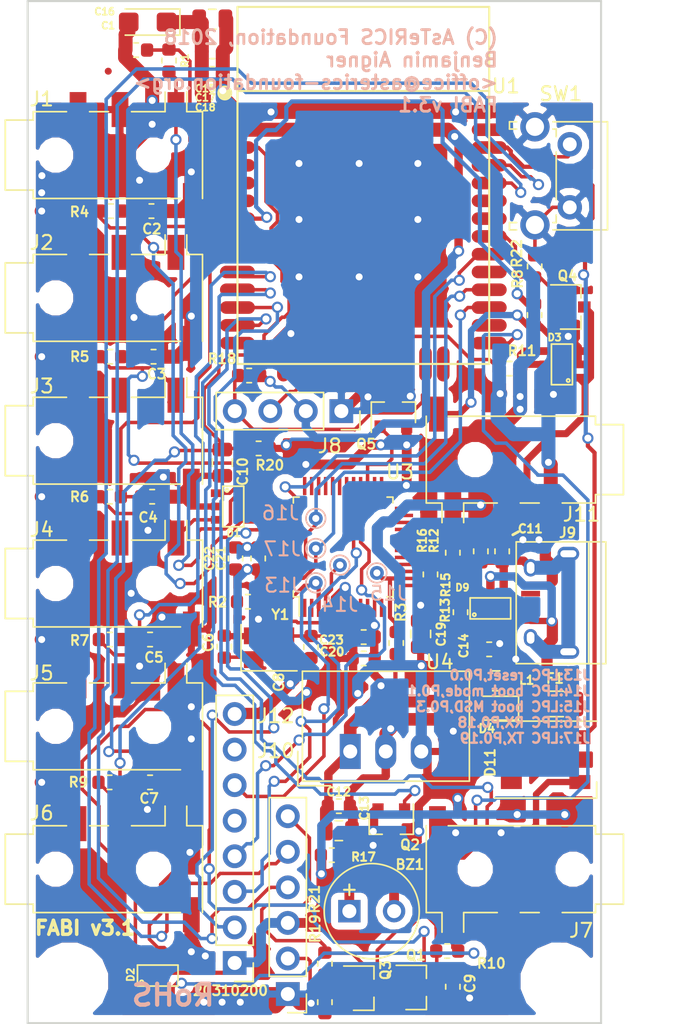
<source format=kicad_pcb>
(kicad_pcb (version 20171130) (host pcbnew 5.0.1+dfsg1-3)
  (title_block (title FABI-ESP32) (date 2018-11-09) (rev v3.1) (company "AsTeRICS Foundation") (comment 2 "Art. Number: 20310200") (comment 3 beni@asterics-foundation.org) (comment 4 "(c) Benjamin Aigner, 2018"))
  (layers (0 F.Cu signal) (31 B.Cu signal hide) (34 B.Paste user hide) (35 F.Paste user hide) (36 B.SilkS user hide) (37 F.SilkS user) (38 B.Mask user) (39 F.Mask user hide) (44 Edge.Cuts user))
  (net 0 "")
  (net 1 "Net-(BZ1-Pad1)")
  (net 2 "Net-(BZ1-Pad2)")
  (net 3 /B_0)
  (net 4 GNDD)
  (net 5 /B_1)
  (net 6 /B_2)
  (net 7 /B_3)
  (net 8 /B_4)
  (net 9 "Net-(C6-Pad2)")
  (net 10 GND)
  (net 11 /B_5)
  (net 12 "Net-(C8-Pad1)")
  (net 13 /B_6)
  (net 14 "Net-(C11-Pad2)")
  (net 15 VBUS)
  (net 16 +3V3)
  (net 17 "Net-(D1-Pad1)")
  (net 18 "Net-(D3-Pad1)")
  (net 19 "Net-(J10-Pad2)")
  (net 20 /U_TXD)
  (net 21 /U_RXD)
  (net 22 "Net-(J10-Pad6)")
  (net 23 /JTAG_TMS_SWDIO)
  (net 24 /JTAG_TCLK_SWCLK)
  (net 25 /JTAG_TDO_SWO)
  (net 26 /JTAG_RESET)
  (net 27 "Net-(Q1-Pad1)")
  (net 28 /E_RESET)
  (net 29 /BUZZER)
  (net 30 "Net-(Q3-Pad1)")
  (net 31 /E_P0)
  (net 32 /IR)
  (net 33 /TSOP)
  (net 34 /LED1)
  (net 35 /ESP_POWER)
  (net 36 /B_PAIR)
  (net 37 /ESP_SIGNAL)
  (net 38 /ESP_TX)
  (net 39 /ESP_RX)
  (net 40 "Net-(F1-Pad1)")
  (net 41 /SDA)
  (net 42 /SCL)
  (net 43 "Net-(J14-Pad1)")
  (net 44 "Net-(J15-Pad1)")
  (net 45 "Net-(D9-Pad5)")
  (net 46 /D-)
  (net 47 /D+)
  (net 48 /DD-)
  (net 49 /DD+)
  (net 50 "Net-(D1-Pad6)")
  (net 51 "Net-(D1-Pad4)")
  (net 52 "Net-(D1-Pad3)")
  (net 53 "Net-(D2-Pad3)")
  (net 54 "Net-(D2-Pad4)")
  (net 55 "Net-(D2-Pad6)")
  (net 56 "Net-(D3-Pad6)")
  (net 57 "Net-(D11-Pad3)")
  (module Fiducial:Fiducial_0.5mm_Dia_1mm_Outer (layer F.Cu) (at 106.39 171.5)
    (fp_text reference REF** hide)
    (fp_text value Fiducial_0.5mm_Dia_1mm_Outer)
    (pad ~ smd circle (at 0 0) (size 0.5 0.5) (layers F.Cu F.Mask) (clearance 0.25))
  )
  (module Fiducial:Fiducial_0.5mm_Dia_1mm_Outer (layer F.Cu) (at 134.59 171.43)
    (fp_text reference REF** hide)
    (fp_text value Fiducial_0.5mm_Dia_1mm_Outer)
    (pad ~ smd circle (at 0 0) (size 0.5 0.5) (layers F.Cu F.Mask) (clearance 0.25))
  )
  (module Mount:MountingHole_4.5mm_wo_crtyd (layer F.Cu) (at 138 103)
    (fp_text reference TP2 hide)
    (fp_text value TEST)
    (pad 1 np_thru_hole circle (at 0 0) (size 4.5 4.5) (drill 4.5) (layers *.Cu *.Mask))
  )
  (module Mount:MountingHole_4.5mm_wo_crtyd (layer F.Cu) (at 103 103)
    (fp_text reference TP1 hide)
    (fp_text value TEST)
    (pad 1 np_thru_hole circle (at 0 0) (size 4.5 4.5) (drill 4.5) (layers *.Cu *.Mask))
  )
  (module Mount:MountingHole_4.5mm_wo_crtyd (layer F.Cu) (at 138 170)
    (fp_text reference TP3 hide)
    (fp_text value TEST)
    (pad 1 np_thru_hole circle (at 0 0) (size 4.5 4.5) (drill 4.5) (layers *.Cu *.Mask))
  )
  (module Mount:MountingHole_4.5mm_wo_crtyd (layer F.Cu) (at 103 170)
    (fp_text reference TP4 hide)
    (fp_text value TEST)
    (pad 1 np_thru_hole circle (at 0 0) (size 4.5 4.5) (drill 4.5) (layers *.Cu *.Mask))
  )
  (module Connector_Audio:Jack_3.5mm_PJ320D_Horizontal (layer F.Cu) (at 106.775 131.4)
    (fp_text reference J3 (at -5.775 -3.9) (layer F.SilkS))
    (fp_text value PJ320D)
    (pad 4 smd rect (at 4.925 3.25) (size 1.2 2.5) (layers F.Cu F.Paste F.Mask) (net 4 GNDD))
    (pad 1 smd rect (at 3.825 -3.25) (size 1.2 2.5) (layers F.Cu F.Paste F.Mask) (net 17 "Net-(D1-Pad1)"))
    (pad 2 smd rect (at -0.175 -3.25) (size 1.2 2.5) (layers F.Cu F.Paste F.Mask))
    (pad 3 smd rect (at -3.175 -3.25) (size 1.2 2.5) (layers F.Cu F.Paste F.Mask))
    (pad "" np_thru_hole circle (at -4.775 0) (size 1.5 1.5) (drill 1.5) (layers *.Cu *.Mask))
    (pad "" np_thru_hole circle (at 2.225 0) (size 1.5 1.5) (drill 1.5) (layers *.Cu *.Mask))
  )
  (module Connector_Audio:Jack_3.5mm_PJ320D_Horizontal (layer F.Cu) (at 106.775 151.8)
    (fp_text reference J5 (at -5.775 -3.8) (layer F.SilkS))
    (fp_text value PJ320D)
    (pad 4 smd rect (at 4.925 3.25) (size 1.2 2.5) (layers F.Cu F.Paste F.Mask) (net 4 GNDD))
    (pad 1 smd rect (at 3.825 -3.25) (size 1.2 2.5) (layers F.Cu F.Paste F.Mask) (net 55 "Net-(D2-Pad6)"))
    (pad 2 smd rect (at -0.175 -3.25) (size 1.2 2.5) (layers F.Cu F.Paste F.Mask))
    (pad 3 smd rect (at -3.175 -3.25) (size 1.2 2.5) (layers F.Cu F.Paste F.Mask))
    (pad "" np_thru_hole circle (at -4.775 0) (size 1.5 1.5) (drill 1.5) (layers *.Cu *.Mask))
    (pad "" np_thru_hole circle (at 2.225 0) (size 1.5 1.5) (drill 1.5) (layers *.Cu *.Mask))
  )
  (module Resistor_SMD:R_0603_1608Metric (layer F.Cu) (at 128.8 140.95 270)
    (fp_text reference R15 (at 0.75 -1.09 270) (layer F.SilkS) (effects (font (size 0.6 0.6))))
    (fp_text value 33R)
    (pad 1 smd roundrect (at -0.7875 0 270) (size 0.875 0.95) (layers F.Cu F.Paste F.Mask) (net 48 /DD-))
    (pad 2 smd roundrect (at 0.7875 0 270) (size 0.875 0.95) (layers F.Cu F.Paste F.Mask) (net 46 /D-))
  )
  (module SOT457:SOT457 (layer F.Cu) (at 133.0858 143.3768)
    (fp_text reference D9 (at -2.0058 -1.4868) (layer F.SilkS) (effects (font (size 0.508 0.508) (thickness 0.127))))
    (fp_text value IP4220CZ6,125 hide)
    (pad 1 smd rect (at -0.95 1.2) (size 0.55 0.8) (layers F.Cu F.Paste F.Mask) (net 46 /D-))
    (pad 2 smd rect (at 0 1.2) (size 0.55 0.8) (layers F.Cu F.Paste F.Mask) (net 10 GND))
    (pad 3 smd rect (at 0.95 1.2) (size 0.55 0.8) (layers F.Cu F.Paste F.Mask))
    (pad 4 smd rect (at 0.95 -1.2) (size 0.55 0.8) (layers F.Cu F.Paste F.Mask) (net 14 "Net-(C11-Pad2)"))
    (pad 5 smd rect (at 0 -1.2) (size 0.55 0.8) (layers F.Cu F.Paste F.Mask) (net 45 "Net-(D9-Pad5)"))
    (pad 6 smd rect (at -0.95 -1.2) (size 0.55 0.8) (layers F.Cu F.Paste F.Mask) (net 47 /D+))
  )
  (module Connect:USB_Micro-B (layer F.Cu) (at 137.3102 142.9746 90)
    (fp_text reference J9 (at 5.0018 1.2976 180) (layer F.SilkS) (effects (font (size 0.7 0.7))))
    (fp_text value USB_OTG)
    (pad 1 smd rect (at -1.3 -1.35 180) (size 1.35 0.4) (layers F.Cu F.Paste F.Mask) (net 45 "Net-(D9-Pad5)"))
    (pad 2 smd rect (at -0.65 -1.35 180) (size 1.35 0.4) (layers F.Cu F.Paste F.Mask) (net 46 /D-))
    (pad 3 smd rect (at 0 -1.35 180) (size 1.35 0.4) (layers F.Cu F.Paste F.Mask) (net 47 /D+))
    (pad 4 smd rect (at 0.65 -1.35 180) (size 1.35 0.4) (layers F.Cu F.Paste F.Mask))
    (pad 5 smd rect (at 1.3 -1.35 180) (size 1.35 0.4) (layers F.Cu F.Paste F.Mask) (net 10 GND))
    (pad 6 thru_hole oval (at -2.5 -1.35 180) (size 0.95 1.25) (drill oval 0.55 0.85) (layers *.Cu *.Mask) (net 14 "Net-(C11-Pad2)"))
    (pad 6 thru_hole oval (at 2.5 -1.35 180) (size 0.95 1.25) (drill oval 0.55 0.85) (layers *.Cu *.Mask) (net 14 "Net-(C11-Pad2)"))
    (pad 6 thru_hole oval (at -3.5 1.35 180) (size 1.55 1) (drill oval 1.15 0.5) (layers *.Cu *.Mask) (net 14 "Net-(C11-Pad2)"))
    (pad 6 thru_hole oval (at 3.5 1.35 180) (size 1.55 1) (drill oval 1.15 0.5) (layers *.Cu *.Mask) (net 14 "Net-(C11-Pad2)"))
  )
  (module Buttons_Switches_THT:SW_Tactile_SPST_Angled_PTS645Vx83-2LFS (layer F.Cu) (at 138.7602 110.2318 270)
    (fp_text reference SW1 (at -3.6068 0.6352) (layer F.SilkS))
    (fp_text value SW_Push)
    (pad "" thru_hole circle (at 5.76 2.49 270) (size 2.1 2.1) (drill 1.3) (layers *.Cu *.Mask) (net 4 GNDD))
    (pad 2 thru_hole circle (at 4.5 0 270) (size 1.75 1.75) (drill 0.99) (layers *.Cu *.Mask) (net 4 GNDD))
    (pad 1 thru_hole circle (at 0 0 270) (size 1.75 1.75) (drill 0.99) (layers *.Cu *.Mask) (net 36 /B_PAIR))
    (pad "" thru_hole circle (at -1.25 2.49 270) (size 2.1 2.1) (drill 1.3) (layers *.Cu *.Mask) (net 4 GNDD))
  )
  (module ESP32-footprints-Lib:ESP32-WROOM (layer F.Cu) (at 124 113.17 180)
    (fp_text reference U1 (at -10.1882 7.0996 180) (layer F.SilkS))
    (fp_text value ESP32-WROOM)
    (fp_text user "" (at -6.858 -0.889 270) (layer F.SilkS))
    (pad 38 smd oval (at -9 5.25 180) (size 2.5 0.9) (layers F.Cu F.Paste F.Mask) (net 4 GNDD))
    (pad 37 smd oval (at -9 3.98 180) (size 2.5 0.9) (layers F.Cu F.Paste F.Mask) (net 36 /B_PAIR))
    (pad 36 smd oval (at -9 2.71 180) (size 2.5 0.9) (layers F.Cu F.Paste F.Mask) (net 34 /LED1))
    (pad 35 smd oval (at -9 1.44 180) (size 2.5 0.9) (layers F.Cu F.Paste F.Mask) (net 21 /U_RXD))
    (pad 34 smd oval (at -9 0.17 180) (size 2.5 0.9) (layers F.Cu F.Paste F.Mask) (net 20 /U_TXD))
    (pad 33 smd oval (at -9 -1.1 180) (size 2.5 0.9) (layers F.Cu F.Paste F.Mask))
    (pad 32 smd oval (at -9 -2.37 180) (size 2.5 0.9) (layers F.Cu F.Paste F.Mask))
    (pad 31 smd oval (at -9 -3.64 180) (size 2.5 0.9) (layers F.Cu F.Paste F.Mask) (net 32 /IR))
    (pad 30 smd oval (at -9 -4.91 180) (size 2.5 0.9) (layers F.Cu F.Paste F.Mask) (net 37 /ESP_SIGNAL))
    (pad 29 smd oval (at -9 -6.18 180) (size 2.5 0.9) (layers F.Cu F.Paste F.Mask))
    (pad 28 smd oval (at -9 -7.45 180) (size 2.5 0.9) (layers F.Cu F.Paste F.Mask) (net 38 /ESP_TX))
    (pad 27 smd oval (at -9 -8.72 180) (size 2.5 0.9) (layers F.Cu F.Paste F.Mask) (net 39 /ESP_RX))
    (pad 26 smd oval (at -9 -9.99 180) (size 2.5 0.9) (layers F.Cu F.Paste F.Mask))
    (pad 25 smd oval (at -9 -11.26 180) (size 2.5 0.9) (layers F.Cu F.Paste F.Mask) (net 31 /E_P0))
    (pad 24 smd oval (at -5.715 -12.75 180) (size 0.9 2.5) (layers F.Cu F.Paste F.Mask))
    (pad 23 smd oval (at -4.445 -12.75 180) (size 0.9 2.5) (layers F.Cu F.Paste F.Mask) (net 42 /SCL))
    (pad 22 smd oval (at -3.175 -12.75 180) (size 0.9 2.5) (layers F.Cu F.Paste F.Mask))
    (pad 21 smd oval (at -1.905 -12.75 180) (size 0.9 2.5) (layers F.Cu F.Paste F.Mask))
    (pad 20 smd oval (at -0.635 -12.75 180) (size 0.9 2.5) (layers F.Cu F.Paste F.Mask))
    (pad 19 smd oval (at 0.635 -12.75 180) (size 0.9 2.5) (layers F.Cu F.Paste F.Mask))
    (pad 18 smd oval (at 1.905 -12.75 180) (size 0.9 2.5) (layers F.Cu F.Paste F.Mask))
    (pad 17 smd oval (at 3.175 -12.75 180) (size 0.9 2.5) (layers F.Cu F.Paste F.Mask))
    (pad 16 smd oval (at 4.445 -12.75 180) (size 0.9 2.5) (layers F.Cu F.Paste F.Mask) (net 41 /SDA))
    (pad 15 smd oval (at 5.715 -12.75 180) (size 0.9 2.5) (layers F.Cu F.Paste F.Mask) (net 4 GNDD))
    (pad 14 smd oval (at 9 -11.26 180) (size 2.5 0.9) (layers F.Cu F.Paste F.Mask))
    (pad 13 smd oval (at 9 -9.99 180) (size 2.5 0.9) (layers F.Cu F.Paste F.Mask) (net 29 /BUZZER))
    (pad 12 smd oval (at 9 -8.72 180) (size 2.5 0.9) (layers F.Cu F.Paste F.Mask) (net 13 /B_6))
    (pad 11 smd oval (at 9 -7.45 180) (size 2.5 0.9) (layers F.Cu F.Paste F.Mask) (net 11 /B_5))
    (pad 10 smd oval (at 9 -6.18 180) (size 2.5 0.9) (layers F.Cu F.Paste F.Mask) (net 8 /B_4))
    (pad 9 smd oval (at 9 -4.91 180) (size 2.5 0.9) (layers F.Cu F.Paste F.Mask) (net 7 /B_3))
    (pad 8 smd oval (at 9 -3.64 180) (size 2.5 0.9) (layers F.Cu F.Paste F.Mask) (net 6 /B_2))
    (pad 7 smd oval (at 9 -2.37 180) (size 2.5 0.9) (layers F.Cu F.Paste F.Mask) (net 33 /TSOP))
    (pad 6 smd oval (at 9 -1.1 180) (size 2.5 0.9) (layers F.Cu F.Paste F.Mask))
    (pad 5 smd oval (at 9 0.17 180) (size 2.5 0.9) (layers F.Cu F.Paste F.Mask) (net 5 /B_1))
    (pad 4 smd oval (at 9 1.44 180) (size 2.5 0.9) (layers F.Cu F.Paste F.Mask) (net 3 /B_0))
    (pad 3 smd oval (at 9 2.71 180) (size 2.5 0.9) (layers F.Cu F.Paste F.Mask) (net 28 /E_RESET))
    (pad 2 smd oval (at 9 3.98 180) (size 2.5 0.9) (layers F.Cu F.Paste F.Mask) (net 16 +3V3))
    (pad 1 smd oval (at 9 5.25 180) (size 2.5 0.9) (layers F.Cu F.Paste F.Mask) (net 4 GNDD))
    (pad 39 smd rect (at 0.3 -2.45 180) (size 6 6) (layers F.Cu F.Paste F.Mask) (net 4 GNDD))
  )
  (module LED_SMD:LED_SK6812_PLCC4_5.0x5.0mm_P3.2mm (layer F.Cu) (at 137.033 154.178)
    (fp_text reference D11 (at -3.963 0.202 90) (layer F.SilkS) (effects (font (size 0.7 0.7))))
    (fp_text value SK6812)
    (pad 1 smd rect (at 2.45 1.6) (size 1.5 1) (layers F.Cu F.Paste F.Mask) (net 4 GNDD))
    (pad 2 smd rect (at 2.45 -1.6) (size 1.5 1) (layers F.Cu F.Paste F.Mask) (net 34 /LED1))
    (pad 4 smd rect (at -2.45 1.6) (size 1.5 1) (layers F.Cu F.Paste F.Mask))
    (pad 3 smd rect (at -2.45 -1.6) (size 1.5 1) (layers F.Cu F.Paste F.Mask) (net 57 "Net-(D11-Pad3)"))
  )
  (module Connector_Audio:Jack_3.5mm_PJ320D_Horizontal (layer F.Cu) (at 106.775 111)
    (fp_text reference J1 (at -5.775 -4) (layer F.SilkS))
    (fp_text value PJ320D)
    (pad 4 smd rect (at 4.925 3.25) (size 1.2 2.5) (layers F.Cu F.Paste F.Mask) (net 4 GNDD))
    (pad 1 smd rect (at 3.825 -3.25) (size 1.2 2.5) (layers F.Cu F.Paste F.Mask) (net 50 "Net-(D1-Pad6)"))
    (pad 2 smd rect (at -0.175 -3.25) (size 1.2 2.5) (layers F.Cu F.Paste F.Mask) (net 4 GNDD))
    (pad 3 smd rect (at -3.175 -3.25) (size 1.2 2.5) (layers F.Cu F.Paste F.Mask) (net 4 GNDD))
    (pad "" np_thru_hole circle (at -4.775 0) (size 1.5 1.5) (drill 1.5) (layers *.Cu *.Mask))
    (pad "" np_thru_hole circle (at 2.225 0) (size 1.5 1.5) (drill 1.5) (layers *.Cu *.Mask))
  )
  (module Connector_Audio:Jack_3.5mm_PJ320D_Horizontal (layer F.Cu) (at 106.775 121.2)
    (fp_text reference J2 (at -5.775 -3.95) (layer F.SilkS))
    (fp_text value PJ320D)
    (pad "" np_thru_hole circle (at 2.225 0) (size 1.5 1.5) (drill 1.5) (layers *.Cu *.Mask))
    (pad "" np_thru_hole circle (at -4.775 0) (size 1.5 1.5) (drill 1.5) (layers *.Cu *.Mask))
    (pad 3 smd rect (at -3.175 -3.25) (size 1.2 2.5) (layers F.Cu F.Paste F.Mask))
    (pad 2 smd rect (at -0.175 -3.25) (size 1.2 2.5) (layers F.Cu F.Paste F.Mask))
    (pad 1 smd rect (at 3.825 -3.25) (size 1.2 2.5) (layers F.Cu F.Paste F.Mask) (net 51 "Net-(D1-Pad4)"))
    (pad 4 smd rect (at 4.925 3.25) (size 1.2 2.5) (layers F.Cu F.Paste F.Mask) (net 4 GNDD))
  )
  (module Connector_Audio:Jack_3.5mm_PJ320D_Horizontal (layer F.Cu) (at 106.775 141.6)
    (fp_text reference J4 (at -5.775 -3.85) (layer F.SilkS))
    (fp_text value PJ320D)
    (pad "" np_thru_hole circle (at 2.225 0) (size 1.5 1.5) (drill 1.5) (layers *.Cu *.Mask))
    (pad "" np_thru_hole circle (at -4.775 0) (size 1.5 1.5) (drill 1.5) (layers *.Cu *.Mask))
    (pad 3 smd rect (at -3.175 -3.25) (size 1.2 2.5) (layers F.Cu F.Paste F.Mask))
    (pad 2 smd rect (at -0.175 -3.25) (size 1.2 2.5) (layers F.Cu F.Paste F.Mask))
    (pad 1 smd rect (at 3.825 -3.25) (size 1.2 2.5) (layers F.Cu F.Paste F.Mask) (net 52 "Net-(D1-Pad3)"))
    (pad 4 smd rect (at 4.925 3.25) (size 1.2 2.5) (layers F.Cu F.Paste F.Mask) (net 4 GNDD))
  )
  (module Connector_Audio:Jack_3.5mm_PJ320D_Horizontal (layer F.Cu) (at 106.775 162)
    (fp_text reference J6 (at -5.775 -4) (layer F.SilkS))
    (fp_text value PJ320D)
    (pad "" np_thru_hole circle (at 2.225 0) (size 1.5 1.5) (drill 1.5) (layers *.Cu *.Mask))
    (pad "" np_thru_hole circle (at -4.775 0) (size 1.5 1.5) (drill 1.5) (layers *.Cu *.Mask))
    (pad 3 smd rect (at -3.175 -3.25) (size 1.2 2.5) (layers F.Cu F.Paste F.Mask))
    (pad 2 smd rect (at -0.175 -3.25) (size 1.2 2.5) (layers F.Cu F.Paste F.Mask))
    (pad 1 smd rect (at 3.825 -3.25) (size 1.2 2.5) (layers F.Cu F.Paste F.Mask) (net 54 "Net-(D2-Pad4)"))
    (pad 4 smd rect (at 4.925 3.25) (size 1.2 2.5) (layers F.Cu F.Paste F.Mask) (net 4 GNDD))
  )
  (module Connector_Audio:Jack_3.5mm_PJ320D_Horizontal (layer F.Cu) (at 134.225 162 180)
    (fp_text reference J7 (at -5.345 -4.38 180) (layer F.SilkS))
    (fp_text value PJ320D)
    (pad 4 smd rect (at 4.925 3.25 180) (size 1.2 2.5) (layers F.Cu F.Paste F.Mask) (net 4 GNDD))
    (pad 1 smd rect (at 3.825 -3.25 180) (size 1.2 2.5) (layers F.Cu F.Paste F.Mask) (net 53 "Net-(D2-Pad3)"))
    (pad 2 smd rect (at -0.175 -3.25 180) (size 1.2 2.5) (layers F.Cu F.Paste F.Mask))
    (pad 3 smd rect (at -3.175 -3.25 180) (size 1.2 2.5) (layers F.Cu F.Paste F.Mask))
    (pad "" np_thru_hole circle (at -4.775 0 180) (size 1.5 1.5) (drill 1.5) (layers *.Cu *.Mask))
    (pad "" np_thru_hole circle (at 2.225 0 180) (size 1.5 1.5) (drill 1.5) (layers *.Cu *.Mask))
  )
  (module Connector_Audio:Jack_3.5mm_PJ320D_Horizontal (layer F.Cu) (at 134.225 132.75 180)
    (fp_text reference J11 (at -5.375 -3.91 180) (layer F.SilkS))
    (fp_text value PJ320D)
    (pad 4 smd rect (at 4.925 3.25 180) (size 1.2 2.5) (layers F.Cu F.Paste F.Mask) (net 56 "Net-(D3-Pad6)"))
    (pad 1 smd rect (at 3.825 -3.25 180) (size 1.2 2.5) (layers F.Cu F.Paste F.Mask) (net 16 +3V3))
    (pad 2 smd rect (at -0.175 -3.25 180) (size 1.2 2.5) (layers F.Cu F.Paste F.Mask) (net 18 "Net-(D3-Pad1)"))
    (pad 3 smd rect (at -3.175 -3.25 180) (size 1.2 2.5) (layers F.Cu F.Paste F.Mask) (net 4 GNDD))
    (pad "" np_thru_hole circle (at -4.775 0 180) (size 1.5 1.5) (drill 1.5) (layers *.Cu *.Mask))
    (pad "" np_thru_hole circle (at 2.225 0 180) (size 1.5 1.5) (drill 1.5) (layers *.Cu *.Mask))
  )
  (module Converter_DCDC:Converter_DCDC_TRACO_TSR-1_THT (layer F.Cu) (at 123.063 153.5938)
    (fp_text reference U4 (at 6.397 -6.3938) (layer F.SilkS))
    (fp_text value TSR_1-2433)
    (pad 1 thru_hole rect (at 0 0) (size 1.5 2.5) (drill 1) (layers *.Cu *.Mask) (net 15 VBUS))
    (pad 2 thru_hole oval (at 2.54 0) (size 1.5 2.5) (drill 1) (layers *.Cu *.Mask) (net 10 GND))
    (pad 3 thru_hole oval (at 5.08 0) (size 1.5 2.5) (drill 1) (layers *.Cu *.Mask) (net 16 +3V3))
  )
  (module Buzzer_Beeper:MagneticBuzzer_Kingstate_KCG0601 (layer F.Cu) (at 123 165)
    (fp_text reference BZ1 (at 4.3302 -3.329) (layer F.SilkS) (effects (font (size 0.7 0.7))))
    (fp_text value Buzzer)
    (fp_text user + (at 0 -1.6) (layer F.SilkS))
    (pad 1 thru_hole rect (at 0 0) (size 1.6 1.6) (drill 1) (layers *.Cu *.Mask) (net 1 "Net-(BZ1-Pad1)"))
    (pad 2 thru_hole circle (at 3.2 0) (size 1.6 1.6) (drill 1) (layers *.Cu *.Mask) (net 2 "Net-(BZ1-Pad2)"))
  )
  (module Capacitor_SMD:C_0603_1608Metric (layer F.Cu) (at 107.75 103.5)
    (fp_text reference C1 (at -2 -1.75) (layer F.SilkS) (effects (font (size 0.5 0.5) (thickness 0.125))))
    (fp_text value 10n)
    (pad 2 smd roundrect (at 0.7875 0) (size 0.875 0.95) (layers F.Cu F.Paste F.Mask) (net 3 /B_0))
    (pad 1 smd roundrect (at -0.7875 0) (size 0.875 0.95) (layers F.Cu F.Paste F.Mask) (net 4 GNDD))
  )
  (module Capacitor_SMD:C_0603_1608Metric (layer F.Cu) (at 108.85 115 180)
    (fp_text reference C2 (at -0.03 -1.28 180) (layer F.SilkS) (effects (font (size 0.7 0.7))))
    (fp_text value 10n)
    (pad 2 smd roundrect (at 0.7875 0 180) (size 0.875 0.95) (layers F.Cu F.Paste F.Mask) (net 5 /B_1))
    (pad 1 smd roundrect (at -0.7875 0 180) (size 0.875 0.95) (layers F.Cu F.Paste F.Mask) (net 4 GNDD))
  )
  (module Capacitor_SMD:C_0603_1608Metric (layer F.Cu) (at 109 125.4 180)
    (fp_text reference C3 (at -0.22 -1.24 180) (layer F.SilkS) (effects (font (size 0.7 0.7))))
    (fp_text value 10n)
    (pad 1 smd roundrect (at -0.7875 0 180) (size 0.875 0.95) (layers F.Cu F.Paste F.Mask) (net 4 GNDD))
    (pad 2 smd roundrect (at 0.7875 0 180) (size 0.875 0.95) (layers F.Cu F.Paste F.Mask) (net 6 /B_2))
  )
  (module Capacitor_SMD:C_0603_1608Metric (layer F.Cu) (at 108.9 135.4 180)
    (fp_text reference C4 (at 0.29 -1.48 180) (layer F.SilkS) (effects (font (size 0.7 0.7))))
    (fp_text value 10n)
    (pad 1 smd roundrect (at -0.7875 0 180) (size 0.875 0.95) (layers F.Cu F.Paste F.Mask) (net 4 GNDD))
    (pad 2 smd roundrect (at 0.7875 0 180) (size 0.875 0.95) (layers F.Cu F.Paste F.Mask) (net 7 /B_3))
  )
  (module Capacitor_SMD:C_0603_1608Metric (layer F.Cu) (at 108.75 145.6 180)
    (fp_text reference C5 (at -0.28 -1.28 180) (layer F.SilkS) (effects (font (size 0.7 0.7))))
    (fp_text value 10n)
    (pad 1 smd roundrect (at -0.7875 0 180) (size 0.875 0.95) (layers F.Cu F.Paste F.Mask) (net 4 GNDD))
    (pad 2 smd roundrect (at 0.7875 0 180) (size 0.875 0.95) (layers F.Cu F.Paste F.Mask) (net 8 /B_4))
  )
  (module Capacitor_SMD:C_0603_1608Metric (layer F.Cu) (at 114.0572 146.1104 270)
    (fp_text reference C6 (at -0.3004 1.1472 270) (layer F.SilkS) (effects (font (size 0.7 0.7))))
    (fp_text value 18pF)
    (pad 1 smd roundrect (at -0.7875 0 270) (size 0.875 0.95) (layers F.Cu F.Paste F.Mask) (net 10 GND))
    (pad 2 smd roundrect (at 0.7875 0 270) (size 0.875 0.95) (layers F.Cu F.Paste F.Mask) (net 9 "Net-(C6-Pad2)"))
  )
  (module Capacitor_SMD:C_0603_1608Metric (layer F.Cu) (at 108.75 155.8 180)
    (fp_text reference C7 (at 0.07 -1.15 180) (layer F.SilkS) (effects (font (size 0.7 0.7))))
    (fp_text value 10n)
    (pad 2 smd roundrect (at 0.7875 0 180) (size 0.875 0.95) (layers F.Cu F.Paste F.Mask) (net 11 /B_5))
    (pad 1 smd roundrect (at -0.7875 0 180) (size 0.875 0.95) (layers F.Cu F.Paste F.Mask) (net 4 GNDD))
  )
  (module Capacitor_SMD:C_0603_1608Metric (layer F.Cu) (at 120.2548 146.1358 270)
    (fp_text reference C8 (at 2.5142 2.2948 270) (layer F.SilkS) (effects (font (size 0.7 0.7))))
    (fp_text value 18pF)
    (pad 2 smd roundrect (at 0.7875 0 270) (size 0.875 0.95) (layers F.Cu F.Paste F.Mask) (net 10 GND))
    (pad 1 smd roundrect (at -0.7875 0 270) (size 0.875 0.95) (layers F.Cu F.Paste F.Mask) (net 12 "Net-(C8-Pad1)"))
  )
  (module Capacitor_SMD:C_0603_1608Metric (layer F.Cu) (at 130.4 170.4 90)
    (fp_text reference C9 (at 0.24 1.23 90) (layer F.SilkS) (effects (font (size 0.7 0.7))))
    (fp_text value 10n)
    (pad 1 smd roundrect (at -0.7875 0 90) (size 0.875 0.95) (layers F.Cu F.Paste F.Mask) (net 4 GNDD))
    (pad 2 smd roundrect (at 0.7875 0 90) (size 0.875 0.95) (layers F.Cu F.Paste F.Mask) (net 13 /B_6))
  )
  (module Capacitor_SMD:C_0805_2012Metric (layer F.Cu) (at 113.919 132.969 270)
    (fp_text reference C10 (at 0.641 -1.451 270) (layer F.SilkS) (effects (font (size 0.7 0.7))))
    (fp_text value 1u)
    (pad 2 smd roundrect (at 0.9375 0 270) (size 0.975 1.4) (layers F.Cu F.Paste F.Mask) (net 4 GNDD))
    (pad 1 smd roundrect (at -0.9375 0 270) (size 0.975 1.4) (layers F.Cu F.Paste F.Mask) (net 28 /E_RESET))
  )
  (module Capacitor_SMD:C_0603_1608Metric (layer F.Cu) (at 133.925 139.3 270)
    (fp_text reference C11 (at -1.61 -2.015) (layer F.SilkS) (effects (font (size 0.6 0.6))))
    (fp_text value 10n/500V)
    (pad 2 smd roundrect (at 0.7875 0 270) (size 0.875 0.95) (layers F.Cu F.Paste F.Mask) (net 14 "Net-(C11-Pad2)"))
    (pad 1 smd roundrect (at -0.7875 0 270) (size 0.875 0.95) (layers F.Cu F.Paste F.Mask) (net 10 GND))
  )
  (module Capacitor_SMD:C_0603_1608Metric (layer F.Cu) (at 122.25 157.5)
    (fp_text reference C12 (at -0.01 -1.02) (layer F.SilkS) (effects (font (size 0.6 0.6))))
    (fp_text value 100n)
    (pad 2 smd roundrect (at 0.7875 0) (size 0.875 0.95) (layers F.Cu F.Paste F.Mask) (net 10 GND))
    (pad 1 smd roundrect (at -0.7875 0) (size 0.875 0.95) (layers F.Cu F.Paste F.Mask) (net 15 VBUS))
  )
  (module Capacitor_SMD:C_0805_2012Metric (layer F.Cu) (at 122.25 159.25)
    (fp_text reference C13 (at 1.82 -1.61 90) (layer F.SilkS) (effects (font (size 0.6 0.6))))
    (fp_text value 1u)
    (pad 1 smd roundrect (at -0.9375 0) (size 0.975 1.4) (layers F.Cu F.Paste F.Mask) (net 15 VBUS))
    (pad 2 smd roundrect (at 0.9375 0) (size 0.975 1.4) (layers F.Cu F.Paste F.Mask) (net 10 GND))
  )
  (module Capacitor_SMD:C_0603_1608Metric (layer F.Cu) (at 133 146.3)
    (fp_text reference C14 (at -1.82 -0.25 90) (layer F.SilkS) (effects (font (size 0.6 0.6))))
    (fp_text value 10n)
    (pad 1 smd roundrect (at -0.7875 0) (size 0.875 0.95) (layers F.Cu F.Paste F.Mask) (net 15 VBUS))
    (pad 2 smd roundrect (at 0.7875 0) (size 0.875 0.95) (layers F.Cu F.Paste F.Mask) (net 10 GND))
  )
  (module Capacitor_SMD:C_0805_2012Metric (layer F.Cu) (at 113.2 101.3)
    (fp_text reference C15 (at -0.5 4.95 180) (layer F.SilkS) (effects (font (size 0.5 0.5) (thickness 0.125))))
    (fp_text value 1u)
    (pad 2 smd roundrect (at 0.9375 0) (size 0.975 1.4) (layers F.Cu F.Paste F.Mask) (net 4 GNDD))
    (pad 1 smd roundrect (at -0.9375 0) (size 0.975 1.4) (layers F.Cu F.Paste F.Mask) (net 16 +3V3))
  )
  (module Capacitor_Tantalum_SMD:CP_EIA-3216-18_Kemet-A (layer F.Cu) (at 108.575 101.5 180)
    (fp_text reference C16 (at 3.075 0.75 180) (layer F.SilkS) (effects (font (size 0.5 0.5) (thickness 0.125))))
    (fp_text value 15uF)
    (pad 1 smd roundrect (at -1.35 0 180) (size 1.4 1.35) (layers F.Cu F.Paste F.Mask) (roundrect_rratio 0.185185) (net 16 +3V3))
    (pad 2 smd roundrect (at 1.35 0 180) (size 1.4 1.35) (layers F.Cu F.Paste F.Mask) (roundrect_rratio 0.185185) (net 4 GNDD))
  )
  (module Capacitor_SMD:C_0603_1608Metric (layer F.Cu) (at 113.2 103.6)
    (fp_text reference C17 (at -0.5 3.3) (layer F.SilkS) (effects (font (size 0.5 0.5) (thickness 0.125))))
    (fp_text value 100n)
    (pad 2 smd roundrect (at 0.7875 0) (size 0.875 0.95) (layers F.Cu F.Paste F.Mask) (net 4 GNDD))
    (pad 1 smd roundrect (at -0.7875 0) (size 0.875 0.95) (layers F.Cu F.Paste F.Mask) (net 16 +3V3))
  )
  (module Capacitor_SMD:C_0603_1608Metric (layer F.Cu) (at 113.2 105.2)
    (fp_text reference C18 (at -0.5 2.4) (layer F.SilkS) (effects (font (size 0.5 0.5) (thickness 0.125))))
    (fp_text value 10n)
    (pad 1 smd roundrect (at -0.7875 0) (size 0.875 0.95) (layers F.Cu F.Paste F.Mask) (net 16 +3V3))
    (pad 2 smd roundrect (at 0.7875 0) (size 0.875 0.95) (layers F.Cu F.Paste F.Mask) (net 4 GNDD))
  )
  (module Capacitor_SMD:C_0805_2012Metric (layer F.Cu) (at 128.1 145.2 90)
    (fp_text reference C19 (at -0.02 1.46 90) (layer F.SilkS) (effects (font (size 0.6 0.6))))
    (fp_text value 1u)
    (pad 1 smd roundrect (at -0.9375 0 90) (size 0.975 1.4) (layers F.Cu F.Paste F.Mask) (net 16 +3V3))
    (pad 2 smd roundrect (at 0.9375 0 90) (size 0.975 1.4) (layers F.Cu F.Paste F.Mask) (net 10 GND))
  )
  (module Capacitor_SMD:C_0603_1608Metric (layer F.Cu) (at 124.025 146.95)
    (fp_text reference C20 (at -2.265 -0.47) (layer F.SilkS) (effects (font (size 0.6 0.6))))
    (fp_text value 10n)
    (pad 1 smd roundrect (at -0.7875 0) (size 0.875 0.95) (layers F.Cu F.Paste F.Mask) (net 16 +3V3))
    (pad 2 smd roundrect (at 0.7875 0) (size 0.875 0.95) (layers F.Cu F.Paste F.Mask) (net 10 GND))
  )
  (module Capacitor_SMD:C_0603_1608Metric (layer F.Cu) (at 116.4786 139.8114 90)
    (fp_text reference C21 (at 0.0114 -2.6686 90) (layer F.SilkS) (effects (font (size 0.6 0.6))))
    (fp_text value 10n)
    (pad 2 smd roundrect (at 0.7875 0 90) (size 0.875 0.95) (layers F.Cu F.Paste F.Mask) (net 10 GND))
    (pad 1 smd roundrect (at -0.7875 0 90) (size 0.875 0.95) (layers F.Cu F.Paste F.Mask) (net 16 +3V3))
  )
  (module Capacitor_SMD:C_0603_1608Metric (layer F.Cu) (at 114.8588 139.811 90)
    (fp_text reference C22 (at 0.001 -1.8488 90) (layer F.SilkS) (effects (font (size 0.6 0.6))))
    (fp_text value 100n)
    (pad 1 smd roundrect (at -0.7875 0 90) (size 0.875 0.95) (layers F.Cu F.Paste F.Mask) (net 16 +3V3))
    (pad 2 smd roundrect (at 0.7875 0 90) (size 0.875 0.95) (layers F.Cu F.Paste F.Mask) (net 10 GND))
  )
  (module Capacitor_SMD:C_0603_1608Metric (layer F.Cu) (at 124.025 145.425)
    (fp_text reference C23 (at -2.305 0.205) (layer F.SilkS) (effects (font (size 0.6 0.6))))
    (fp_text value 100n)
    (pad 2 smd roundrect (at 0.7875 0) (size 0.875 0.95) (layers F.Cu F.Paste F.Mask) (net 10 GND))
    (pad 1 smd roundrect (at -0.7875 0) (size 0.875 0.95) (layers F.Cu F.Paste F.Mask) (net 16 +3V3))
  )
  (module Capacitor_SMD:C_1206_3216Metric (layer F.Cu) (at 137.7 150.2)
    (fp_text reference F1 (at 0 -1.82) (layer F.SilkS) (effects (font (size 0.7 0.7))))
    (fp_text value MF-NSMF050-2)
    (pad 1 smd roundrect (at -1.4 0) (size 1.25 1.75) (layers F.Cu F.Paste F.Mask) (roundrect_rratio 0.2) (net 40 "Net-(F1-Pad1)"))
    (pad 2 smd roundrect (at 1.4 0) (size 1.25 1.75) (layers F.Cu F.Paste F.Mask) (roundrect_rratio 0.2) (net 45 "Net-(D9-Pad5)"))
  )
  (module Connector_PinSocket_2.54mm:PinSocket_1x04_P2.54mm_Vertical (layer F.Cu) (at 122.428 129.286 270)
    (fp_text reference J8 (at 2.489 0.828) (layer F.SilkS))
    (fp_text value Conn_01x04)
    (pad 1 thru_hole rect (at 0 0 270) (size 1.7 1.7) (drill 1) (layers *.Cu *.Mask) (net 4 GNDD))
    (pad 2 thru_hole oval (at 0 2.54 270) (size 1.7 1.7) (drill 1) (layers *.Cu *.Mask) (net 16 +3V3))
    (pad 3 thru_hole oval (at 0 5.08 270) (size 1.7 1.7) (drill 1) (layers *.Cu *.Mask) (net 41 /SDA))
    (pad 4 thru_hole oval (at 0 7.62 270) (size 1.7 1.7) (drill 1) (layers *.Cu *.Mask) (net 42 /SCL))
  )
  (module Connector_PinHeader_2.54mm:PinHeader_1x06_P2.54mm_Vertical (layer F.Cu) (at 118.6 170.92 180)
    (fp_text reference J10 (at 0.85 17.37 180) (layer F.SilkS))
    (fp_text value Conn_01x06)
    (pad 1 thru_hole rect (at 0 0 180) (size 1.7 1.7) (drill 1) (layers *.Cu *.Mask) (net 4 GNDD))
    (pad 2 thru_hole oval (at 0 2.54 180) (size 1.7 1.7) (drill 1) (layers *.Cu *.Mask) (net 19 "Net-(J10-Pad2)"))
    (pad 3 thru_hole oval (at 0 5.08 180) (size 1.7 1.7) (drill 1) (layers *.Cu *.Mask) (net 16 +3V3))
    (pad 4 thru_hole oval (at 0 7.62 180) (size 1.7 1.7) (drill 1) (layers *.Cu *.Mask) (net 20 /U_TXD))
    (pad 5 thru_hole oval (at 0 10.16 180) (size 1.7 1.7) (drill 1) (layers *.Cu *.Mask) (net 21 /U_RXD))
    (pad 6 thru_hole oval (at 0 12.7 180) (size 1.7 1.7) (drill 1) (layers *.Cu *.Mask) (net 22 "Net-(J10-Pad6)"))
  )
  (module Connector_PinHeader_2.54mm:PinHeader_1x08_P2.54mm_Vertical (layer F.Cu) (at 114.8 168.7 180)
    (fp_text reference J12 (at -2.95 17.65 180) (layer F.SilkS))
    (fp_text value Conn_01x08_Male)
    (pad 1 thru_hole rect (at 0 0 180) (size 1.7 1.7) (drill 1) (layers *.Cu *.Mask) (net 16 +3V3))
    (pad 2 thru_hole oval (at 0 2.54 180) (size 1.7 1.7) (drill 1) (layers *.Cu *.Mask) (net 23 /JTAG_TMS_SWDIO))
    (pad 3 thru_hole oval (at 0 5.08 180) (size 1.7 1.7) (drill 1) (layers *.Cu *.Mask) (net 24 /JTAG_TCLK_SWCLK))
    (pad 4 thru_hole oval (at 0 7.62 180) (size 1.7 1.7) (drill 1) (layers *.Cu *.Mask) (net 25 /JTAG_TDO_SWO))
    (pad 5 thru_hole oval (at 0 10.16 180) (size 1.7 1.7) (drill 1) (layers *.Cu *.Mask))
    (pad 6 thru_hole oval (at 0 12.7 180) (size 1.7 1.7) (drill 1) (layers *.Cu *.Mask) (net 26 /JTAG_RESET))
    (pad 7 thru_hole oval (at 0 15.24 180) (size 1.7 1.7) (drill 1) (layers *.Cu *.Mask))
    (pad 8 thru_hole oval (at 0 17.78 180) (size 1.7 1.7) (drill 1) (layers *.Cu *.Mask) (net 10 GND))
  )
  (module TestPoint:TestPoint_Pad_D1.0mm (layer B.Cu) (at 120.6 141.55)
    (fp_text reference J13 (at -2.35 0.176) (layer B.SilkS) (effects (justify mirror)))
    (fp_text value tp)
    (pad 1 smd circle (at 0 0) (size 1 1) (layers B.Cu B.Mask) (net 26 /JTAG_RESET))
  )
  (module TestPoint:TestPoint_Pad_D1.0mm (layer B.Cu) (at 122.3264 140.2842)
    (fp_text reference J14 (at -0.0264 2.8158) (layer B.SilkS) (effects (justify mirror)))
    (fp_text value tp)
    (pad 1 smd circle (at 0 0) (size 1 1) (layers B.Cu B.Mask) (net 43 "Net-(J14-Pad1)"))
  )
  (module TestPoint:TestPoint_Pad_D1.0mm (layer B.Cu) (at 124.968 140.843)
    (fp_text reference J15 (at 0.832 1.457) (layer B.SilkS) (effects (justify mirror)))
    (fp_text value tp)
    (pad 1 smd circle (at 0 0) (size 1 1) (layers B.Cu B.Mask) (net 44 "Net-(J15-Pad1)"))
  )
  (module TestPoint:TestPoint_Pad_D1.0mm (layer B.Cu) (at 120.6 136.95)
    (fp_text reference J16 (at -2.5246 -0.3886) (layer B.SilkS) (effects (justify mirror)))
    (fp_text value tp)
    (pad 1 smd circle (at 0 0) (size 1 1) (layers B.Cu B.Mask) (net 38 /ESP_TX))
  )
  (module TestPoint:TestPoint_Pad_D1.0mm (layer B.Cu) (at 120.5992 139.1)
    (fp_text reference J17 (at -2.3992 0.0318) (layer B.SilkS) (effects (justify mirror)))
    (fp_text value tp)
    (pad 1 smd circle (at 0 0) (size 1 1) (layers B.Cu B.Mask) (net 39 /ESP_RX))
  )
  (module Inductor_SMD:L_0805_2012Metric (layer F.Cu) (at 133.5 148.55 180)
    (fp_text reference L1 (at -2.18 0.05 180) (layer F.SilkS) (effects (font (size 0.6 0.6))))
    (fp_text value WE-74479775147)
    (pad 1 smd roundrect (at -0.9375 0 180) (size 0.975 1.4) (layers F.Cu F.Paste F.Mask) (net 40 "Net-(F1-Pad1)"))
    (pad 2 smd roundrect (at 0.9375 0 180) (size 0.975 1.4) (layers F.Cu F.Paste F.Mask) (net 15 VBUS))
  )
  (module Package_TO_SOT_SMD:SOT-23 (layer F.Cu) (at 127.75 170.45)
    (fp_text reference Q1 (at 0 -2.302) (layer F.SilkS) (effects (font (size 0.7 0.7))))
    (fp_text value BC847)
    (pad 1 smd rect (at -1 -0.95) (size 0.9 0.8) (layers F.Cu F.Paste F.Mask) (net 27 "Net-(Q1-Pad1)"))
    (pad 2 smd rect (at -1 0.95) (size 0.9 0.8) (layers F.Cu F.Paste F.Mask) (net 22 "Net-(J10-Pad6)"))
    (pad 3 smd rect (at 1 0) (size 0.9 0.8) (layers F.Cu F.Paste F.Mask) (net 28 /E_RESET))
  )
  (module Package_TO_SOT_SMD:SOT-23 (layer F.Cu) (at 126 158.75 270)
    (fp_text reference Q2 (at 1.51 -1.34) (layer F.SilkS) (effects (font (size 0.7 0.7))))
    (fp_text value BSH108)
    (pad 3 smd rect (at 1 0 270) (size 0.9 0.8) (layers F.Cu F.Paste F.Mask) (net 2 "Net-(BZ1-Pad2)"))
    (pad 2 smd rect (at -1 0.95 270) (size 0.9 0.8) (layers F.Cu F.Paste F.Mask) (net 4 GNDD))
    (pad 1 smd rect (at -1 -0.95 270) (size 0.9 0.8) (layers F.Cu F.Paste F.Mask) (net 29 /BUZZER))
  )
  (module Package_TO_SOT_SMD:SOT-23 (layer F.Cu) (at 124 170.5)
    (fp_text reference Q3 (at 1.59 -1.29 90) (layer F.SilkS) (effects (font (size 0.7 0.7))))
    (fp_text value BC847)
    (pad 3 smd rect (at 1 0) (size 0.9 0.8) (layers F.Cu F.Paste F.Mask) (net 31 /E_P0))
    (pad 2 smd rect (at -1 0.95) (size 0.9 0.8) (layers F.Cu F.Paste F.Mask) (net 19 "Net-(J10-Pad2)"))
    (pad 1 smd rect (at -1 -0.95) (size 0.9 0.8) (layers F.Cu F.Paste F.Mask) (net 30 "Net-(Q3-Pad1)"))
  )
  (module Package_TO_SOT_SMD:SOT-23 (layer F.Cu) (at 138.8 121.85)
    (fp_text reference Q4 (at -0.2 -2.225 180) (layer F.SilkS) (effects (font (size 0.7 0.7))))
    (fp_text value BSH108)
    (pad 1 smd rect (at -1 -0.95) (size 0.9 0.8) (layers F.Cu F.Paste F.Mask) (net 32 /IR))
    (pad 2 smd rect (at -1 0.95) (size 0.9 0.8) (layers F.Cu F.Paste F.Mask) (net 4 GNDD))
    (pad 3 smd rect (at 1 0) (size 0.9 0.8) (layers F.Cu F.Paste F.Mask) (net 18 "Net-(D3-Pad1)"))
  )
  (module Package_TO_SOT_SMD:SOT-23 (layer F.Cu) (at 126.15 129.4 90)
    (fp_text reference Q5 (at -2.24 -1.95 180) (layer F.SilkS) (effects (font (size 0.7 0.7))))
    (fp_text value BSH108)
    (pad 3 smd rect (at 1 0 90) (size 0.9 0.8) (layers F.Cu F.Paste F.Mask) (net 4 GNDD))
    (pad 2 smd rect (at -1 0.95 90) (size 0.9 0.8) (layers F.Cu F.Paste F.Mask) (net 10 GND))
    (pad 1 smd rect (at -1 -0.95 90) (size 0.9 0.8) (layers F.Cu F.Paste F.Mask) (net 35 /ESP_POWER))
  )
  (module Resistor_SMD:R_0603_1608Metric (layer F.Cu) (at 110.1 104.25 90)
    (fp_text reference R1 (at 0 1.15 90) (layer F.SilkS) (effects (font (size 0.5 0.5) (thickness 0.125))))
    (fp_text value 1.5k)
    (pad 1 smd roundrect (at -0.7875 0 90) (size 0.875 0.95) (layers F.Cu F.Paste F.Mask) (net 50 "Net-(D1-Pad6)"))
    (pad 2 smd roundrect (at 0.7875 0 90) (size 0.875 0.95) (layers F.Cu F.Paste F.Mask) (net 3 /B_0))
  )
  (module Resistor_SMD:R_0603_1608Metric (layer F.Cu) (at 115.75 142.9 180)
    (fp_text reference R2 (at 2.18 -0.03 180) (layer F.SilkS) (effects (font (size 0.7 0.7))))
    (fp_text value 1k5)
    (pad 2 smd roundrect (at 0.7875 0 180) (size 0.875 0.95) (layers F.Cu F.Paste F.Mask) (net 16 +3V3))
    (pad 1 smd roundrect (at -0.7875 0 180) (size 0.875 0.95) (layers F.Cu F.Paste F.Mask) (net 26 /JTAG_RESET))
  )
  (module Resistor_SMD:R_0603_1608Metric (layer F.Cu) (at 126.35 145.85 90)
    (fp_text reference R3 (at 2.19 0.33 90) (layer F.SilkS) (effects (font (size 0.7 0.7))))
    (fp_text value 100R)
    (pad 2 smd roundrect (at 0.7875 0 90) (size 0.875 0.95) (layers F.Cu F.Paste F.Mask) (net 44 "Net-(J15-Pad1)"))
    (pad 1 smd roundrect (at -0.7875 0 90) (size 0.875 0.95) (layers F.Cu F.Paste F.Mask) (net 15 VBUS))
  )
  (module Resistor_SMD:R_0603_1608Metric (layer F.Cu) (at 105.95 115)
    (fp_text reference R4 (at -2.25 0.06) (layer F.SilkS) (effects (font (size 0.7 0.7))))
    (fp_text value 1.5k)
    (pad 2 smd roundrect (at 0.7875 0) (size 0.875 0.95) (layers F.Cu F.Paste F.Mask) (net 5 /B_1))
    (pad 1 smd roundrect (at -0.7875 0) (size 0.875 0.95) (layers F.Cu F.Paste F.Mask) (net 51 "Net-(D1-Pad4)"))
  )
  (module Resistor_SMD:R_0603_1608Metric (layer F.Cu) (at 105.9 125.4)
    (fp_text reference R5 (at -2.18 0) (layer F.SilkS) (effects (font (size 0.7 0.7))))
    (fp_text value 1.5k)
    (pad 1 smd roundrect (at -0.7875 0) (size 0.875 0.95) (layers F.Cu F.Paste F.Mask) (net 17 "Net-(D1-Pad1)"))
    (pad 2 smd roundrect (at 0.7875 0) (size 0.875 0.95) (layers F.Cu F.Paste F.Mask) (net 6 /B_2))
  )
  (module Resistor_SMD:R_0603_1608Metric (layer F.Cu) (at 105.875 135.4)
    (fp_text reference R6 (at -2.165 0.01) (layer F.SilkS) (effects (font (size 0.7 0.7))))
    (fp_text value 1.5k)
    (pad 2 smd roundrect (at 0.7875 0) (size 0.875 0.95) (layers F.Cu F.Paste F.Mask) (net 7 /B_3))
    (pad 1 smd roundrect (at -0.7875 0) (size 0.875 0.95) (layers F.Cu F.Paste F.Mask) (net 52 "Net-(D1-Pad3)"))
  )
  (module Resistor_SMD:R_0603_1608Metric (layer F.Cu) (at 105.875 145.6)
    (fp_text reference R7 (at -2.165 0.07) (layer F.SilkS) (effects (font (size 0.7 0.7))))
    (fp_text value 1.5k)
    (pad 2 smd roundrect (at 0.7875 0) (size 0.875 0.95) (layers F.Cu F.Paste F.Mask) (net 8 /B_4))
    (pad 1 smd roundrect (at -0.7875 0) (size 0.875 0.95) (layers F.Cu F.Paste F.Mask) (net 55 "Net-(D2-Pad6)"))
  )
  (module Resistor_SMD:R_0603_1608Metric (layer F.Cu) (at 136.2456 122.428 270)
    (fp_text reference R8 (at -2.578 1.2206 90) (layer F.SilkS) (effects (font (size 0.7 0.7))))
    (fp_text value 100R)
    (pad 2 smd roundrect (at 0.7875 0 270) (size 0.875 0.95) (layers F.Cu F.Paste F.Mask) (net 56 "Net-(D3-Pad6)"))
    (pad 1 smd roundrect (at -0.7875 0 270) (size 0.875 0.95) (layers F.Cu F.Paste F.Mask) (net 33 /TSOP))
  )
  (module Resistor_SMD:R_0603_1608Metric (layer F.Cu) (at 105.85 155.8)
    (fp_text reference R9 (at -2.23 -0.01) (layer F.SilkS) (effects (font (size 0.7 0.7))))
    (fp_text value 1.5k)
    (pad 2 smd roundrect (at 0.7875 0) (size 0.875 0.95) (layers F.Cu F.Paste F.Mask) (net 11 /B_5))
    (pad 1 smd roundrect (at -0.7875 0) (size 0.875 0.95) (layers F.Cu F.Paste F.Mask) (net 54 "Net-(D2-Pad4)"))
  )
  (module Resistor_SMD:R_0603_1608Metric (layer F.Cu) (at 130 167.85 180)
    (fp_text reference R10 (at -3.15 -0.88 180) (layer F.SilkS) (effects (font (size 0.7 0.7))))
    (fp_text value 1.5k)
    (pad 2 smd roundrect (at 0.7875 0 180) (size 0.875 0.95) (layers F.Cu F.Paste F.Mask) (net 13 /B_6))
    (pad 1 smd roundrect (at -0.7875 0 180) (size 0.875 0.95) (layers F.Cu F.Paste F.Mask) (net 53 "Net-(D2-Pad3)"))
  )
  (module Resistor_SMD:R_0603_1608Metric (layer F.Cu) (at 134.45 126.25)
    (fp_text reference R11 (at 0.9 -1.275) (layer F.SilkS) (effects (font (size 0.7 0.7))))
    (fp_text value 10k)
    (pad 1 smd roundrect (at -0.7875 0) (size 0.875 0.95) (layers F.Cu F.Paste F.Mask) (net 41 /SDA))
    (pad 2 smd roundrect (at 0.7875 0) (size 0.875 0.95) (layers F.Cu F.Paste F.Mask) (net 16 +3V3))
  )
  (module Resistor_SMD:R_0603_1608Metric (layer F.Cu) (at 132.4 139.3 90)
    (fp_text reference R12 (at 0.76 -3.35 90) (layer F.SilkS) (effects (font (size 0.6 0.6))))
    (fp_text value 1M)
    (pad 1 smd roundrect (at -0.7875 0 90) (size 0.875 0.95) (layers F.Cu F.Paste F.Mask) (net 14 "Net-(C11-Pad2)"))
    (pad 2 smd roundrect (at 0.7875 0 90) (size 0.875 0.95) (layers F.Cu F.Paste F.Mask) (net 10 GND))
  )
  (module Resistor_SMD:R_0603_1608Metric (layer F.Cu) (at 130.95 143.65 270)
    (fp_text reference R13 (at -0.14 1.1 270) (layer F.SilkS) (effects (font (size 0.6 0.6))))
    (fp_text value 1k5)
    (pad 1 smd roundrect (at -0.787501 0 270) (size 0.875 0.95) (layers F.Cu F.Paste F.Mask) (net 47 /D+))
    (pad 2 smd roundrect (at 0.787501 0 270) (size 0.875 0.95) (layers F.Cu F.Paste F.Mask) (net 16 +3V3))
  )
  (module Resistor_SMD:R_0603_1608Metric (layer F.Cu) (at 130.4 139.4 270)
    (fp_text reference R16 (at -0.87 2.19 270) (layer F.SilkS) (effects (font (size 0.6 0.6))))
    (fp_text value 33R)
    (pad 2 smd roundrect (at 0.7875 0 270) (size 0.875 0.95) (layers F.Cu F.Paste F.Mask) (net 47 /D+))
    (pad 1 smd roundrect (at -0.7875 0 270) (size 0.875 0.95) (layers F.Cu F.Paste F.Mask) (net 49 /DD+))
  )
  (module Resistor_SMD:R_0603_1608Metric (layer F.Cu) (at 121.75 161)
    (fp_text reference R17 (at 2.26 0.13) (layer F.SilkS) (effects (font (size 0.6 0.6))))
    (fp_text value 1k5)
    (pad 2 smd roundrect (at 0.7875 0) (size 0.875 0.95) (layers F.Cu F.Paste F.Mask) (net 1 "Net-(BZ1-Pad1)"))
    (pad 1 smd roundrect (at -0.7875 0) (size 0.875 0.95) (layers F.Cu F.Paste F.Mask) (net 16 +3V3))
  )
  (module Resistor_SMD:R_0603_1608Metric (layer F.Cu) (at 115.836 126.746)
    (fp_text reference R18 (at -1.936 -1.196) (layer F.SilkS) (effects (font (size 0.7 0.7))))
    (fp_text value 10k)
    (pad 1 smd roundrect (at -0.7875 0) (size 0.875 0.95) (layers F.Cu F.Paste F.Mask) (net 42 /SCL))
    (pad 2 smd roundrect (at 0.7875 0) (size 0.875 0.95) (layers F.Cu F.Paste F.Mask) (net 16 +3V3))
  )
  (module Resistor_SMD:R_0603_1608Metric (layer F.Cu) (at 121.25 171.5 270)
    (fp_text reference R19 (at -5.25 0.7 270) (layer F.SilkS) (effects (font (size 0.7 0.7))))
    (fp_text value 10k)
    (pad 1 smd roundrect (at -0.7875 0 270) (size 0.875 0.95) (layers F.Cu F.Paste F.Mask) (net 19 "Net-(J10-Pad2)"))
    (pad 2 smd roundrect (at 0.7875 0 270) (size 0.875 0.95) (layers F.Cu F.Paste F.Mask) (net 27 "Net-(Q1-Pad1)"))
  )
  (module Resistor_SMD:R_0603_1608Metric (layer F.Cu) (at 116.5125 131.95)
    (fp_text reference R20 (at 0.7975 1.2) (layer F.SilkS) (effects (font (size 0.7 0.7))))
    (fp_text value 10k)
    (pad 1 smd roundrect (at -0.7875 0) (size 0.875 0.95) (layers F.Cu F.Paste F.Mask) (net 28 /E_RESET))
    (pad 2 smd roundrect (at 0.7875 0) (size 0.875 0.95) (layers F.Cu F.Paste F.Mask) (net 16 +3V3))
  )
  (module Resistor_SMD:R_0603_1608Metric (layer F.Cu) (at 121.25 168.75 270)
    (fp_text reference R21 (at -4.61 0.74 270) (layer F.SilkS) (effects (font (size 0.7 0.7))))
    (fp_text value 10k)
    (pad 2 smd roundrect (at 0.7875 0 270) (size 0.875 0.95) (layers F.Cu F.Paste F.Mask) (net 30 "Net-(Q3-Pad1)"))
    (pad 1 smd roundrect (at -0.7875 0 270) (size 0.875 0.95) (layers F.Cu F.Paste F.Mask) (net 22 "Net-(J10-Pad6)"))
  )
  (module Resistor_SMD:R_0603_1608Metric (layer F.Cu) (at 136.25 118.95 270)
    (fp_text reference R22 (at -0.925 1.275 90) (layer F.SilkS) (effects (font (size 0.7 0.7))))
    (fp_text value 10k)
    (pad 1 smd roundrect (at -0.7875 0 270) (size 0.875 0.95) (layers F.Cu F.Paste F.Mask) (net 4 GNDD))
    (pad 2 smd roundrect (at 0.7875 0 270) (size 0.875 0.95) (layers F.Cu F.Paste F.Mask) (net 32 /IR))
  )
  (module Package_QFP:LQFP-48_7x7mm_P0.5mm (layer F.Cu) (at 122.555 138.9888 90)
    (fp_text reference U3 (at 5.3488 4.065 180) (layer F.SilkS))
    (fp_text value LPC11U14FBD)
    (pad 1 smd rect (at -4.35 -2.75 90) (size 1.3 0.25) (layers F.Cu F.Paste F.Mask))
    (pad 2 smd rect (at -4.35 -2.25 90) (size 1.3 0.25) (layers F.Cu F.Paste F.Mask))
    (pad 3 smd rect (at -4.35 -1.75 90) (size 1.3 0.25) (layers F.Cu F.Paste F.Mask) (net 26 /JTAG_RESET))
    (pad 4 smd rect (at -4.35 -1.25 90) (size 1.3 0.25) (layers F.Cu F.Paste F.Mask) (net 43 "Net-(J14-Pad1)"))
    (pad 5 smd rect (at -4.35 -0.75 90) (size 1.3 0.25) (layers F.Cu F.Paste F.Mask) (net 10 GND))
    (pad 6 smd rect (at -4.35 -0.25 90) (size 1.3 0.25) (layers F.Cu F.Paste F.Mask) (net 9 "Net-(C6-Pad2)"))
    (pad 7 smd rect (at -4.35 0.25 90) (size 1.3 0.25) (layers F.Cu F.Paste F.Mask) (net 12 "Net-(C8-Pad1)"))
    (pad 8 smd rect (at -4.35 0.75 90) (size 1.3 0.25) (layers F.Cu F.Paste F.Mask) (net 16 +3V3))
    (pad 9 smd rect (at -4.35 1.25 90) (size 1.3 0.25) (layers F.Cu F.Paste F.Mask))
    (pad 10 smd rect (at -4.35 1.75 90) (size 1.3 0.25) (layers F.Cu F.Paste F.Mask))
    (pad 11 smd rect (at -4.35 2.25 90) (size 1.3 0.25) (layers F.Cu F.Paste F.Mask))
    (pad 12 smd rect (at -4.35 2.75 90) (size 1.3 0.25) (layers F.Cu F.Paste F.Mask))
    (pad 13 smd rect (at -2.75 4.35 180) (size 1.3 0.25) (layers F.Cu F.Paste F.Mask))
    (pad 14 smd rect (at -2.25 4.35 180) (size 1.3 0.25) (layers F.Cu F.Paste F.Mask) (net 44 "Net-(J15-Pad1)"))
    (pad 15 smd rect (at -1.75 4.35 180) (size 1.3 0.25) (layers F.Cu F.Paste F.Mask))
    (pad 16 smd rect (at -1.25 4.35 180) (size 1.3 0.25) (layers F.Cu F.Paste F.Mask))
    (pad 17 smd rect (at -0.75 4.35 180) (size 1.3 0.25) (layers F.Cu F.Paste F.Mask))
    (pad 18 smd rect (at -0.25 4.35 180) (size 1.3 0.25) (layers F.Cu F.Paste F.Mask))
    (pad 19 smd rect (at 0.25 4.35 180) (size 1.3 0.25) (layers F.Cu F.Paste F.Mask) (net 48 /DD-))
    (pad 20 smd rect (at 0.75 4.35 180) (size 1.3 0.25) (layers F.Cu F.Paste F.Mask) (net 49 /DD+))
    (pad 21 smd rect (at 1.25 4.35 180) (size 1.3 0.25) (layers F.Cu F.Paste F.Mask))
    (pad 22 smd rect (at 1.75 4.35 180) (size 1.3 0.25) (layers F.Cu F.Paste F.Mask))
    (pad 23 smd rect (at 2.25 4.35 180) (size 1.3 0.25) (layers F.Cu F.Paste F.Mask))
    (pad 24 smd rect (at 2.75 4.35 180) (size 1.3 0.25) (layers F.Cu F.Paste F.Mask))
    (pad 25 smd rect (at 4.35 2.75 90) (size 1.3 0.25) (layers F.Cu F.Paste F.Mask))
    (pad 26 smd rect (at 4.35 2.25 90) (size 1.3 0.25) (layers F.Cu F.Paste F.Mask))
    (pad 27 smd rect (at 4.35 1.75 90) (size 1.3 0.25) (layers F.Cu F.Paste F.Mask) (net 35 /ESP_POWER))
    (pad 28 smd rect (at 4.35 1.25 90) (size 1.3 0.25) (layers F.Cu F.Paste F.Mask) (net 25 /JTAG_TDO_SWO))
    (pad 29 smd rect (at 4.35 0.75 90) (size 1.3 0.25) (layers F.Cu F.Paste F.Mask) (net 24 /JTAG_TCLK_SWCLK))
    (pad 30 smd rect (at 4.35 0.25 90) (size 1.3 0.25) (layers F.Cu F.Paste F.Mask))
    (pad 31 smd rect (at 4.35 -0.25 90) (size 1.3 0.25) (layers F.Cu F.Paste F.Mask))
    (pad 32 smd rect (at 4.35 -0.75 90) (size 1.3 0.25) (layers F.Cu F.Paste F.Mask))
    (pad 33 smd rect (at 4.35 -1.25 90) (size 1.3 0.25) (layers F.Cu F.Paste F.Mask))
    (pad 34 smd rect (at 4.35 -1.75 90) (size 1.3 0.25) (layers F.Cu F.Paste F.Mask))
    (pad 35 smd rect (at 4.35 -2.25 90) (size 1.3 0.25) (layers F.Cu F.Paste F.Mask))
    (pad 36 smd rect (at 4.35 -2.75 90) (size 1.3 0.25) (layers F.Cu F.Paste F.Mask))
    (pad 37 smd rect (at 2.75 -4.35 180) (size 1.3 0.25) (layers F.Cu F.Paste F.Mask))
    (pad 38 smd rect (at 2.25 -4.35 180) (size 1.3 0.25) (layers F.Cu F.Paste F.Mask))
    (pad 39 smd rect (at 1.75 -4.35 180) (size 1.3 0.25) (layers F.Cu F.Paste F.Mask) (net 23 /JTAG_TMS_SWDIO))
    (pad 40 smd rect (at 1.25 -4.35 180) (size 1.3 0.25) (layers F.Cu F.Paste F.Mask))
    (pad 41 smd rect (at 0.75 -4.35 180) (size 1.3 0.25) (layers F.Cu F.Paste F.Mask) (net 10 GND))
    (pad 42 smd rect (at 0.25 -4.35 180) (size 1.3 0.25) (layers F.Cu F.Paste F.Mask))
    (pad 43 smd rect (at -0.25 -4.35 180) (size 1.3 0.25) (layers F.Cu F.Paste F.Mask))
    (pad 44 smd rect (at -0.75 -4.35 180) (size 1.3 0.25) (layers F.Cu F.Paste F.Mask) (net 16 +3V3))
    (pad 45 smd rect (at -1.25 -4.35 180) (size 1.3 0.25) (layers F.Cu F.Paste F.Mask) (net 37 /ESP_SIGNAL))
    (pad 46 smd rect (at -1.75 -4.35 180) (size 1.3 0.25) (layers F.Cu F.Paste F.Mask) (net 38 /ESP_TX))
    (pad 47 smd rect (at -2.25 -4.35 180) (size 1.3 0.25) (layers F.Cu F.Paste F.Mask) (net 39 /ESP_RX))
    (pad 48 smd rect (at -2.75 -4.35 180) (size 1.3 0.25) (layers F.Cu F.Paste F.Mask))
  )
  (module Crystal:Crystal_SMD_3225-4Pin_3.2x2.5mm (layer F.Cu) (at 117.2576 146.1866)
    (fp_text reference Y1 (at 0.8124 -2.3666) (layer F.SilkS) (effects (font (size 0.7 0.7))))
    (fp_text value JA-12.000-18-DFE)
    (pad 1 smd rect (at -1.1 0.85) (size 1.4 1.2) (layers F.Cu F.Paste F.Mask) (net 9 "Net-(C6-Pad2)"))
    (pad 2 smd rect (at 1.1 0.85) (size 1.4 1.2) (layers F.Cu F.Paste F.Mask) (net 10 GND))
    (pad 3 smd rect (at 1.1 -0.85) (size 1.4 1.2) (layers F.Cu F.Paste F.Mask) (net 12 "Net-(C8-Pad1)"))
    (pad 4 smd rect (at -1.1 -0.85) (size 1.4 1.2) (layers F.Cu F.Paste F.Mask) (net 10 GND))
  )
  (module SOT457:SOT457 (layer F.Cu) (at 114.7 136.1 270)
    (fp_text reference D1 (at 1.9 -0.02) (layer F.SilkS) (effects (font (size 0.508 0.508) (thickness 0.127))))
    (fp_text value IP4220CZ6,125 hide)
    (pad 6 smd rect (at -0.95 -1.2 270) (size 0.55 0.8) (layers F.Cu F.Paste F.Mask) (net 50 "Net-(D1-Pad6)"))
    (pad 5 smd rect (at 0 -1.2 270) (size 0.55 0.8) (layers F.Cu F.Paste F.Mask) (net 16 +3V3))
    (pad 4 smd rect (at 0.95 -1.2 270) (size 0.55 0.8) (layers F.Cu F.Paste F.Mask) (net 51 "Net-(D1-Pad4)"))
    (pad 3 smd rect (at 0.95 1.2 270) (size 0.55 0.8) (layers F.Cu F.Paste F.Mask) (net 52 "Net-(D1-Pad3)"))
    (pad 2 smd rect (at 0 1.2 270) (size 0.55 0.8) (layers F.Cu F.Paste F.Mask) (net 4 GNDD))
    (pad 1 smd rect (at -0.95 1.2 270) (size 0.55 0.8) (layers F.Cu F.Paste F.Mask) (net 17 "Net-(D1-Pad1)"))
  )
  (module SOT457:SOT457 (layer F.Cu) (at 109.3 169.6)
    (fp_text reference D2 (at -1.94 -0.06 90) (layer F.SilkS) (effects (font (size 0.508 0.508) (thickness 0.127))))
    (fp_text value IP4220CZ6,125 hide)
    (pad 1 smd rect (at -0.95 1.2) (size 0.55 0.8) (layers F.Cu F.Paste F.Mask) (net 4 GNDD))
    (pad 2 smd rect (at 0 1.2) (size 0.55 0.8) (layers F.Cu F.Paste F.Mask) (net 4 GNDD))
    (pad 3 smd rect (at 0.95 1.2) (size 0.55 0.8) (layers F.Cu F.Paste F.Mask) (net 53 "Net-(D2-Pad3)"))
    (pad 4 smd rect (at 0.95 -1.2) (size 0.55 0.8) (layers F.Cu F.Paste F.Mask) (net 54 "Net-(D2-Pad4)"))
    (pad 5 smd rect (at 0 -1.2) (size 0.55 0.8) (layers F.Cu F.Paste F.Mask) (net 16 +3V3))
    (pad 6 smd rect (at -0.95 -1.2) (size 0.55 0.8) (layers F.Cu F.Paste F.Mask) (net 55 "Net-(D2-Pad6)"))
  )
  (module SOT457:SOT457 (layer F.Cu) (at 138.2 125.95 90)
    (fp_text reference D3 (at 1.925 -0.525 180) (layer F.SilkS) (effects (font (size 0.508 0.508) (thickness 0.127))))
    (fp_text value IP4220CZ6,125 hide)
    (pad 1 smd rect (at -0.95 1.2 90) (size 0.55 0.8) (layers F.Cu F.Paste F.Mask) (net 18 "Net-(D3-Pad1)"))
    (pad 2 smd rect (at 0 1.2 90) (size 0.55 0.8) (layers F.Cu F.Paste F.Mask) (net 4 GNDD))
    (pad 3 smd rect (at 0.95 1.2 90) (size 0.55 0.8) (layers F.Cu F.Paste F.Mask) (net 4 GNDD))
    (pad 4 smd rect (at 0.95 -1.2 90) (size 0.55 0.8) (layers F.Cu F.Paste F.Mask) (net 16 +3V3))
    (pad 5 smd rect (at 0 -1.2 90) (size 0.55 0.8) (layers F.Cu F.Paste F.Mask) (net 16 +3V3))
    (pad 6 smd rect (at -0.95 -1.2 90) (size 0.55 0.8) (layers F.Cu F.Paste F.Mask) (net 56 "Net-(D3-Pad6)"))
  )
  (module Diode_SMD:D_SOD-323 (layer F.Cu) (at 133.6 150.5 180)
    (fp_text reference D4 (at 0.77 -1.46 180) (layer F.SilkS) (effects (font (size 0.6 0.6))))
    (fp_text value 1N4148WS)
    (pad 1 smd rect (at -1.05 0 180) (size 0.6 0.45) (layers F.Cu F.Paste F.Mask) (net 57 "Net-(D11-Pad3)"))
    (pad 2 smd rect (at 1.05 0 180) (size 0.6 0.45) (layers F.Cu F.Paste F.Mask) (net 15 VBUS))
  )
  (module Fiducial:Fiducial_0.5mm_Dia_1mm_Outer (layer F.Cu) (at 105.76 105.01)
    (fp_text reference REF** hide)
    (fp_text value Fiducial_0.5mm_Dia_1mm_Outer)
    (pad ~ smd circle (at 0 0) (size 0.5 0.5) (layers F.Cu F.Mask) (clearance 0.25))
  )
  (gr_line (start 135.09 137.9) (end 134.69 138.12) (layer F.SilkS) (width 0.2))
  (gr_text "J13:LPC reset,P0.0\nJ14:LPC boot mode,P0.1\nJ15:LPC boot MSD,P0.3\nJ16:LPC RX,P0.18\nJ17:LPC TX,P0.19" (at 140.3 150.4) (layer B.SilkS) (effects (font (size 0.7 0.7) (thickness 0.175)) (justify left mirror)))
  (gr_text 20310200 (at 114.5 170.68) (layer F.SilkS) (effects (font (size 0.7 0.7))))
  (gr_text RoHS (at 110.4 171) (layer B.SilkS) (effects (font (size 1.5 1.5) (thickness 0.3)) (justify mirror)))
  (gr_text "(C) AsTeRICS Foundation, 2018\nBenjamin Aigner\n<office@asterics-foundation.org>\nFABI v3.1\n" (at 133.731 105.0036) (layer B.SilkS) (effects (font (size 1 1) (thickness 0.2)) (justify left mirror)))
  (gr_text "FABI v3.1" (at 104.1 166.2) (layer F.SilkS) (effects (font (size 1 1) (thickness 0.25))))
  (gr_line (start 100 173) (end 100 100) (layer Edge.Cuts) (width 0.15))
  (gr_line (start 141 173) (end 100 173) (layer Edge.Cuts) (width 0.15))
  (gr_line (start 141 100) (end 141 173) (layer Edge.Cuts) (width 0.15))
  (gr_line (start 100 100) (end 141 100) (layer Edge.Cuts) (width 0.15))
  (segment (start 123 165) (end 123 161.5) (width 0.7) (layer F.Cu) (net 1))
  (segment (start 123 161.5) (end 122.5 161) (width 0.7) (layer F.Cu) (net 1))
  (segment (start 126.2 165) (end 126.2 159.95) (width 0.7) (layer F.Cu) (net 2))
  (segment (start 126.2 159.95) (end 126 159.75) (width 0.7) (layer F.Cu) (net 2))
  (segment (start 110.1 103.5) (end 110.8 103.5) (width 0.25) (layer F.Cu) (net 3))
  (segment (start 110.8 103.5) (end 111.6 104.3) (width 0.25) (layer F.Cu) (net 3))
  (segment (start 111.6 110) (end 113.33 111.73) (width 0.25) (layer F.Cu) (net 3))
  (segment (start 113.33 111.73) (end 115 111.73) (width 0.25) (layer F.Cu) (net 3))
  (segment (start 108.5 103.5) (end 110.1 103.5) (width 0.25) (layer F.Cu) (net 3))
  (segment (start 111.6 104.3) (end 111.6 110) (width 0.25) (layer F.Cu) (net 3))
  (segment (start 135.146199 107.931801) (end 135.134398 107.92) (width 0.5) (layer F.Cu) (net 4))
  (segment (start 135.134398 107.92) (end 133 107.92) (width 0.5) (layer F.Cu) (net 4))
  (segment (start 136.2702 108.9818) (end 135.220201 107.931801) (width 0.5) (layer F.Cu) (net 4))
  (segment (start 135.220201 107.931801) (end 135.146199 107.931801) (width 0.5) (layer F.Cu) (net 4))
  (segment (start 120.142 171.577) (end 120.269 171.577) (width 0.5) (layer F.Cu) (net 4))
  (via (at 120.269 171.577) (size 0.8) (drill 0.5) (layers F.Cu B.Cu) (net 4))
  (segment (start 112.395 170.942) (end 112.417 170.92) (width 1) (layer F.Cu) (net 4))
  (segment (start 112.417 170.92) (end 113.9 170.92) (width 1) (layer F.Cu) (net 4))
  (segment (start 126.15 128.4) (end 127.1748 128.4) (width 0.7) (layer F.Cu) (net 4))
  (segment (start 127.1748 128.4) (end 127.3556 128.2192) (width 0.7) (layer F.Cu) (net 4))
  (via (at 127.3556 128.2192) (size 0.8) (drill 0.5) (layers F.Cu B.Cu) (net 4))
  (segment (start 124.333 128.27) (end 126.02 128.27) (width 0.7) (layer F.Cu) (net 4))
  (segment (start 126.02 128.27) (end 126.15 128.4) (width 0.7) (layer F.Cu) (net 4))
  (segment (start 122.5804 129.286) (end 123.5964 128.27) (width 0.7) (layer F.Cu) (net 4))
  (segment (start 123.5964 128.27) (end 124.333 128.27) (width 0.7) (layer F.Cu) (net 4))
  (via (at 124.333 128.27) (size 0.8) (drill 0.5) (layers F.Cu B.Cu) (net 4))
  (segment (start 122.428 129.286) (end 122.5804 129.286) (width 0.7) (layer F.Cu) (net 4))
  (segment (start 136.3726 118.1982) (end 136.5726 118.1982) (width 0.3) (layer F.Cu) (net 4))
  (segment (start 136.5726 118.1982) (end 136.5846 118.1862) (width 0.3) (layer F.Cu) (net 4))
  (segment (start 135.255 130.937) (end 137.2362 130.937) (width 1) (layer B.Cu) (net 4))
  (segment (start 134.747 130.937) (end 135.255 130.937) (width 1) (layer B.Cu) (net 4))
  (segment (start 137.2362 132.9436) (end 137.2362 130.937) (width 1) (layer B.Cu) (net 4))
  (segment (start 137.2362 130.937) (end 137.2362 128.4478) (width 1) (layer B.Cu) (net 4))
  (segment (start 133.604 129.794) (end 134.747 130.937) (width 1) (layer B.Cu) (net 4))
  (segment (start 133.604 128.2446) (end 133.604 129.794) (width 1) (layer B.Cu) (net 4))
  (segment (start 133.7818 128.0414) (end 133.7818 128.0668) (width 1) (layer B.Cu) (net 4))
  (segment (start 133.7818 128.0668) (end 133.604 128.2446) (width 1) (layer B.Cu) (net 4))
  (segment (start 109.1946 155.8798) (end 109.1946 157.099) (width 0.25) (layer B.Cu) (net 4))
  (segment (start 109.1946 157.099) (end 108.5596 157.734) (width 0.25) (layer B.Cu) (net 4))
  (via (at 108.5596 157.734) (size 0.8) (drill 0.5) (layers F.Cu B.Cu) (net 4))
  (segment (start 111.7 153.3744) (end 109.1946 155.8798) (width 0.25) (layer B.Cu) (net 4))
  (segment (start 111.7 152.7) (end 111.7 153.3744) (width 0.25) (layer B.Cu) (net 4))
  (segment (start 101 154.2954) (end 101.473 153.8224) (width 0.25) (layer F.Cu) (net 4))
  (segment (start 101 155.8) (end 101 154.2954) (width 0.25) (layer F.Cu) (net 4))
  (segment (start 108.3818 138.3538) (end 108.3818 137.4648) (width 1) (layer B.Cu) (net 4))
  (via (at 108.6 137.8) (size 0.8) (drill 0.5) (layers F.Cu B.Cu) (net 4))
  (via (at 107.4 142.3) (size 0.8) (drill 0.5) (layers F.Cu B.Cu) (net 4))
  (via (at 108.9 107.1) (size 0.8) (drill 0.5) (layers F.Cu B.Cu) (net 4))
  (via (at 108.9 108.8) (size 0.8) (drill 0.5) (layers F.Cu B.Cu) (net 4))
  (segment (start 101 113.4364) (end 101 112.487) (width 0.25) (layer F.Cu) (net 4))
  (segment (start 101 115) (end 101 113.4364) (width 0.25) (layer F.Cu) (net 4))
  (segment (start 101 113.4364) (end 101 113.6904) (width 0.25) (layer F.Cu) (net 4))
  (via (at 101 113.6904) (size 0.8) (drill 0.5) (layers F.Cu B.Cu) (net 4))
  (segment (start 101 112.487) (end 101.0158 112.4712) (width 0.25) (layer F.Cu) (net 4))
  (via (at 101.0158 112.4712) (size 0.8) (drill 0.5) (layers F.Cu B.Cu) (net 4))
  (segment (start 113.95 106.4) (end 113.95 106.965685) (width 1) (layer B.Cu) (net 4))
  (segment (start 113.95 106.965685) (end 114.904315 107.92) (width 1) (layer B.Cu) (net 4))
  (segment (start 114.904315 107.92) (end 117.4 107.92) (width 1) (layer B.Cu) (net 4))
  (segment (start 137.2362 128.4478) (end 137.5918 128.0922) (width 1) (layer B.Cu) (net 4))
  (segment (start 137.4 136) (end 137.4 133.1074) (width 1) (layer F.Cu) (net 4))
  (segment (start 137.4 133.1074) (end 137.2362 132.9436) (width 1) (layer F.Cu) (net 4))
  (via (at 137.2362 132.9436) (size 0.8) (drill 0.5) (layers F.Cu B.Cu) (net 4))
  (segment (start 133.7936 128.0296) (end 133.7818 128.0414) (width 1) (layer F.Cu) (net 4))
  (via (at 137.5918 128.0922) (size 0.8) (drill 0.5) (layers F.Cu B.Cu) (net 4))
  (via (at 133.7818 128.0414) (size 0.8) (drill 0.5) (layers F.Cu B.Cu) (net 4))
  (segment (start 118.285 125.92) (end 118.285 124.285) (width 0.5) (layer F.Cu) (net 4))
  (segment (start 118.285 124.285) (end 118.8212 123.7488) (width 0.5) (layer F.Cu) (net 4))
  (via (at 118.8212 123.7488) (size 0.8) (drill 0.5) (layers F.Cu B.Cu) (net 4))
  (segment (start 124.952 157.75) (end 124.714 157.988) (width 0.7) (layer F.Cu) (net 4))
  (segment (start 125.05 157.75) (end 124.952 157.75) (width 0.7) (layer F.Cu) (net 4))
  (segment (start 111.7 153.7) (end 111.7 155.05) (width 1) (layer F.Cu) (net 4))
  (segment (start 111.7 152.7) (end 111.7 153.7) (width 1) (layer F.Cu) (net 4))
  (segment (start 111.7 153.7) (end 111.900001 153.900001) (width 1) (layer F.Cu) (net 4))
  (segment (start 111.900001 153.900001) (end 111.900001 153.999999) (width 1) (layer F.Cu) (net 4))
  (segment (start 111.900001 153.999999) (end 110.1 155.8) (width 1) (layer F.Cu) (net 4))
  (segment (start 109.5 155.8) (end 110.1 155.8) (width 1) (layer F.Cu) (net 4))
  (segment (start 107.2 102.2) (end 107 102.4) (width 1) (layer F.Cu) (net 4))
  (segment (start 107 102.4) (end 107 103.5) (width 1) (layer F.Cu) (net 4))
  (segment (start 107.2 101.5) (end 107.2 102.2) (width 1) (layer F.Cu) (net 4))
  (segment (start 113.95 105.2) (end 113.95 106.4) (width 1) (layer F.Cu) (net 4))
  (via (at 113.95 106.4) (size 0.8) (drill 0.5) (layers F.Cu B.Cu) (net 4))
  (segment (start 113.95 106.4) (end 113.95 106.87) (width 1) (layer F.Cu) (net 4))
  (segment (start 113.95 106.87) (end 115 107.92) (width 1) (layer F.Cu) (net 4))
  (segment (start 113.95 103.6) (end 113.95 105.2) (width 1) (layer F.Cu) (net 4))
  (segment (start 114.2 101.3) (end 114.2 103.35) (width 1) (layer F.Cu) (net 4))
  (segment (start 114.2 103.35) (end 113.95 103.6) (width 1) (layer F.Cu) (net 4))
  (segment (start 108.9 107.1) (end 108.9 108.8) (width 1) (layer F.Cu) (net 4))
  (segment (start 108.9 108.8) (end 107.549999 110.150001) (width 1) (layer F.Cu) (net 4))
  (segment (start 130.6 107.92) (end 133 107.92) (width 1) (layer F.Cu) (net 4))
  (via (at 130.6 107.92) (size 0.8) (drill 0.5) (layers F.Cu B.Cu) (net 4))
  (segment (start 117.4 107.92) (end 130.6 107.92) (width 1) (layer F.Cu) (net 4))
  (segment (start 115 107.92) (end 117.4 107.92) (width 1) (layer F.Cu) (net 4))
  (via (at 117.4 107.92) (size 0.8) (drill 0.5) (layers F.Cu B.Cu) (net 4))
  (segment (start 123.7 115.62) (end 123.82 115.62) (width 1) (layer F.Cu) (net 4))
  (segment (start 123.82 115.62) (end 127.9 119.7) (width 1) (layer F.Cu) (net 4))
  (via (at 127.9 119.7) (size 0.8) (drill 0.5) (layers F.Cu B.Cu) (net 4))
  (segment (start 123.7 115.62) (end 123.48 115.62) (width 1) (layer F.Cu) (net 4))
  (segment (start 123.48 115.62) (end 119.4 119.7) (width 1) (layer F.Cu) (net 4))
  (via (at 119.4 119.7) (size 0.8) (drill 0.5) (layers F.Cu B.Cu) (net 4))
  (segment (start 123.7 115.62) (end 123.42 115.62) (width 1) (layer F.Cu) (net 4))
  (segment (start 123.42 115.62) (end 119.4 111.6) (width 1) (layer F.Cu) (net 4))
  (via (at 119.4 111.6) (size 0.8) (drill 0.5) (layers F.Cu B.Cu) (net 4))
  (segment (start 123.7 115.62) (end 123.88 115.62) (width 1) (layer F.Cu) (net 4))
  (segment (start 123.88 115.62) (end 127.9 111.6) (width 1) (layer F.Cu) (net 4))
  (via (at 127.9 111.6) (size 0.8) (drill 0.5) (layers F.Cu B.Cu) (net 4))
  (segment (start 123.7 115.62) (end 127.88 115.62) (width 1) (layer F.Cu) (net 4))
  (segment (start 127.88 115.62) (end 127.9 115.6) (width 1) (layer F.Cu) (net 4))
  (via (at 127.9 115.6) (size 0.8) (drill 0.5) (layers F.Cu B.Cu) (net 4))
  (segment (start 123.7 115.62) (end 123.7 119.7) (width 1) (layer F.Cu) (net 4))
  (via (at 123.7 119.7) (size 0.8) (drill 0.5) (layers F.Cu B.Cu) (net 4))
  (segment (start 123.7 115.62) (end 123.7 111.6) (width 1) (layer F.Cu) (net 4))
  (via (at 123.7 111.6) (size 0.8) (drill 0.5) (layers F.Cu B.Cu) (net 4))
  (segment (start 123.7 115.62) (end 119.42 115.62) (width 1) (layer F.Cu) (net 4))
  (segment (start 119.42 115.62) (end 119.4 115.6) (width 1) (layer F.Cu) (net 4))
  (via (at 119.4 115.6) (size 0.8) (drill 0.5) (layers F.Cu B.Cu) (net 4))
  (segment (start 109.6 115) (end 110.95 115) (width 1) (layer F.Cu) (net 4))
  (segment (start 110.95 115) (end 111.7 114.25) (width 1) (layer F.Cu) (net 4))
  (segment (start 102.2 115) (end 101 115) (width 1) (layer F.Cu) (net 4))
  (via (at 101 115) (size 0.8) (drill 0.5) (layers F.Cu B.Cu) (net 4))
  (segment (start 102.1 125.4) (end 101 125.4) (width 1) (layer F.Cu) (net 4))
  (via (at 101 125.4) (size 0.8) (drill 0.5) (layers F.Cu B.Cu) (net 4))
  (segment (start 110.75 125.4) (end 111.7 124.45) (width 1) (layer F.Cu) (net 4))
  (segment (start 102.1 135.4) (end 101 135.4) (width 1) (layer F.Cu) (net 4))
  (via (at 101 135.4) (size 0.8) (drill 0.5) (layers F.Cu B.Cu) (net 4))
  (segment (start 110.95 135.4) (end 111.7 134.65) (width 1) (layer F.Cu) (net 4))
  (segment (start 109.5 145.6) (end 110.95 145.6) (width 1) (layer F.Cu) (net 4))
  (segment (start 110.95 145.6) (end 111.7 144.85) (width 1) (layer F.Cu) (net 4))
  (segment (start 102.15 145.6) (end 101 145.6) (width 1) (layer F.Cu) (net 4))
  (via (at 101 145.6) (size 0.8) (drill 0.5) (layers F.Cu B.Cu) (net 4))
  (segment (start 102.15 155.8) (end 101 155.8) (width 1) (layer F.Cu) (net 4))
  (via (at 101 155.8) (size 0.8) (drill 0.5) (layers F.Cu B.Cu) (net 4))
  (segment (start 111.7 165.25) (end 111.7 167.9) (width 1) (layer F.Cu) (net 4))
  (via (at 111.7 167.9) (size 0.8) (drill 0.5) (layers F.Cu B.Cu) (net 4))
  (via (at 111.7 152.7) (size 0.8) (drill 0.5) (layers F.Cu B.Cu) (net 4))
  (segment (start 111.7 124.45) (end 111.7 122.5) (width 1) (layer F.Cu) (net 4))
  (via (at 111.7 122.5) (size 0.8) (drill 0.5) (layers F.Cu B.Cu) (net 4))
  (segment (start 111.7 114.25) (end 111.7 112.2) (width 1) (layer F.Cu) (net 4))
  (via (at 111.7 112.2) (size 0.8) (drill 0.5) (layers F.Cu B.Cu) (net 4))
  (segment (start 137.5302 114.7318) (end 136.2702 115.9918) (width 0.25) (layer F.Cu) (net 4))
  (segment (start 138.7602 114.7318) (end 137.5302 114.7318) (width 0.25) (layer F.Cu) (net 4))
  (segment (start 136.2702 118.0583) (end 136.3726 118.1607) (width 0.25) (layer F.Cu) (net 4))
  (segment (start 136.2702 115.9918) (end 136.2702 118.0583) (width 0.25) (layer F.Cu) (net 4))
  (segment (start 105.150001 110.150001) (end 107.549999 110.150001) (width 0.5) (layer F.Cu) (net 4))
  (segment (start 105 110) (end 105.150001 110.150001) (width 0.5) (layer F.Cu) (net 4))
  (via (at 109.7 134) (size 0.8) (drill 0.5) (layers F.Cu B.Cu) (net 4))
  (via (at 111.7 150.4) (size 0.8) (drill 0.5) (layers F.Cu B.Cu) (net 4))
  (segment (start 112.417 170.92) (end 112.417 170.92) (width 1) (layer F.Cu) (net 4))
  (via (at 112.6 171.5) (size 0.8) (drill 0.5) (layers F.Cu B.Cu) (net 4))
  (segment (start 113.9 170.92) (end 118.6 170.92) (width 1) (layer F.Cu) (net 4))
  (via (at 113.9 171.5) (size 0.8) (drill 0.5) (layers F.Cu B.Cu) (net 4))
  (via (at 112.7 168.2) (size 0.8) (drill 0.5) (layers F.Cu B.Cu) (net 4))
  (via (at 131.6 171.2) (size 0.8) (drill 0.5) (layers F.Cu B.Cu) (net 4))
  (segment (start 131.5875 171.1875) (end 131.6 171.2) (width 0.25) (layer F.Cu) (net 4))
  (segment (start 130.4 171.1875) (end 131.5875 171.1875) (width 0.25) (layer F.Cu) (net 4))
  (via (at 124.714 159.3) (size 0.8) (drill 0.5) (layers F.Cu B.Cu) (net 4))
  (segment (start 124.714 157.988) (end 124.714 159.3) (width 0.7) (layer F.Cu) (net 4))
  (via (at 124.7 160.3) (size 0.8) (drill 0.5) (layers F.Cu B.Cu) (net 4))
  (segment (start 124.714 159.3) (end 124.7 160.3) (width 0.7) (layer F.Cu) (net 4))
  (via (at 130.6 159.4) (size 0.8) (drill 0.5) (layers F.Cu B.Cu) (net 4))
  (segment (start 129.3 158.75) (end 129.95 158.75) (width 1) (layer F.Cu) (net 4))
  (segment (start 129.95 158.75) (end 130.6 159.4) (width 1) (layer F.Cu) (net 4))
  (segment (start 118.6 170.92) (end 118.82 170.92) (width 1) (layer F.Cu) (net 4))
  (segment (start 119.477 171.577) (end 120.186174 171.577) (width 1) (layer F.Cu) (net 4))
  (segment (start 118.82 170.92) (end 119.477 171.577) (width 1) (layer F.Cu) (net 4))
  (segment (start 112.4 171.5) (end 112.9 171.5) (width 1) (layer F.Cu) (net 4))
  (segment (start 112.9 171.5) (end 113.2 171.8) (width 1) (layer F.Cu) (net 4))
  (segment (start 117.72 171.8) (end 118.6 170.92) (width 1) (layer F.Cu) (net 4))
  (segment (start 113.2 171.8) (end 117.72 171.8) (width 1) (layer F.Cu) (net 4))
  (via (at 115.2 171.5) (size 0.8) (drill 0.5) (layers F.Cu B.Cu) (net 4))
  (via (at 111.6 160.8) (size 0.8) (drill 0.5) (layers F.Cu B.Cu) (net 4))
  (via (at 109.6 144) (size 0.8) (drill 0.5) (layers F.Cu B.Cu) (net 4))
  (via (at 108 147.5) (size 0.8) (drill 0.5) (layers F.Cu B.Cu) (net 4))
  (segment (start 111.65 136.1) (end 110.95 135.4) (width 0.45) (layer F.Cu) (net 4))
  (segment (start 113.5 136.1) (end 111.65 136.1) (width 0.45) (layer F.Cu) (net 4))
  (segment (start 112.4435 133.9065) (end 111.7 134.65) (width 0.45) (layer F.Cu) (net 4))
  (segment (start 113.919 133.9065) (end 112.4435 133.9065) (width 0.45) (layer F.Cu) (net 4))
  (via (at 107.6 122.6) (size 0.8) (drill 0.5) (layers F.Cu B.Cu) (net 4))
  (via (at 108 112.8) (size 0.8) (drill 0.5) (layers F.Cu B.Cu) (net 4))
  (segment (start 109.6875 135.4) (end 110.95 135.4) (width 1) (layer F.Cu) (net 4))
  (segment (start 109.7875 125.4) (end 110.75 125.4) (width 1) (layer F.Cu) (net 4))
  (segment (start 139.483 155.778) (end 137.222 155.778) (width 0.45) (layer F.Cu) (net 4))
  (segment (start 137.222 155.778) (end 136.35 156.65) (width 0.45) (layer F.Cu) (net 4))
  (segment (start 136.35 156.65) (end 136.35 158.85) (width 0.45) (layer F.Cu) (net 4))
  (via (at 133.85 159.4) (size 0.8) (drill 0.5) (layers F.Cu B.Cu) (net 4))
  (segment (start 136.35 158.85) (end 135.8 159.4) (width 0.45) (layer F.Cu) (net 4))
  (segment (start 135.8 159.4) (end 133.85 159.4) (width 0.45) (layer F.Cu) (net 4))
  (via (at 138.65 123.95) (size 0.8) (drill 0.5) (layers F.Cu B.Cu) (net 4))
  (segment (start 138.35 123.95) (end 138.4 124) (width 0.45) (layer F.Cu) (net 4))
  (segment (start 139.4 125.95) (end 139.4 125) (width 0.45) (layer F.Cu) (net 4))
  (segment (start 139.3 124.6) (end 138.65 123.95) (width 0.45) (layer F.Cu) (net 4))
  (segment (start 139.4 124.7) (end 139.3 124.6) (width 0.45) (layer F.Cu) (net 4))
  (segment (start 139.4 125) (end 139.4 124.7) (width 0.45) (layer F.Cu) (net 4))
  (segment (start 106.9625 103.5) (end 106.9625 104.0325) (width 1) (layer F.Cu) (net 4))
  (segment (start 108.9 105.97) (end 108.9 107.1) (width 1) (layer F.Cu) (net 4))
  (segment (start 106.9625 104.0325) (end 108.9 105.97) (width 1) (layer F.Cu) (net 4))
  (segment (start 108.1 115) (end 106.7 115) (width 0.25) (layer F.Cu) (net 5))
  (segment (start 115 113) (end 113.5 113) (width 0.25) (layer F.Cu) (net 5))
  (segment (start 113.5 113) (end 112.9 113.6) (width 0.25) (layer F.Cu) (net 5))
  (segment (start 112.9 113.6) (end 112.9 115.5) (width 0.25) (layer F.Cu) (net 5))
  (segment (start 112.9 115.5) (end 112.3 116.1) (width 0.25) (layer F.Cu) (net 5))
  (segment (start 112.3 116.1) (end 108.4 116.1) (width 0.25) (layer F.Cu) (net 5))
  (segment (start 108.4 116.1) (end 108.1 115.8) (width 0.25) (layer F.Cu) (net 5))
  (segment (start 108.1 115.8) (end 108.1 115) (width 0.25) (layer F.Cu) (net 5))
  (segment (start 106.65 125.4) (end 108.1 125.4) (width 0.25) (layer F.Cu) (net 6))
  (segment (start 110.4138 122.047) (end 108.1 124.3608) (width 0.25) (layer F.Cu) (net 6))
  (segment (start 108.1 124.3608) (end 108.1 125.4) (width 0.25) (layer F.Cu) (net 6))
  (segment (start 110.4138 121.0818) (end 110.4138 122.047) (width 0.25) (layer F.Cu) (net 6))
  (segment (start 112.0394 119.4562) (end 110.4138 121.0818) (width 0.25) (layer F.Cu) (net 6))
  (segment (start 112.0394 118.2706) (end 112.0394 119.4562) (width 0.25) (layer F.Cu) (net 6))
  (segment (start 115 116.81) (end 113.5 116.81) (width 0.25) (layer F.Cu) (net 6))
  (segment (start 113.5 116.81) (end 112.0394 118.2706) (width 0.25) (layer F.Cu) (net 6))
  (segment (start 106.625 135.4) (end 108.05 135.4) (width 0.25) (layer F.Cu) (net 7))
  (segment (start 108.0125 135.4) (end 108.0125 135.0875) (width 0.25) (layer F.Cu) (net 7))
  (segment (start 113.03 118.5418) (end 113.4918 118.08) (width 0.25) (layer F.Cu) (net 7))
  (segment (start 112.1664 129.7432) (end 112.1664 127) (width 0.25) (layer F.Cu) (net 7))
  (segment (start 113.03 126.1364) (end 113.03 118.5418) (width 0.25) (layer F.Cu) (net 7))
  (segment (start 111.8108 130.0988) (end 112.1664 129.7432) (width 0.25) (layer F.Cu) (net 7))
  (segment (start 113.4918 118.08) (end 115 118.08) (width 0.25) (layer F.Cu) (net 7))
  (segment (start 112.1664 127) (end 113.03 126.1364) (width 0.25) (layer F.Cu) (net 7))
  (segment (start 106.6625 130.5375) (end 107.1012 130.0988) (width 0.25) (layer F.Cu) (net 7))
  (segment (start 107.1012 130.0988) (end 111.4 130.0988) (width 0.25) (layer F.Cu) (net 7))
  (segment (start 106.6625 135.4) (end 106.6625 130.5375) (width 0.25) (layer F.Cu) (net 7))
  (segment (start 111.2012 130.0988) (end 111.4 130.0988) (width 0.25) (layer F.Cu) (net 7))
  (segment (start 111.4 130.0988) (end 111.8108 130.0988) (width 0.25) (layer F.Cu) (net 7))
  (segment (start 108.662 143.8394) (end 109.3978 143.1036) (width 0.25) (layer B.Cu) (net 8))
  (segment (start 109.3978 143.1036) (end 111.5822 143.1036) (width 0.25) (layer B.Cu) (net 8))
  (segment (start 108 143.8394) (end 108.662 143.8394) (width 0.25) (layer B.Cu) (net 8))
  (via (at 108 143.8394) (size 0.8) (drill 0.5) (layers F.Cu B.Cu) (net 8))
  (segment (start 117.348 119.6848) (end 117.0432 119.38) (width 0.25) (layer B.Cu) (net 8))
  (segment (start 113.1062 120.3198) (end 113.1062 125.7808) (width 0.25) (layer B.Cu) (net 8))
  (segment (start 112.1664 142.5194) (end 111.5822 143.1036) (width 0.25) (layer B.Cu) (net 8))
  (segment (start 117.0432 119.38) (end 114.046 119.38) (width 0.25) (layer B.Cu) (net 8))
  (segment (start 112.014 131.064) (end 112.522 131.572) (width 0.25) (layer B.Cu) (net 8))
  (segment (start 114.046 119.38) (end 113.1062 120.3198) (width 0.25) (layer B.Cu) (net 8))
  (segment (start 112.014 127.889) (end 112.014 131.064) (width 0.25) (layer B.Cu) (net 8))
  (segment (start 113.1062 125.7808) (end 112.060971 126.826029) (width 0.25) (layer B.Cu) (net 8))
  (segment (start 112.060971 127.842029) (end 112.014 127.889) (width 0.25) (layer B.Cu) (net 8))
  (segment (start 112.060971 126.826029) (end 112.060971 127.842029) (width 0.25) (layer B.Cu) (net 8))
  (segment (start 112.522 131.572) (end 112.522 133.9596) (width 0.25) (layer B.Cu) (net 8))
  (segment (start 112.522 133.9596) (end 112.1664 134.3152) (width 0.25) (layer B.Cu) (net 8))
  (segment (start 112.1664 134.3152) (end 112.1664 142.5194) (width 0.25) (layer B.Cu) (net 8))
  (segment (start 117.348 119.6848) (end 115.3348 119.6848) (width 0.25) (layer F.Cu) (net 8))
  (segment (start 115.3348 119.6848) (end 115 119.35) (width 0.25) (layer F.Cu) (net 8))
  (via (at 117.348 119.6848) (size 0.8) (drill 0.5) (layers F.Cu B.Cu) (net 8))
  (segment (start 108 145.6) (end 108 143.8394) (width 0.25) (layer F.Cu) (net 8))
  (segment (start 106.625 145.6) (end 108 145.6) (width 0.25) (layer F.Cu) (net 8))
  (segment (start 114.0572 146.8604) (end 115.9814 146.8604) (width 0.25) (layer F.Cu) (net 9))
  (segment (start 116.6814 147.4604) (end 116.8576 147.6366) (width 0.25) (layer F.Cu) (net 9))
  (segment (start 122.305 144.2388) (end 122.305 143.3388) (width 0.25) (layer F.Cu) (net 9))
  (segment (start 117.2576 146.0366) (end 117.2576 144.4848) (width 0.25) (layer F.Cu) (net 9))
  (segment (start 116.8576 147.6366) (end 116.9576 147.6366) (width 0.25) (layer F.Cu) (net 9))
  (segment (start 116.2576 147.0366) (end 117.2576 146.0366) (width 0.25) (layer F.Cu) (net 9))
  (segment (start 117.2576 144.4848) (end 117.2652 144.4848) (width 0.25) (layer F.Cu) (net 9))
  (segment (start 117.2652 144.4848) (end 117.45 144.3) (width 0.25) (layer F.Cu) (net 9))
  (segment (start 119.206002 144.3) (end 119.306002 144.4) (width 0.25) (layer F.Cu) (net 9))
  (segment (start 117.45 144.3) (end 119.206002 144.3) (width 0.25) (layer F.Cu) (net 9))
  (segment (start 122.1438 144.4) (end 122.305 144.2388) (width 0.25) (layer F.Cu) (net 9))
  (segment (start 119.306002 144.4) (end 122.1438 144.4) (width 0.25) (layer F.Cu) (net 9))
  (segment (start 116.84 134.366) (end 116.84 135.763) (width 0.7) (layer B.Cu) (net 10))
  (segment (start 116.84 135.763) (end 115.6716 136.9314) (width 0.7) (layer B.Cu) (net 10))
  (segment (start 118.11 133.096) (end 116.84 134.366) (width 0.7) (layer B.Cu) (net 10))
  (segment (start 119.888 133.096) (end 118.11 133.096) (width 0.7) (layer B.Cu) (net 10))
  (segment (start 123.063 133.096) (end 119.888 133.096) (width 0.7) (layer F.Cu) (net 10))
  (via (at 119.888 133.096) (size 0.8) (drill 0.5) (layers F.Cu B.Cu) (net 10))
  (segment (start 124.46 131.699) (end 123.063 133.096) (width 0.7) (layer F.Cu) (net 10))
  (segment (start 124.681715 131.699) (end 124.46 131.699) (width 0.7) (layer F.Cu) (net 10))
  (segment (start 125.2474 131.699) (end 124.681715 131.699) (width 0.7) (layer F.Cu) (net 10))
  (segment (start 117.9068 149.6216) (end 118.7704 148.758) (width 0.8) (layer F.Cu) (net 10))
  (segment (start 118.7704 148.758) (end 119.0576 148.4708) (width 0.8) (layer F.Cu) (net 10))
  (via (at 118.7704 148.758) (size 0.8) (drill 0.5) (layers F.Cu B.Cu) (net 10))
  (segment (start 127.1 131.698999) (end 125.247401 131.698999) (width 0.7) (layer B.Cu) (net 10))
  (segment (start 125.247401 131.698999) (end 125.2474 131.699) (width 0.7) (layer B.Cu) (net 10))
  (via (at 125.2474 131.699) (size 0.8) (drill 0.5) (layers F.Cu B.Cu) (net 10))
  (segment (start 119.0576 148.4708) (end 119.0576 147.6366) (width 0.8) (layer F.Cu) (net 10))
  (segment (start 116.6524 150.876) (end 117.9068 149.6216) (width 0.8) (layer F.Cu) (net 10))
  (segment (start 132.145999 142.026599) (end 133.75 143.6306) (width 0.7) (layer B.Cu) (net 10))
  (segment (start 133.75 143.6306) (end 133.75 145.8912) (width 0.7) (layer B.Cu) (net 10))
  (via (at 133.75 145.8912) (size 0.8) (drill 0.5) (layers F.Cu B.Cu) (net 10))
  (segment (start 132.7912 139.4206) (end 132.145999 140.065801) (width 0.7) (layer B.Cu) (net 10))
  (segment (start 132.145999 140.065801) (end 132.145999 142.026599) (width 0.7) (layer B.Cu) (net 10))
  (segment (start 133.898515 139.4206) (end 132.7912 139.4206) (width 0.7) (layer B.Cu) (net 10))
  (segment (start 135.4102 138.4746) (end 134.844515 138.4746) (width 0.7) (layer B.Cu) (net 10))
  (segment (start 134.844515 138.4746) (end 133.898515 139.4206) (width 0.7) (layer B.Cu) (net 10))
  (segment (start 114.808 150.876) (end 116.6524 150.876) (width 0.8) (layer F.Cu) (net 10))
  (segment (start 122.7074 141.8844) (end 122.7074 142.506002) (width 0.8) (layer B.Cu) (net 10))
  (segment (start 122.7074 142.506002) (end 124.7902 144.588802) (width 0.8) (layer B.Cu) (net 10))
  (via (at 122.7074 141.8844) (size 0.8) (drill 0.5) (layers F.Cu B.Cu) (net 10))
  (segment (start 122.49581 141.8844) (end 122.7074 141.8844) (width 0.25) (layer F.Cu) (net 10))
  (segment (start 121.805 143.3388) (end 121.805 142.57521) (width 0.25) (layer F.Cu) (net 10))
  (segment (start 121.805 142.57521) (end 122.49581 141.8844) (width 0.25) (layer F.Cu) (net 10))
  (segment (start 127.1 131.3434) (end 127.1 131.6974) (width 0.7) (layer F.Cu) (net 10))
  (segment (start 127.1 131.6974) (end 127.1 131.698999) (width 0.7) (layer F.Cu) (net 10))
  (segment (start 127.1 130.4) (end 127.1 131.3434) (width 0.7) (layer F.Cu) (net 10))
  (segment (start 127.1 131.698999) (end 127.1016 131.699) (width 0.7) (layer F.Cu) (net 10))
  (via (at 127.1 131.698999) (size 0.8) (drill 0.5) (layers F.Cu B.Cu) (net 10))
  (segment (start 127.1 131.3434) (end 127.1 131.698999) (width 0.7) (layer F.Cu) (net 10))
  (segment (start 127.1016 133.6294) (end 127.1016 134.5692) (width 0.7) (layer F.Cu) (net 10))
  (segment (start 127.1016 132.588) (end 127.1016 133.6294) (width 0.7) (layer F.Cu) (net 10))
  (segment (start 127.1016 134.5692) (end 127.0762 134.5946) (width 0.7) (layer F.Cu) (net 10))
  (via (at 127.0762 134.5946) (size 0.8) (drill 0.5) (layers F.Cu B.Cu) (net 10))
  (segment (start 127.1016 131.699) (end 127.1016 132.588) (width 0.7) (layer F.Cu) (net 10))
  (segment (start 132.588 138.4674) (end 133.1976 138.4674) (width 0.6) (layer F.Cu) (net 10))
  (segment (start 133.1976 138.4674) (end 134.0866 138.4674) (width 0.6) (layer F.Cu) (net 10))
  (segment (start 133.23481 138.43019) (end 133.1976 138.4674) (width 0.3) (layer F.Cu) (net 10))
  (segment (start 125.4252 155.5242) (end 125.603 155.3464) (width 0.6) (layer F.Cu) (net 10))
  (segment (start 125.603 155.3464) (end 125.603 153.5938) (width 0.6) (layer F.Cu) (net 10))
  (segment (start 124.0008 155.5242) (end 125.4252 155.5242) (width 0.6) (layer F.Cu) (net 10))
  (segment (start 123 157.5) (end 123 156.525) (width 0.6) (layer F.Cu) (net 10))
  (segment (start 123 156.525) (end 124.0008 155.5242) (width 0.6) (layer F.Cu) (net 10))
  (segment (start 118.3576 147.0366) (end 120.104 147.0366) (width 0.45) (layer F.Cu) (net 10))
  (segment (start 114.0572 145.3604) (end 116.1338 145.3604) (width 0.45) (layer F.Cu) (net 10))
  (segment (start 118.205 138.2388) (end 116.656 138.2388) (width 0.3) (layer F.Cu) (net 10))
  (via (at 124.7902 144.588802) (size 0.8) (drill 0.5) (layers F.Cu B.Cu) (net 10))
  (via (at 125.955808 151.9682) (size 0.8) (drill 0.5) (layers F.Cu B.Cu) (net 10))
  (segment (start 133.0858 145.227) (end 133.75 145.8912) (width 0.6) (layer F.Cu) (net 10))
  (segment (start 133.75 145.8912) (end 133.75 147) (width 0.6) (layer F.Cu) (net 10))
  (segment (start 133.0858 144.5768) (end 133.0858 145.227) (width 0.6) (layer F.Cu) (net 10))
  (segment (start 134.0256 146.7244) (end 133.75 147) (width 0.6) (layer F.Cu) (net 10))
  (via (at 134.9 147) (size 0.8) (drill 0.5) (layers F.Cu B.Cu) (net 10))
  (via (at 136.5602 138.4746) (size 0.8) (drill 0.5) (layers F.Cu B.Cu) (net 10))
  (via (at 135.4102 138.4746) (size 0.8) (drill 0.5) (layers F.Cu B.Cu) (net 10))
  (via (at 130.429 152.146) (size 0.8) (drill 0.5) (layers F.Cu B.Cu) (net 10))
  (segment (start 134.0602 138.4746) (end 135.4102 138.4746) (width 0.8) (layer F.Cu) (net 10))
  (segment (start 135.4102 138.4746) (end 136.1602 138.4746) (width 0.8) (layer F.Cu) (net 10))
  (segment (start 136.5602 138.4746) (end 137.0102 138.9246) (width 0.8) (layer F.Cu) (net 10))
  (segment (start 135.9602 141.6746) (end 137.2602 141.6746) (width 0.45) (layer F.Cu) (net 10))
  (segment (start 123.25 157.75) (end 123 157.5) (width 0.7) (layer F.Cu) (net 10))
  (segment (start 137.0102 139.4246) (end 137.0102 139.8246) (width 0.8) (layer F.Cu) (net 10))
  (segment (start 123.25 159.25) (end 123.25 157.75) (width 0.7) (layer F.Cu) (net 10))
  (segment (start 136.1602 138.4746) (end 136.5602 138.4746) (width 0.8) (layer F.Cu) (net 10))
  (segment (start 137.0102 139.8246) (end 137.5102 140.3246) (width 0.8) (layer F.Cu) (net 10))
  (segment (start 137.5102 140.3246) (end 137.5102 141.4246) (width 0.8) (layer F.Cu) (net 10))
  (segment (start 133.75 147) (end 134.9 147) (width 0.9) (layer F.Cu) (net 10))
  (segment (start 137.0102 138.9246) (end 137.0102 139.4246) (width 0.8) (layer F.Cu) (net 10))
  (segment (start 137.2602 141.6746) (end 137.5102 141.4246) (width 0.45) (layer F.Cu) (net 10))
  (segment (start 130.828999 152.545999) (end 132.098999 152.545999) (width 1) (layer B.Cu) (net 10))
  (segment (start 130.429 152.146) (end 130.828999 152.545999) (width 1) (layer B.Cu) (net 10))
  (segment (start 116.4782 139.0235) (end 116.4786 139.0239) (width 0.6) (layer F.Cu) (net 10))
  (via (at 115.7 139.0235) (size 0.8) (drill 0.5) (layers F.Cu B.Cu) (net 10))
  (segment (start 115.6716 138.9951) (end 115.7 139.0235) (width 0.6) (layer B.Cu) (net 10))
  (segment (start 114.8588 139.0235) (end 115.7 139.0235) (width 0.6) (layer F.Cu) (net 10))
  (segment (start 115.7 139.0235) (end 116.4782 139.0235) (width 0.6) (layer F.Cu) (net 10))
  (segment (start 116.656 138.8465) (end 116.4786 139.0239) (width 0.3) (layer F.Cu) (net 10))
  (segment (start 116.656 138.2388) (end 116.656 138.8465) (width 0.3) (layer F.Cu) (net 10))
  (via (at 116.5 144.15) (size 0.8) (drill 0.5) (layers F.Cu B.Cu) (net 10))
  (segment (start 116.1576 145.3366) (end 116.1576 144.4924) (width 0.45) (layer F.Cu) (net 10))
  (segment (start 116.1576 144.4924) (end 116.5 144.15) (width 0.45) (layer F.Cu) (net 10))
  (segment (start 124.7782 144.600802) (end 124.7902 144.588802) (width 0.6) (layer F.Cu) (net 10))
  (segment (start 124.7782 148.102) (end 124.7782 144.600802) (width 0.6) (layer F.Cu) (net 10))
  (segment (start 125.2662 148.59) (end 124.7782 148.102) (width 0.6) (layer F.Cu) (net 10))
  (via (at 125.2662 148.9) (size 0.8) (drill 0.5) (layers F.Cu B.Cu) (net 10))
  (segment (start 125.2662 148.9) (end 125.2662 148.59) (width 0.6) (layer F.Cu) (net 10))
  (segment (start 125.603 152.321008) (end 125.955808 151.9682) (width 0.9) (layer F.Cu) (net 10))
  (segment (start 125.603 153.5938) (end 125.603 152.321008) (width 0.9) (layer F.Cu) (net 10))
  (segment (start 125.955808 151.9682) (end 125.955808 151.944192) (width 0.9) (layer F.Cu) (net 10))
  (segment (start 125.955808 151.944192) (end 126.6 151.3) (width 0.9) (layer F.Cu) (net 10))
  (segment (start 129.583 151.3) (end 130.429 152.146) (width 0.9) (layer F.Cu) (net 10))
  (segment (start 126.6 151.3) (end 129.583 151.3) (width 0.9) (layer F.Cu) (net 10))
  (via (at 128.1 143.15) (size 0.8) (drill 0.5) (layers F.Cu B.Cu) (net 10))
  (segment (start 128.1 144.2625) (end 128.1 143.15) (width 0.8) (layer F.Cu) (net 10))
  (segment (start 112.73239 134.91761) (end 113.01898 134.63102) (width 0.25) (layer B.Cu) (net 11))
  (segment (start 112.73239 144.26481) (end 112.73239 134.91761) (width 0.25) (layer B.Cu) (net 11))
  (segment (start 113.01898 134.63102) (end 113.01898 130.92739) (width 0.25) (layer B.Cu) (net 11))
  (segment (start 113.8682 120.9548) (end 117.348 120.9548) (width 0.25) (layer B.Cu) (net 11))
  (segment (start 113.01898 130.92739) (end 112.51098 130.41939) (width 0.25) (layer B.Cu) (net 11))
  (segment (start 112.51098 130.41939) (end 112.51098 127.26502) (width 0.25) (layer B.Cu) (net 11))
  (segment (start 112.51098 127.26502) (end 113.6904 126.0856) (width 0.25) (layer B.Cu) (net 11))
  (segment (start 113.6904 126.0856) (end 113.6904 121.1326) (width 0.25) (layer B.Cu) (net 11))
  (segment (start 113.6904 121.1326) (end 113.8682 120.9548) (width 0.25) (layer B.Cu) (net 11))
  (segment (start 115 120.62) (end 117.0132 120.62) (width 0.25) (layer F.Cu) (net 11))
  (segment (start 117.0132 120.62) (end 117.348 120.9548) (width 0.25) (layer F.Cu) (net 11))
  (via (at 117.348 120.8532) (size 0.8) (drill 0.5) (layers F.Cu B.Cu) (net 11))
  (segment (start 106.6 155.8) (end 106.6 154.4104) (width 0.25) (layer F.Cu) (net 11))
  (via (at 106.6038 154.4066) (size 0.8) (drill 0.5) (layers F.Cu B.Cu) (net 11))
  (segment (start 106.6 154.4104) (end 106.6038 154.4066) (width 0.25) (layer F.Cu) (net 11))
  (segment (start 106.6 155.8) (end 108 155.8) (width 0.25) (layer F.Cu) (net 11))
  (segment (start 106.6038 154.4066) (end 106.6038 151.8962) (width 0.25) (layer B.Cu) (net 11))
  (segment (start 106.6038 151.8962) (end 112.3 146.2) (width 0.25) (layer B.Cu) (net 11))
  (segment (start 112.3 144.6972) (end 112.73239 144.26481) (width 0.25) (layer B.Cu) (net 11))
  (segment (start 112.3 146.2) (end 112.3 144.6972) (width 0.25) (layer B.Cu) (net 11))
  (segment (start 121.8517 145.3483) (end 120.2548 145.3483) (width 0.25) (layer F.Cu) (net 12))
  (segment (start 122.805 143.3388) (end 122.805 144.395) (width 0.25) (layer F.Cu) (net 12))
  (segment (start 122.805 144.395) (end 121.8517 145.3483) (width 0.25) (layer F.Cu) (net 12))
  (segment (start 118.3693 145.3483) (end 118.3576 145.3366) (width 0.25) (layer F.Cu) (net 12))
  (segment (start 120.2548 145.3483) (end 118.3693 145.3483) (width 0.25) (layer F.Cu) (net 12))
  (segment (start 132.8928 156.1592) (end 128.905 156.1592) (width 0.25) (layer B.Cu) (net 13))
  (segment (start 120.8024 155.5242) (end 119.9642 155.5242) (width 0.25) (layer B.Cu) (net 13))
  (segment (start 128.0922 155.3464) (end 127.2794 155.3464) (width 0.25) (layer B.Cu) (net 13))
  (segment (start 128.905 156.1592) (end 128.0922 155.3464) (width 0.25) (layer B.Cu) (net 13))
  (segment (start 127.2794 155.3464) (end 126.873 155.7528) (width 0.25) (layer B.Cu) (net 13))
  (segment (start 126.873 155.7528) (end 121.031 155.7528) (width 0.25) (layer B.Cu) (net 13))
  (segment (start 115.19619 148.41939) (end 114.30719 148.41939) (width 0.25) (layer B.Cu) (net 13))
  (segment (start 121.031 155.7528) (end 120.8024 155.5242) (width 0.25) (layer B.Cu) (net 13))
  (segment (start 119.9642 155.5242) (end 118.237 153.797) (width 0.25) (layer B.Cu) (net 13))
  (segment (start 118.237 153.797) (end 118.237 153.79559) (width 0.25) (layer B.Cu) (net 13))
  (segment (start 117.534401 153.092991) (end 117.1026 153.09299) (width 0.25) (layer B.Cu) (net 13))
  (segment (start 114.808 126.873) (end 114.808 124.1044) (width 0.25) (layer B.Cu) (net 13))
  (segment (start 118.237 153.79559) (end 117.534401 153.092991) (width 0.25) (layer B.Cu) (net 13))
  (segment (start 113.919 130.429) (end 113.411 129.921) (width 0.25) (layer B.Cu) (net 13))
  (segment (start 117.1026 153.09299) (end 116.713 152.70339) (width 0.25) (layer B.Cu) (net 13))
  (segment (start 116.713 152.70339) (end 116.713 149.9362) (width 0.25) (layer B.Cu) (net 13))
  (segment (start 116.713 149.9362) (end 115.19619 148.41939) (width 0.25) (layer B.Cu) (net 13))
  (segment (start 114.30719 148.41939) (end 113.824999 147.937199) (width 0.25) (layer B.Cu) (net 13))
  (segment (start 113.824999 147.937199) (end 113.824999 135.730001) (width 0.25) (layer B.Cu) (net 13))
  (segment (start 113.824999 135.730001) (end 113.919 135.636) (width 0.25) (layer B.Cu) (net 13))
  (segment (start 113.411 129.921) (end 113.411 128.27) (width 0.25) (layer B.Cu) (net 13))
  (segment (start 113.919 135.636) (end 113.919 130.429) (width 0.25) (layer B.Cu) (net 13))
  (segment (start 117.856 122.958296) (end 117.856 121.8692) (width 0.25) (layer B.Cu) (net 13))
  (segment (start 113.411 128.27) (end 114.808 126.873) (width 0.25) (layer B.Cu) (net 13))
  (segment (start 114.808 124.1044) (end 115.3414 123.571) (width 0.25) (layer B.Cu) (net 13))
  (segment (start 115.3414 123.571) (end 117.243296 123.571) (width 0.25) (layer B.Cu) (net 13))
  (segment (start 117.243296 123.571) (end 117.856 122.958296) (width 0.25) (layer B.Cu) (net 13))
  (segment (start 133.1468 157.2514) (end 133.1468 156.4132) (width 0.25) (layer F.Cu) (net 13))
  (segment (start 133.1468 156.4132) (end 132.8928 156.1592) (width 0.25) (layer F.Cu) (net 13))
  (via (at 132.8928 156.1592) (size 0.8) (drill 0.5) (layers F.Cu B.Cu) (net 13))
  (segment (start 133.1468 157.2514) (end 133.1468 157.1498) (width 0.25) (layer F.Cu) (net 13))
  (segment (start 115 121.89) (end 117.8352 121.89) (width 0.25) (layer F.Cu) (net 13))
  (segment (start 117.8352 121.89) (end 117.856 121.8692) (width 0.25) (layer F.Cu) (net 13))
  (via (at 117.856 121.8692) (size 0.8) (drill 0.5) (layers F.Cu B.Cu) (net 13))
  (segment (start 130.4 169.1) (end 130.4 169.6125) (width 0.25) (layer F.Cu) (net 13))
  (segment (start 129.3838 168.8338) (end 130.1338 168.8338) (width 0.25) (layer F.Cu) (net 13))
  (segment (start 130.1338 168.8338) (end 130.4 169.1) (width 0.25) (layer F.Cu) (net 13))
  (segment (start 129.25 168.7) (end 129.3838 168.8338) (width 0.25) (layer F.Cu) (net 13))
  (segment (start 129.25 168.0375) (end 129.2125 168) (width 0.25) (layer F.Cu) (net 13))
  (segment (start 129.25 168.7) (end 129.25 168.0375) (width 0.25) (layer F.Cu) (net 13))
  (segment (start 129.2125 166.239498) (end 129.2 166.226998) (width 0.25) (layer F.Cu) (net 13))
  (segment (start 129.2125 168) (end 129.2125 166.239498) (width 0.25) (layer F.Cu) (net 13))
  (segment (start 129.2 166.226998) (end 129.2 166) (width 0.25) (layer F.Cu) (net 13))
  (segment (start 129.2 166) (end 128.3 165.1) (width 0.25) (layer F.Cu) (net 13))
  (segment (start 128.3 161.6) (end 128.7 161.2) (width 0.25) (layer F.Cu) (net 13))
  (segment (start 128.3 165.1) (end 128.3 161.6) (width 0.25) (layer F.Cu) (net 13))
  (segment (start 128.7 161.2) (end 131.2 161.2) (width 0.25) (layer F.Cu) (net 13))
  (segment (start 132.855801 157.542399) (end 133.1468 157.2514) (width 0.25) (layer F.Cu) (net 13))
  (segment (start 131.2 161.2) (end 132.855801 159.544199) (width 0.25) (layer F.Cu) (net 13))
  (segment (start 132.855801 159.544199) (end 132.855801 157.542399) (width 0.25) (layer F.Cu) (net 13))
  (segment (start 138.6602 146.4746) (end 136.9602 146.4746) (width 1) (layer B.Cu) (net 14))
  (segment (start 136.9602 146.4746) (end 135.9602 145.4746) (width 1) (layer B.Cu) (net 14))
  (segment (start 138.6602 139.4746) (end 138.6602 146.4746) (width 1) (layer B.Cu) (net 14))
  (segment (start 134.0358 142.1768) (end 134.0358 140.0182) (width 0.6) (layer F.Cu) (net 14))
  (segment (start 134.0358 140.0182) (end 134.0866 139.9674) (width 0.6) (layer F.Cu) (net 14))
  (segment (start 134.0866 139.9674) (end 135.453 139.9674) (width 0.6) (layer F.Cu) (net 14))
  (segment (start 135.453 139.9674) (end 135.9602 140.4746) (width 0.6) (layer F.Cu) (net 14))
  (segment (start 132.588 139.9674) (end 134.0866 139.9674) (width 0.6) (layer F.Cu) (net 14))
  (segment (start 135.9602 140.4746) (end 137.6602 140.4746) (width 1) (layer B.Cu) (net 14))
  (segment (start 137.6602 140.4746) (end 138.6602 139.4746) (width 1) (layer B.Cu) (net 14))
  (segment (start 121.5 157.5) (end 121.5 155.1568) (width 0.6) (layer F.Cu) (net 15))
  (segment (start 121.5 155.1568) (end 123.063 153.5938) (width 0.6) (layer F.Cu) (net 15))
  (segment (start 123.676 151.1808) (end 123.676 151.1774) (width 0.9) (layer F.Cu) (net 15))
  (segment (start 123.063 153.5938) (end 123.063 151.7938) (width 0.9) (layer F.Cu) (net 15))
  (segment (start 123.063 151.7938) (end 123.676 151.1808) (width 0.9) (layer F.Cu) (net 15))
  (segment (start 121.25 159.25) (end 121.25 157.75) (width 0.7) (layer F.Cu) (net 15))
  (segment (start 121.25 157.75) (end 121.5 157.5) (width 0.7) (layer F.Cu) (net 15))
  (segment (start 131.1148 150.1148) (end 131 150) (width 0.6) (layer F.Cu) (net 15))
  (segment (start 132.25 146.3375) (end 132.2125 146.3) (width 0.45) (layer F.Cu) (net 15))
  (segment (start 132.25 148.927) (end 132.25 146.3375) (width 0.45) (layer F.Cu) (net 15))
  (segment (start 132.5625 149.5375) (end 132.5625 148.55) (width 0.9) (layer F.Cu) (net 15))
  (segment (start 131 150) (end 132.1 150) (width 0.9) (layer F.Cu) (net 15))
  (segment (start 132.1 150) (end 132.5625 149.5375) (width 0.9) (layer F.Cu) (net 15))
  (segment (start 132.55 149.55) (end 132.5625 149.5375) (width 0.45) (layer F.Cu) (net 15))
  (segment (start 132.55 150.5) (end 132.55 149.55) (width 0.45) (layer F.Cu) (net 15))
  (segment (start 124.8568 150) (end 123.676 151.1808) (width 0.9) (layer F.Cu) (net 15))
  (segment (start 131 150) (end 124.8568 150) (width 0.9) (layer F.Cu) (net 15))
  (segment (start 126.2888 146.4444) (end 126.3 150) (width 0.3) (layer F.Cu) (net 15))
  (segment (start 118.491 131.699) (end 118.890999 131.299001) (width 0.25) (layer B.Cu) (net 16))
  (segment (start 118.890999 131.299001) (end 120.482918 131.299001) (width 0.25) (layer B.Cu) (net 16))
  (segment (start 120.482918 131.299001) (end 120.590919 131.191) (width 0.25) (layer B.Cu) (net 16))
  (segment (start 118.237 131.953) (end 118.491 131.699) (width 0.25) (layer F.Cu) (net 16))
  (via (at 118.491 131.699) (size 0.8) (drill 0.5) (layers F.Cu B.Cu) (net 16))
  (segment (start 115.0112 141.2748) (end 115.697 140.589) (width 0.6) (layer B.Cu) (net 16))
  (segment (start 119.9388 149.3774) (end 119.3292 149.987) (width 0.6) (layer B.Cu) (net 16))
  (segment (start 121.455 149.3012) (end 120.015 149.3012) (width 0.6) (layer F.Cu) (net 16))
  (segment (start 120.015 149.3012) (end 119.9388 149.3774) (width 0.6) (layer F.Cu) (net 16))
  (via (at 119.9388 149.3774) (size 0.8) (drill 0.5) (layers F.Cu B.Cu) (net 16))
  (segment (start 123.2662 148.59) (end 122.1662 148.59) (width 0.6) (layer F.Cu) (net 16))
  (segment (start 122.1662 148.59) (end 121.455 149.3012) (width 0.6) (layer F.Cu) (net 16))
  (segment (start 115.074 141.212) (end 115.697 140.589) (width 0.3) (layer F.Cu) (net 16))
  (segment (start 115.7224 140.5636) (end 115.697 140.589) (width 0.6) (layer F.Cu) (net 16))
  (via (at 115.697 140.589) (size 0.8) (drill 0.5) (layers F.Cu B.Cu) (net 16))
  (segment (start 128.143 153.5938) (end 128.143 147.4724) (width 0.8) (layer B.Cu) (net 16))
  (segment (start 127.9652 157.440402) (end 127.9652 159.2834) (width 0.6) (layer F.Cu) (net 16))
  (via (at 127.9652 159.2834) (size 0.8) (drill 0.5) (layers F.Cu B.Cu) (net 16))
  (segment (start 128.143 153.5938) (end 128.585801 154.036601) (width 0.6) (layer F.Cu) (net 16))
  (segment (start 128.585801 154.036601) (end 128.585801 156.819801) (width 0.6) (layer F.Cu) (net 16))
  (segment (start 128.585801 156.819801) (end 127.9652 157.440402) (width 0.6) (layer F.Cu) (net 16))
  (segment (start 123.305 144.5888) (end 123.2782 144.6156) (width 0.3) (layer F.Cu) (net 16))
  (segment (start 123.2782 144.6156) (end 123.2782 145.542) (width 0.3) (layer F.Cu) (net 16))
  (segment (start 123.305 143.3388) (end 123.305 144.5888) (width 0.3) (layer F.Cu) (net 16))
  (segment (start 123.2782 146.9136) (end 123.2782 145.542) (width 0.6) (layer F.Cu) (net 16))
  (segment (start 123.2662 148.59) (end 123.2662 146.9256) (width 0.6) (layer F.Cu) (net 16))
  (segment (start 123.2662 146.9256) (end 123.2782 146.9136) (width 0.6) (layer F.Cu) (net 16))
  (segment (start 117.333493 127.164) (end 116.915493 126.746) (width 0.25) (layer F.Cu) (net 16))
  (segment (start 117.733492 127.563999) (end 117.333493 127.164) (width 0.25) (layer B.Cu) (net 16))
  (via (at 117.333493 127.164) (size 0.8) (drill 0.5) (layers F.Cu B.Cu) (net 16))
  (segment (start 130.81 117.856) (end 130.81 109.9566) (width 0.6) (layer F.Cu) (net 16))
  (segment (start 130.81 109.9566) (end 130.5306 109.6772) (width 0.6) (layer F.Cu) (net 16))
  (segment (start 130.332503 118.999) (end 130.332503 118.333497) (width 0.6) (layer B.Cu) (net 16))
  (segment (start 130.332503 118.333497) (end 130.81 117.856) (width 0.6) (layer B.Cu) (net 16))
  (via (at 130.81 117.856) (size 0.8) (drill 0.5) (layers F.Cu B.Cu) (net 16))
  (segment (start 135.21 128.2446) (end 135.21 126.029) (width 1) (layer B.Cu) (net 16))
  (segment (start 135.21 126.029) (end 136.144 125.095) (width 1) (layer B.Cu) (net 16))
  (segment (start 136.144 125.095) (end 136.144 119.8118) (width 1) (layer B.Cu) (net 16))
  (segment (start 136.144 119.8118) (end 135.3312 118.999) (width 1) (layer B.Cu) (net 16))
  (segment (start 133.477 117.1448) (end 135.3312 118.999) (width 1) (layer B.Cu) (net 16))
  (segment (start 125.476 130.175) (end 128.143 130.175) (width 0.6) (layer B.Cu) (net 16))
  (segment (start 128.143 130.175) (end 128.48319 129.83481) (width 0.6) (layer B.Cu) (net 16))
  (segment (start 128.48319 129.83481) (end 128.48319 120.848313) (width 0.6) (layer B.Cu) (net 16))
  (segment (start 128.48319 120.848313) (end 130.332503 118.999) (width 0.6) (layer B.Cu) (net 16))
  (segment (start 124.46 131.191) (end 125.476 130.175) (width 0.6) (layer B.Cu) (net 16))
  (segment (start 120.590919 131.191) (end 124.46 131.191) (width 0.6) (layer B.Cu) (net 16))
  (segment (start 119.888 129.286) (end 119.888 130.488081) (width 0.6) (layer B.Cu) (net 16))
  (segment (start 119.888 130.488081) (end 120.590919 131.191) (width 0.6) (layer B.Cu) (net 16))
  (segment (start 117.733492 127.563999) (end 118.165999 127.563999) (width 0.25) (layer B.Cu) (net 16))
  (segment (start 118.165999 127.563999) (end 119.888 129.286) (width 0.25) (layer B.Cu) (net 16))
  (segment (start 116.586 126.746) (end 116.915493 126.746) (width 0.25) (layer F.Cu) (net 16))
  (segment (start 121 162.3314) (end 121 165.3088) (width 0.7) (layer F.Cu) (net 16))
  (segment (start 121 161) (end 121 162.3314) (width 0.7) (layer F.Cu) (net 16))
  (via (at 121 162.3314) (size 0.8) (drill 0.5) (layers F.Cu B.Cu) (net 16))
  (segment (start 130.175 133.525) (end 130.175 131.8768) (width 1) (layer F.Cu) (net 16))
  (segment (start 130.175 131.8768) (end 131.1656 130.8862) (width 1) (layer F.Cu) (net 16))
  (segment (start 130.4 136) (end 130.4 133.75) (width 1) (layer F.Cu) (net 16))
  (segment (start 130.4 133.75) (end 130.175 133.525) (width 1) (layer F.Cu) (net 16))
  (segment (start 131.717798 130.8862) (end 131.1656 130.8862) (width 1) (layer F.Cu) (net 16))
  (segment (start 132.225798 130.3782) (end 131.717798 130.8862) (width 1) (layer F.Cu) (net 16))
  (segment (start 132.3848 135.9916) (end 130.4084 135.9916) (width 1) (layer F.Cu) (net 16))
  (segment (start 130.4084 135.9916) (end 130.4 136) (width 1) (layer F.Cu) (net 16))
  (segment (start 135.21 129.1532) (end 135.21 128.2446) (width 1) (layer B.Cu) (net 16))
  (via (at 135.21 129.1532) (size 0.8) (drill 0.5) (layers F.Cu B.Cu) (net 16))
  (segment (start 135.21 129.1532) (end 135.21 128.2446) (width 1) (layer F.Cu) (net 16))
  (via (at 135.21 128.2446) (size 0.8) (drill 0.5) (layers F.Cu B.Cu) (net 16))
  (segment (start 133.477 112.6236) (end 133.477 117.1448) (width 1) (layer B.Cu) (net 16))
  (segment (start 130.5306 109.6772) (end 133.477 112.6236) (width 1) (layer B.Cu) (net 16))
  (segment (start 121.6452 109.19) (end 130.0434 109.19) (width 1) (layer F.Cu) (net 16))
  (segment (start 130.0434 109.19) (end 130.5306 109.6772) (width 1) (layer F.Cu) (net 16))
  (via (at 130.5306 109.6772) (size 0.8) (drill 0.5) (layers F.Cu B.Cu) (net 16))
  (segment (start 115 109.19) (end 121.6452 109.19) (width 1) (layer F.Cu) (net 16))
  (segment (start 133.985 130.3782) (end 135.21 129.1532) (width 1) (layer F.Cu) (net 16))
  (segment (start 132.225798 130.3782) (end 133.985 130.3782) (width 1) (layer F.Cu) (net 16))
  (segment (start 116.6876 166.3192) (end 117.1668 165.84) (width 0.7) (layer B.Cu) (net 16))
  (segment (start 117.1668 165.84) (end 118.6 165.84) (width 0.7) (layer B.Cu) (net 16))
  (segment (start 116.6876 168.3264) (end 116.6876 166.3192) (width 0.7) (layer B.Cu) (net 16))
  (segment (start 114.808 168.656) (end 116.358 168.656) (width 0.7) (layer B.Cu) (net 16))
  (segment (start 116.358 168.656) (end 116.6876 168.3264) (width 0.7) (layer B.Cu) (net 16))
  (segment (start 121 165.3088) (end 120.4688 165.84) (width 0.7) (layer F.Cu) (net 16))
  (segment (start 120.4688 165.84) (end 118.6 165.84) (width 0.7) (layer F.Cu) (net 16))
  (segment (start 109.95 101.5) (end 112 101.5) (width 1) (layer F.Cu) (net 16))
  (segment (start 112 101.5) (end 112.2 101.3) (width 1) (layer F.Cu) (net 16))
  (segment (start 112.45 103.6) (end 112.45 101.55) (width 1) (layer F.Cu) (net 16))
  (segment (start 112.45 101.55) (end 112.2 101.3) (width 1) (layer F.Cu) (net 16))
  (segment (start 112.45 105.2) (end 112.45 103.6) (width 1) (layer F.Cu) (net 16))
  (segment (start 112.6 106.75) (end 112.45 106.6) (width 1) (layer F.Cu) (net 16))
  (segment (start 112.45 106.6) (end 112.45 105.2) (width 1) (layer F.Cu) (net 16))
  (segment (start 112.6 106.75) (end 112.6 109.04) (width 1) (layer F.Cu) (net 16))
  (segment (start 112.6 109.04) (end 112.75 109.19) (width 1) (layer F.Cu) (net 16))
  (segment (start 112.75 109.19) (end 115 109.19) (width 1) (layer F.Cu) (net 16))
  (via (at 132.3848 135.9916) (size 0.8) (drill 0.5) (layers F.Cu B.Cu) (net 16))
  (segment (start 128.143 147.4724) (end 126.5 147.4724) (width 0.8) (layer B.Cu) (net 16))
  (segment (start 128.143 147.4724) (end 128.143 147.4724) (width 0.8) (layer B.Cu) (net 16))
  (via (at 128.143 147.4724) (size 0.8) (drill 0.5) (layers F.Cu B.Cu) (net 16))
  (segment (start 126.6 140.75) (end 126.6 147.3724) (width 0.8) (layer B.Cu) (net 16))
  (segment (start 125.45 137.2) (end 125 137.65) (width 0.8) (layer B.Cu) (net 16))
  (segment (start 125.95 137.2) (end 125.45 137.2) (width 0.8) (layer B.Cu) (net 16))
  (segment (start 125 139.15) (end 126.6 140.75) (width 0.8) (layer B.Cu) (net 16))
  (segment (start 126.6 147.3724) (end 126.5 147.4724) (width 0.8) (layer B.Cu) (net 16))
  (segment (start 127.1584 135.9916) (end 125.95 137.2) (width 0.8) (layer B.Cu) (net 16))
  (segment (start 132.3848 135.9916) (end 127.1584 135.9916) (width 0.8) (layer B.Cu) (net 16))
  (segment (start 125 137.65) (end 125 139.15) (width 0.8) (layer B.Cu) (net 16))
  (segment (start 117.3387 139.7388) (end 116.4786 140.5989) (width 0.3) (layer F.Cu) (net 16))
  (segment (start 118.205 139.7388) (end 117.3387 139.7388) (width 0.3) (layer F.Cu) (net 16))
  (segment (start 115.7069 140.5989) (end 115.697 140.589) (width 0.5) (layer F.Cu) (net 16))
  (segment (start 116.4786 140.5989) (end 115.7069 140.5989) (width 0.5) (layer F.Cu) (net 16))
  (segment (start 115.6875 140.5985) (end 115.697 140.589) (width 0.5) (layer F.Cu) (net 16))
  (segment (start 114.8588 140.5985) (end 115.6875 140.5985) (width 0.5) (layer F.Cu) (net 16))
  (segment (start 116.4687 140.589) (end 116.4786 140.5989) (width 0.6) (layer F.Cu) (net 16))
  (segment (start 115.697 140.589) (end 116.4687 140.589) (width 0.6) (layer F.Cu) (net 16))
  (segment (start 114.1 169.4) (end 114.8 168.7) (width 0.3) (layer F.Cu) (net 16))
  (segment (start 109.8 169.4) (end 114.1 169.4) (width 0.3) (layer F.Cu) (net 16))
  (segment (start 109.3 168.4) (end 109.3 168.9) (width 0.3) (layer F.Cu) (net 16))
  (segment (start 109.3 168.9) (end 109.8 169.4) (width 0.3) (layer F.Cu) (net 16))
  (via (at 135 158.1) (size 0.8) (drill 0.5) (layers F.Cu B.Cu) (net 16))
  (via (at 138.4 158.1) (size 0.8) (drill 0.5) (layers F.Cu B.Cu) (net 16))
  (segment (start 135 158.1) (end 138.4 158.1) (width 0.6) (layer B.Cu) (net 16))
  (segment (start 127.9652 159.2834) (end 127.9652 158.0934) (width 0.6) (layer B.Cu) (net 16))
  (segment (start 115.9 136.1) (end 116.6 136.1) (width 0.25) (layer F.Cu) (net 16))
  (segment (start 116.6 136.1) (end 116.9925 135.7075) (width 0.25) (layer F.Cu) (net 16))
  (segment (start 119.3292 149.987) (end 118.587 149.987) (width 0.6) (layer B.Cu) (net 16))
  (segment (start 115.0112 146.4112) (end 115.0112 146.1) (width 0.6) (layer B.Cu) (net 16))
  (segment (start 118.587 149.987) (end 115.0112 146.4112) (width 0.6) (layer B.Cu) (net 16))
  (segment (start 115.0112 146.1) (end 115.0112 141.2748) (width 0.6) (layer B.Cu) (net 16))
  (segment (start 135.21 126.2775) (end 135.2375 126.25) (width 1) (layer F.Cu) (net 16))
  (segment (start 135.21 128.2446) (end 135.21 126.2775) (width 1) (layer F.Cu) (net 16))
  (segment (start 137 125) (end 135.5 125) (width 0.5) (layer F.Cu) (net 16))
  (segment (start 135.2375 125.2625) (end 135.2375 126.25) (width 0.5) (layer F.Cu) (net 16))
  (segment (start 135.5 125) (end 135.2375 125.2625) (width 0.5) (layer F.Cu) (net 16))
  (segment (start 135.5375 125.95) (end 135.2375 126.25) (width 0.5) (layer F.Cu) (net 16))
  (segment (start 137 125.95) (end 135.5375 125.95) (width 0.5) (layer F.Cu) (net 16))
  (segment (start 121.8 158.1) (end 121 158.9) (width 0.6) (layer B.Cu) (net 16))
  (segment (start 121 158.9) (end 121 162.3314) (width 0.6) (layer B.Cu) (net 16))
  (segment (start 135 158.1) (end 131.65 158.1) (width 0.6) (layer B.Cu) (net 16))
  (via (at 130.75 156.95) (size 0.8) (drill 0.5) (layers F.Cu B.Cu) (net 16))
  (segment (start 130.75 158.1) (end 130.75 156.95) (width 0.6) (layer B.Cu) (net 16))
  (segment (start 130.75 158.1) (end 121.8 158.1) (width 0.6) (layer B.Cu) (net 16))
  (segment (start 135 158.1) (end 130.75 158.1) (width 0.6) (layer B.Cu) (net 16))
  (segment (start 124.6378 147.4724) (end 126.5 147.4724) (width 0.8) (layer B.Cu) (net 16))
  (segment (start 123.5964 148.5138) (end 124.6378 147.4724) (width 0.8) (layer B.Cu) (net 16))
  (segment (start 123.5964 148.9202) (end 123.2662 148.59) (width 0.8) (layer F.Cu) (net 16))
  (segment (start 123.6 149.45) (end 123.5964 148.5138) (width 0.8) (layer B.Cu) (net 16))
  (via (at 123.6 149.45) (size 0.8) (drill 0.5) (layers F.Cu B.Cu) (net 16))
  (segment (start 123.6 149.45) (end 123.5964 148.9202) (width 0.8) (layer F.Cu) (net 16))
  (segment (start 130.95 144.437501) (end 130.95 145.15) (width 0.45) (layer F.Cu) (net 16))
  (segment (start 129.9625 146.1375) (end 128.1 146.1375) (width 0.45) (layer F.Cu) (net 16))
  (segment (start 130.95 145.15) (end 129.9625 146.1375) (width 0.45) (layer F.Cu) (net 16))
  (segment (start 105.1125 125.4) (end 105.91251 126.20001) (width 0.25) (layer F.Cu) (net 17))
  (segment (start 110.6 127.7) (end 110.6 128.15) (width 0.25) (layer F.Cu) (net 17))
  (segment (start 109.10001 126.20001) (end 110.6 127.7) (width 0.25) (layer F.Cu) (net 17))
  (segment (start 113.5 135.15) (end 114.45 135.15) (width 0.25) (layer F.Cu) (net 17))
  (segment (start 114.94401 134.65599) (end 114.94401 133.34401) (width 0.25) (layer F.Cu) (net 17))
  (segment (start 114.45 135.15) (end 114.94401 134.65599) (width 0.25) (layer F.Cu) (net 17))
  (segment (start 114.94401 133.34401) (end 114.6 133) (width 0.25) (layer F.Cu) (net 17))
  (segment (start 114.6 133) (end 111.426998 133) (width 0.25) (layer F.Cu) (net 17))
  (segment (start 110.1 128.65) (end 110.6 128.15) (width 0.25) (layer F.Cu) (net 17))
  (segment (start 111.426998 133) (end 107.8 133) (width 0.25) (layer F.Cu) (net 17))
  (via (at 107.6 132.8) (size 0.8) (drill 0.5) (layers F.Cu B.Cu) (net 17))
  (segment (start 107.8 133) (end 107.6 132.8) (width 0.25) (layer F.Cu) (net 17))
  (segment (start 107.6 132.8) (end 107.2 132.4) (width 0.25) (layer B.Cu) (net 17))
  (segment (start 107.2 132.4) (end 107.2 127) (width 0.25) (layer B.Cu) (net 17))
  (via (at 108.2 126.8) (size 0.8) (drill 0.5) (layers F.Cu B.Cu) (net 17))
  (segment (start 107.2 127) (end 107.4 126.8) (width 0.25) (layer B.Cu) (net 17))
  (segment (start 107.4 126.8) (end 108.2 126.8) (width 0.25) (layer B.Cu) (net 17))
  (segment (start 108.2 126.8) (end 108.2 126.20001) (width 0.25) (layer F.Cu) (net 17))
  (segment (start 105.91251 126.20001) (end 108.2 126.20001) (width 0.25) (layer F.Cu) (net 17))
  (segment (start 108.2 126.20001) (end 109.10001 126.20001) (width 0.25) (layer F.Cu) (net 17))
  (segment (start 134.4 136) (end 134.4 135.7) (width 0.5) (layer F.Cu) (net 18))
  (segment (start 134.4 135.7) (end 135.7 134.4) (width 0.5) (layer F.Cu) (net 18))
  (segment (start 135.7 134.4) (end 135.7 132.8) (width 0.5) (layer F.Cu) (net 18))
  (segment (start 135.7 132.8) (end 137.6 130.9) (width 0.5) (layer F.Cu) (net 18))
  (segment (start 137.6 130.9) (end 138.5 130.9) (width 0.5) (layer F.Cu) (net 18))
  (segment (start 138.5 130.9) (end 139.85 129.55) (width 0.5) (layer F.Cu) (net 18))
  (segment (start 139.85 129.55) (end 139.85 127.35) (width 0.5) (layer F.Cu) (net 18))
  (segment (start 140.250001 126.849999) (end 139.8 127.3) (width 0.5) (layer F.Cu) (net 18))
  (segment (start 139.8 121.85) (end 140.250001 122.300001) (width 0.5) (layer F.Cu) (net 18))
  (segment (start 139.85 127.35) (end 139.8 127.3) (width 0.5) (layer F.Cu) (net 18))
  (segment (start 140.250001 122.300001) (end 140.250001 126.849999) (width 0.5) (layer F.Cu) (net 18))
  (segment (start 139.8 127.3) (end 139.4 126.9) (width 0.5) (layer F.Cu) (net 18))
  (segment (start 118.6 168.38) (end 120.0184 168.38) (width 0.25) (layer F.Cu) (net 19))
  (segment (start 120.0184 168.38) (end 120.1928 168.5544) (width 0.25) (layer F.Cu) (net 19))
  (segment (start 120.1928 168.5544) (end 120.1928 170.3928) (width 0.25) (layer F.Cu) (net 19))
  (segment (start 120.1928 170.3928) (end 120.55 170.75) (width 0.25) (layer F.Cu) (net 19))
  (segment (start 120.55 170.75) (end 121.25 170.75) (width 0.25) (layer F.Cu) (net 19))
  (segment (start 123 171.45) (end 121.95 171.45) (width 0.25) (layer F.Cu) (net 19))
  (segment (start 121.95 171.45) (end 121.25 170.75) (width 0.25) (layer F.Cu) (net 19))
  (segment (start 113.7158 164.846) (end 113.1824 165.3794) (width 0.25) (layer F.Cu) (net 20))
  (segment (start 113.1824 165.3794) (end 113.1824 166.9542) (width 0.25) (layer F.Cu) (net 20))
  (via (at 113.1824 166.9542) (size 0.8) (drill 0.5) (layers F.Cu B.Cu) (net 20))
  (segment (start 114.0714 164.846) (end 113.7158 164.846) (width 0.25) (layer F.Cu) (net 20))
  (segment (start 115.7478 164.846) (end 114.0714 164.846) (width 0.25) (layer F.Cu) (net 20))
  (segment (start 117.2718 163.322) (end 115.7478 164.846) (width 0.25) (layer F.Cu) (net 20))
  (segment (start 117.375919 163.322) (end 117.2718 163.322) (width 0.25) (layer F.Cu) (net 20))
  (segment (start 118.6 163.3) (end 117.397919 163.3) (width 0.25) (layer F.Cu) (net 20))
  (segment (start 117.397919 163.3) (end 117.375919 163.322) (width 0.25) (layer F.Cu) (net 20))
  (segment (start 133 113) (end 134.59 113) (width 0.25) (layer F.Cu) (net 20))
  (segment (start 134.59 113) (end 135.255 113.665) (width 0.25) (layer F.Cu) (net 20))
  (via (at 135.255 113.665) (size 0.8) (drill 0.5) (layers F.Cu B.Cu) (net 20))
  (segment (start 132.0292 107.2896) (end 132.0292 109.873515) (width 0.25) (layer B.Cu) (net 20))
  (segment (start 105.06159 152.63841) (end 105.4 152.3) (width 0.25) (layer B.Cu) (net 20))
  (segment (start 111.2012 165.7858) (end 108.204 165.7858) (width 0.25) (layer B.Cu) (net 20))
  (segment (start 132.0292 109.873515) (end 135.255 113.099315) (width 0.25) (layer B.Cu) (net 20))
  (segment (start 115.5954 106.5276) (end 131.2672 106.5276) (width 0.25) (layer B.Cu) (net 20))
  (segment (start 113.1824 166.9542) (end 112.3696 166.9542) (width 0.25) (layer B.Cu) (net 20))
  (segment (start 112.3696 166.9542) (end 111.2012 165.7858) (width 0.25) (layer B.Cu) (net 20))
  (segment (start 105.4 152.3) (end 105.4 149.235) (width 0.25) (layer B.Cu) (net 20))
  (segment (start 131.2672 106.5276) (end 132.0292 107.2896) (width 0.25) (layer B.Cu) (net 20))
  (segment (start 105.4 149.235) (end 105.7402 148.8948) (width 0.25) (layer B.Cu) (net 20))
  (segment (start 105.06159 162.64339) (end 105.06159 152.63841) (width 0.25) (layer B.Cu) (net 20))
  (segment (start 108.204 165.7858) (end 105.06159 162.64339) (width 0.25) (layer B.Cu) (net 20))
  (segment (start 105.7402 148.8948) (end 105.7402 140.6906) (width 0.25) (layer B.Cu) (net 20))
  (segment (start 105.7402 140.6906) (end 106.4006 140.0302) (width 0.25) (layer B.Cu) (net 20))
  (segment (start 106.4006 140.0302) (end 106.4006 107.4674) (width 0.25) (layer B.Cu) (net 20))
  (segment (start 135.255 113.099315) (end 135.255 113.665) (width 0.25) (layer B.Cu) (net 20))
  (segment (start 106.4006 107.4674) (end 108.29301 105.57499) (width 0.25) (layer B.Cu) (net 20))
  (segment (start 108.29301 105.57499) (end 114.64279 105.57499) (width 0.25) (layer B.Cu) (net 20))
  (segment (start 114.64279 105.57499) (end 115.5954 106.5276) (width 0.25) (layer B.Cu) (net 20))
  (segment (start 109.9566 163.3982) (end 109.9566 166.4208) (width 0.25) (layer F.Cu) (net 21))
  (via (at 109.5756 166.8018) (size 0.8) (drill 0.5) (layers F.Cu B.Cu) (net 21))
  (segment (start 109.9566 166.4208) (end 109.5756 166.8018) (width 0.25) (layer F.Cu) (net 21))
  (segment (start 110.3376 163.0172) (end 109.9566 163.3982) (width 0.25) (layer F.Cu) (net 21))
  (segment (start 113.0554 163.0172) (end 110.3376 163.0172) (width 0.25) (layer F.Cu) (net 21))
  (segment (start 113.7666 162.306) (end 113.0554 163.0172) (width 0.25) (layer F.Cu) (net 21))
  (segment (start 113.9698 162.306) (end 113.7666 162.306) (width 0.25) (layer F.Cu) (net 21))
  (segment (start 116.5352 162.306) (end 113.9698 162.306) (width 0.25) (layer F.Cu) (net 21))
  (segment (start 117.231201 161.609999) (end 116.5352 162.306) (width 0.25) (layer F.Cu) (net 21))
  (segment (start 118.6 160.76) (end 117.750001 161.609999) (width 0.25) (layer F.Cu) (net 21))
  (segment (start 117.750001 161.609999) (end 117.231201 161.609999) (width 0.25) (layer F.Cu) (net 21))
  (segment (start 135.3174 112.5474) (end 135.9662 112.5474) (width 0.25) (layer F.Cu) (net 21))
  (segment (start 135.9662 112.5474) (end 136.525 113.1062) (width 0.25) (layer F.Cu) (net 21))
  (via (at 136.525 113.1062) (size 0.8) (drill 0.5) (layers F.Cu B.Cu) (net 21))
  (segment (start 133 111.73) (end 134.5 111.73) (width 0.25) (layer F.Cu) (net 21))
  (segment (start 134.5 111.73) (end 135.3174 112.5474) (width 0.25) (layer F.Cu) (net 21))
  (segment (start 136.125001 112.706201) (end 136.525 113.1062) (width 0.25) (layer B.Cu) (net 21))
  (segment (start 135.972601 112.706201) (end 136.125001 112.706201) (width 0.25) (layer B.Cu) (net 21))
  (segment (start 104.8 151.9) (end 104.8 148.5904) (width 0.25) (layer B.Cu) (net 21))
  (segment (start 104.394 152.306) (end 104.8 151.9) (width 0.25) (layer B.Cu) (net 21))
  (segment (start 104.394 163.068) (end 104.394 152.306) (width 0.25) (layer B.Cu) (net 21))
  (segment (start 105.6132 107.0102) (end 107.7722 104.8512) (width 0.25) (layer B.Cu) (net 21))
  (segment (start 108.1278 166.8018) (end 104.394 163.068) (width 0.25) (layer B.Cu) (net 21))
  (segment (start 105.0798 148.3106) (end 105.0798 139.9794) (width 0.25) (layer B.Cu) (net 21))
  (segment (start 105.0798 139.9794) (end 105.6132 139.446) (width 0.25) (layer B.Cu) (net 21))
  (segment (start 105.6132 139.446) (end 105.6132 107.0102) (width 0.25) (layer B.Cu) (net 21))
  (segment (start 109.5756 166.8018) (end 108.1278 166.8018) (width 0.25) (layer B.Cu) (net 21))
  (segment (start 114.9858 104.8512) (end 116.0018 105.8672) (width 0.25) (layer B.Cu) (net 21))
  (segment (start 116.0018 105.8672) (end 131.699 105.8672) (width 0.25) (layer B.Cu) (net 21))
  (segment (start 104.8 148.5904) (end 105.0798 148.3106) (width 0.25) (layer B.Cu) (net 21))
  (segment (start 132.842 109.5756) (end 135.972601 112.706201) (width 0.25) (layer B.Cu) (net 21))
  (segment (start 131.699 105.8672) (end 132.842 107.0102) (width 0.25) (layer B.Cu) (net 21))
  (segment (start 107.7722 104.8512) (end 114.9858 104.8512) (width 0.25) (layer B.Cu) (net 21))
  (segment (start 132.842 107.0102) (end 132.842 109.5756) (width 0.25) (layer B.Cu) (net 21))
  (segment (start 120.142 164.1348) (end 120.142 159.762) (width 0.25) (layer F.Cu) (net 22))
  (segment (start 120.142 159.762) (end 118.6 158.22) (width 0.25) (layer F.Cu) (net 22))
  (segment (start 119.7102 164.5666) (end 120.142 164.1348) (width 0.25) (layer F.Cu) (net 22))
  (segment (start 117.0686 164.5666) (end 119.7102 164.5666) (width 0.25) (layer F.Cu) (net 22))
  (segment (start 116.7384 164.8968) (end 117.0686 164.5666) (width 0.25) (layer F.Cu) (net 22))
  (segment (start 116.7384 166.0906) (end 116.7384 164.8968) (width 0.25) (layer F.Cu) (net 22))
  (segment (start 126.75 171.4) (end 126.05 171.4) (width 0.25) (layer F.Cu) (net 22))
  (segment (start 125.7206 171.7294) (end 124.5108 171.7294) (width 0.25) (layer F.Cu) (net 22))
  (segment (start 126.05 171.4) (end 125.7206 171.7294) (width 0.25) (layer F.Cu) (net 22))
  (segment (start 124.5108 171.7294) (end 124.0028 171.2214) (width 0.25) (layer F.Cu) (net 22))
  (segment (start 124.0028 171.2214) (end 124.0028 168.8084) (width 0.25) (layer F.Cu) (net 22))
  (segment (start 124.0028 168.8084) (end 123.1944 168) (width 0.25) (layer F.Cu) (net 22))
  (segment (start 123.1944 168) (end 121.25 168) (width 0.25) (layer F.Cu) (net 22))
  (segment (start 121.25 168) (end 121.25 167.5) (width 0.25) (layer F.Cu) (net 22))
  (segment (start 117.7544 167.1066) (end 116.7384 166.0906) (width 0.25) (layer F.Cu) (net 22))
  (segment (start 121.25 167.5) (end 120.8566 167.1066) (width 0.25) (layer F.Cu) (net 22))
  (segment (start 120.8566 167.1066) (end 117.7544 167.1066) (width 0.25) (layer F.Cu) (net 22))
  (segment (start 113.605919 166.116) (end 114.808 166.116) (width 0.25) (layer B.Cu) (net 23))
  (segment (start 113.605919 166.116) (end 112.3 164.810081) (width 0.25) (layer B.Cu) (net 23))
  (segment (start 112.3 164.810081) (end 112.3 162.6) (width 0.25) (layer B.Cu) (net 23))
  (segment (start 112.3 162.6) (end 112.1 162.4) (width 0.25) (layer B.Cu) (net 23))
  (segment (start 112.1 162.4) (end 112.1 161.7) (width 0.25) (layer B.Cu) (net 23))
  (segment (start 112.1 161.7) (end 113.2 160.6) (width 0.25) (layer B.Cu) (net 23))
  (segment (start 117.3612 137.2388) (end 116.83621 137.76379) (width 0.25) (layer F.Cu) (net 23))
  (segment (start 118.205 137.2388) (end 117.3612 137.2388) (width 0.25) (layer F.Cu) (net 23))
  (segment (start 116.83621 137.76379) (end 116.33621 137.76379) (width 0.25) (layer F.Cu) (net 23))
  (via (at 115.6 138) (size 0.8) (drill 0.5) (layers F.Cu B.Cu) (net 23))
  (segment (start 116.33621 137.76379) (end 115.83621 137.76379) (width 0.25) (layer F.Cu) (net 23))
  (segment (start 115.83621 137.76379) (end 115.6 138) (width 0.25) (layer F.Cu) (net 23))
  (segment (start 115.6 138) (end 115 138) (width 0.25) (layer B.Cu) (net 23))
  (segment (start 115 138) (end 114.8 138) (width 0.25) (layer B.Cu) (net 23))
  (segment (start 114.8 138) (end 114.3 138.5) (width 0.25) (layer B.Cu) (net 23))
  (segment (start 114.3 138.5) (end 114.3 147.5) (width 0.25) (layer B.Cu) (net 23))
  (segment (start 114.3 147.5) (end 114.5 147.7) (width 0.25) (layer B.Cu) (net 23))
  (segment (start 114.5 147.7) (end 115.3 147.7) (width 0.25) (layer B.Cu) (net 23))
  (segment (start 115.3 147.7) (end 117.4 149.8) (width 0.25) (layer B.Cu) (net 23))
  (via (at 117.6 151.9) (size 0.8) (drill 0.5) (layers F.Cu B.Cu) (net 23))
  (segment (start 117.4 149.8) (end 117.4 151.7) (width 0.25) (layer B.Cu) (net 23))
  (segment (start 117.4 151.7) (end 117.6 151.9) (width 0.25) (layer B.Cu) (net 23))
  (segment (start 117.6 151.9) (end 117.3 152.2) (width 0.25) (layer F.Cu) (net 23))
  (via (at 113.2 151) (size 0.8) (drill 0.5) (layers F.Cu B.Cu) (net 23))
  (segment (start 114.4 152.2) (end 113.2 151) (width 0.25) (layer F.Cu) (net 23))
  (segment (start 113.2 160.6) (end 113.2 151) (width 0.25) (layer B.Cu) (net 23))
  (segment (start 117.3 152.2) (end 114.4 152.2) (width 0.25) (layer F.Cu) (net 23))
  (segment (start 123.4948 139.4206) (end 123.4948 140.336802) (width 0.25) (layer B.Cu) (net 24))
  (segment (start 123.4948 140.336802) (end 122.672203 141.159399) (width 0.25) (layer B.Cu) (net 24))
  (segment (start 122.672203 141.159399) (end 122.359399 141.159399) (width 0.25) (layer B.Cu) (net 24))
  (segment (start 122.359399 141.159399) (end 120.1674 143.351398) (width 0.25) (layer B.Cu) (net 24))
  (segment (start 120.1674 143.351398) (end 120.1674 145.3134) (width 0.25) (layer B.Cu) (net 24))
  (segment (start 120.1674 145.3134) (end 122.2248 147.3708) (width 0.25) (layer B.Cu) (net 24))
  (segment (start 122.2248 147.3708) (end 122.2248 150.5458) (width 0.25) (layer B.Cu) (net 24))
  (segment (start 122.2248 150.5458) (end 121.329669 151.440931) (width 0.25) (layer B.Cu) (net 24))
  (segment (start 121.329669 151.440931) (end 119.553184 151.440931) (width 0.25) (layer B.Cu) (net 24))
  (segment (start 123.305 134.6388) (end 123.305 139.2308) (width 0.25) (layer F.Cu) (net 24))
  (segment (start 123.305 139.2308) (end 123.4948 139.4206) (width 0.25) (layer F.Cu) (net 24))
  (via (at 123.4948 139.4206) (size 0.8) (drill 0.5) (layers F.Cu B.Cu) (net 24))
  (via (at 117.6274 155.7274) (size 0.8) (drill 0.5) (layers F.Cu B.Cu) (net 24))
  (segment (start 117.2718 156.083) (end 117.6274 155.7274) (width 0.25) (layer B.Cu) (net 24))
  (via (at 119.553184 151.440931) (size 0.8) (drill 0.5) (layers F.Cu B.Cu) (net 24))
  (segment (start 119.953183 151.84093) (end 119.96393 151.84093) (width 0.25) (layer F.Cu) (net 24))
  (segment (start 119.553184 151.440931) (end 119.953183 151.84093) (width 0.25) (layer F.Cu) (net 24))
  (segment (start 119.96393 151.84093) (end 120.1674 152.0444) (width 0.25) (layer F.Cu) (net 24))
  (segment (start 120.1674 152.0444) (end 120.1674 154.0002) (width 0.25) (layer F.Cu) (net 24))
  (segment (start 118.4402 155.7274) (end 117.6274 155.7274) (width 0.25) (layer F.Cu) (net 24))
  (segment (start 120.1674 154.0002) (end 118.4402 155.7274) (width 0.25) (layer F.Cu) (net 24))
  (segment (start 117.2718 160.8836) (end 117.2718 156.3624) (width 0.25) (layer B.Cu) (net 24))
  (segment (start 116.7638 161.3916) (end 117.2718 160.8836) (width 0.25) (layer B.Cu) (net 24))
  (segment (start 116.7638 163.068) (end 116.7638 161.3916) (width 0.25) (layer B.Cu) (net 24))
  (segment (start 116.2558 163.576) (end 116.7638 163.068) (width 0.25) (layer B.Cu) (net 24))
  (segment (start 114.808 163.576) (end 116.2558 163.576) (width 0.25) (layer B.Cu) (net 24))
  (segment (start 117.2718 156.3624) (end 117.2718 156.083) (width 0.25) (layer B.Cu) (net 24))
  (segment (start 122.7582 147.4978) (end 122.7582 151.003) (width 0.25) (layer B.Cu) (net 25))
  (segment (start 125.515201 146.290199) (end 125.05801 146.74739) (width 0.25) (layer B.Cu) (net 25))
  (segment (start 125.05801 146.74739) (end 123.50861 146.74739) (width 0.25) (layer B.Cu) (net 25))
  (segment (start 123.50861 146.74739) (end 122.7582 147.4978) (width 0.25) (layer B.Cu) (net 25))
  (segment (start 124.656799 142.462199) (end 125.515201 143.320601) (width 0.25) (layer B.Cu) (net 25))
  (segment (start 125.515201 143.320601) (end 125.515201 146.290199) (width 0.25) (layer B.Cu) (net 25))
  (segment (start 123.8758 142.0622) (end 124.275799 142.462199) (width 0.25) (layer B.Cu) (net 25))
  (segment (start 124.275799 142.462199) (end 124.656799 142.462199) (width 0.25) (layer B.Cu) (net 25))
  (segment (start 124.4092 140.0556) (end 123.8758 140.589) (width 0.25) (layer F.Cu) (net 25))
  (segment (start 123.8758 140.589) (end 123.8758 142.0622) (width 0.25) (layer F.Cu) (net 25))
  (via (at 123.8758 142.0622) (size 0.8) (drill 0.5) (layers F.Cu B.Cu) (net 25))
  (segment (start 124.4092 139.261998) (end 124.4092 140.0556) (width 0.25) (layer F.Cu) (net 25))
  (segment (start 123.805 134.6388) (end 123.805 138.657798) (width 0.25) (layer F.Cu) (net 25))
  (segment (start 123.805 138.657798) (end 124.4092 139.261998) (width 0.25) (layer F.Cu) (net 25))
  (segment (start 122.7582 151.003) (end 121.3866 152.3746) (width 0.25) (layer B.Cu) (net 25))
  (segment (start 121.3866 152.3746) (end 119.8118 152.3746) (width 0.25) (layer B.Cu) (net 25))
  (segment (start 119.8118 152.3746) (end 119.4054 152.781) (width 0.25) (layer B.Cu) (net 25))
  (segment (start 119.4054 152.781) (end 117.5766 154.6098) (width 0.25) (layer F.Cu) (net 25))
  (segment (start 117.5766 154.6098) (end 117.0178 154.6098) (width 0.25) (layer F.Cu) (net 25))
  (via (at 119.4054 152.781) (size 0.8) (drill 0.5) (layers F.Cu B.Cu) (net 25))
  (segment (start 116.4336 155.1686) (end 116.9924 154.6098) (width 0.25) (layer B.Cu) (net 25))
  (segment (start 116.9924 154.6098) (end 117.0178 154.6098) (width 0.25) (layer B.Cu) (net 25))
  (via (at 117.0178 154.6098) (size 0.8) (drill 0.5) (layers F.Cu B.Cu) (net 25))
  (segment (start 115.657999 160.186001) (end 115.988199 160.186001) (width 0.25) (layer B.Cu) (net 25))
  (segment (start 114.808 161.036) (end 115.657999 160.186001) (width 0.25) (layer B.Cu) (net 25))
  (segment (start 115.988199 160.186001) (end 116.4336 159.7406) (width 0.25) (layer B.Cu) (net 25))
  (segment (start 116.4336 159.7406) (end 116.4336 155.1686) (width 0.25) (layer B.Cu) (net 25))
  (segment (start 120.805 143.3388) (end 120.805 141.7066) (width 0.3) (layer F.Cu) (net 26))
  (segment (start 120.805 141.7066) (end 120.805 141.379) (width 0.3) (layer F.Cu) (net 26))
  (segment (start 119.7864 141.732) (end 120.7796 141.732) (width 0.25) (layer F.Cu) (net 26))
  (segment (start 120.7796 141.732) (end 120.805 141.7066) (width 0.25) (layer F.Cu) (net 26))
  (segment (start 121.1834 150.5458) (end 121.4882 150.241) (width 0.25) (layer B.Cu) (net 26))
  (segment (start 121.4882 150.241) (end 121.4882 147.3708) (width 0.25) (layer B.Cu) (net 26))
  (segment (start 121.4882 147.3708) (end 119.5832 145.4658) (width 0.25) (layer B.Cu) (net 26))
  (segment (start 119.5832 145.4658) (end 119.5832 142.2908) (width 0.25) (layer B.Cu) (net 26))
  (segment (start 119.5832 142.2908) (end 120.65 141.224) (width 0.25) (layer B.Cu) (net 26))
  (via (at 120.6 141.55) (size 0.8) (drill 0.5) (layers F.Cu B.Cu) (net 26))
  (segment (start 121.1834 150.5458) (end 121.1834 153.924) (width 0.25) (layer F.Cu) (net 26))
  (segment (start 121.1834 153.924) (end 118.301401 156.805999) (width 0.25) (layer F.Cu) (net 26))
  (segment (start 115.657999 156.805999) (end 114.808 155.956) (width 0.25) (layer F.Cu) (net 26))
  (via (at 121.1834 150.5458) (size 0.8) (drill 0.5) (layers F.Cu B.Cu) (net 26))
  (segment (start 118.301401 156.805999) (end 115.657999 156.805999) (width 0.25) (layer F.Cu) (net 26))
  (segment (start 118.6184 142.9) (end 116.5375 142.9) (width 0.25) (layer F.Cu) (net 26))
  (segment (start 119.7864 141.732) (end 118.6184 142.9) (width 0.25) (layer F.Cu) (net 26))
  (segment (start 127.762 171.958) (end 127.762 170.462) (width 0.25) (layer F.Cu) (net 27))
  (segment (start 127.762 170.462) (end 126.8 169.5) (width 0.25) (layer F.Cu) (net 27))
  (segment (start 126.8 169.5) (end 126.75 169.5) (width 0.25) (layer F.Cu) (net 27))
  (segment (start 127.47 172.25) (end 127.762 171.958) (width 0.25) (layer F.Cu) (net 27))
  (segment (start 121.25 172.25) (end 127.47 172.25) (width 0.25) (layer F.Cu) (net 27))
  (segment (start 115.455 131.953) (end 113.935 131.953) (width 0.25) (layer F.Cu) (net 28))
  (segment (start 113.935 131.953) (end 113.919 131.969) (width 0.25) (layer F.Cu) (net 28))
  (segment (start 112.61641 130.10599) (end 112.61641 130.21685) (width 0.25) (layer F.Cu) (net 28))
  (segment (start 113.1062 127.1778) (end 113.1062 127.2032) (width 0.25) (layer F.Cu) (net 28))
  (segment (start 113.1062 127.2032) (end 112.61641 127.69299) (width 0.25) (layer F.Cu) (net 28))
  (segment (start 112.61641 127.69299) (end 112.61641 130.10599) (width 0.25) (layer F.Cu) (net 28))
  (segment (start 118.1862 119.2276) (end 117.405002 118.446402) (width 0.25) (layer F.Cu) (net 28))
  (segment (start 118.364 122.5804) (end 118.6942 122.2502) (width 0.25) (layer F.Cu) (net 28))
  (segment (start 118.6942 122.2502) (end 118.6942 120.523) (width 0.25) (layer F.Cu) (net 28))
  (segment (start 116.528009 125.279991) (end 116.89799 124.91001) (width 0.25) (layer F.Cu) (net 28))
  (segment (start 114.496009 125.279991) (end 116.528009 125.279991) (width 0.25) (layer F.Cu) (net 28))
  (segment (start 113.1062 127.1778) (end 113.665 126.619) (width 0.25) (layer F.Cu) (net 28))
  (segment (start 116.89799 124.91001) (end 116.89799 123.86861) (width 0.25) (layer F.Cu) (net 28))
  (segment (start 117.856 115.131998) (end 117.0432 114.319198) (width 0.25) (layer F.Cu) (net 28))
  (segment (start 116.5 110.46) (end 115 110.46) (width 0.25) (layer F.Cu) (net 28))
  (segment (start 113.665 126.619) (end 113.665 126.111) (width 0.25) (layer F.Cu) (net 28))
  (segment (start 117.405002 118.446402) (end 117.405002 116.205) (width 0.25) (layer F.Cu) (net 28))
  (segment (start 113.665 126.111) (end 114.496009 125.279991) (width 0.25) (layer F.Cu) (net 28))
  (segment (start 117.856 115.754002) (end 117.856 115.131998) (width 0.25) (layer F.Cu) (net 28))
  (segment (start 116.89799 123.86861) (end 118.1862 122.5804) (width 0.25) (layer F.Cu) (net 28))
  (segment (start 117.405002 116.205) (end 117.856 115.754002) (width 0.25) (layer F.Cu) (net 28))
  (segment (start 117.0432 111.0032) (end 116.5 110.46) (width 0.25) (layer F.Cu) (net 28))
  (segment (start 118.1862 122.5804) (end 118.364 122.5804) (width 0.25) (layer F.Cu) (net 28))
  (segment (start 118.6942 120.523) (end 118.1862 120.015) (width 0.25) (layer F.Cu) (net 28))
  (segment (start 118.1862 120.015) (end 118.1862 119.2276) (width 0.25) (layer F.Cu) (net 28))
  (segment (start 117.0432 114.319198) (end 117.0432 111.0032) (width 0.25) (layer F.Cu) (net 28))
  (segment (start 128.3462 166.4462) (end 127.587401 167.204999) (width 0.25) (layer B.Cu) (net 28))
  (segment (start 116.1034 164.846) (end 113.4872 164.846) (width 0.25) (layer B.Cu) (net 28))
  (segment (start 113.4872 164.846) (end 112.9792 164.338) (width 0.25) (layer B.Cu) (net 28))
  (segment (start 127.587401 167.204999) (end 121.916799 167.204999) (width 0.25) (layer B.Cu) (net 28))
  (segment (start 121.916799 167.204999) (end 120.523 165.8112) (width 0.25) (layer B.Cu) (net 28))
  (segment (start 120.523 165.8112) (end 120.523 165.1508) (width 0.25) (layer B.Cu) (net 28))
  (segment (start 120.523 165.1508) (end 119.9388 164.5666) (width 0.25) (layer B.Cu) (net 28))
  (segment (start 119.9388 164.5666) (end 116.3828 164.5666) (width 0.25) (layer B.Cu) (net 28))
  (segment (start 116.3828 164.5666) (end 116.1034 164.846) (width 0.25) (layer B.Cu) (net 28))
  (segment (start 112.9792 164.338) (end 112.9792 161.9758) (width 0.25) (layer B.Cu) (net 28))
  (segment (start 113.0554 159.131) (end 112.9792 159.2072) (width 0.25) (layer F.Cu) (net 28))
  (segment (start 112.9792 159.2072) (end 112.9792 161.9758) (width 0.25) (layer F.Cu) (net 28))
  (segment (start 113.0554 159.131) (end 113.0046 159.1818) (width 0.25) (layer F.Cu) (net 28))
  (segment (start 113.0554 159.131) (end 113.0554 152.0698) (width 0.25) (layer F.Cu) (net 28))
  (segment (start 113.0554 152.0698) (end 112.4712 151.4856) (width 0.25) (layer F.Cu) (net 28))
  (segment (start 112.4712 151.4856) (end 111.0996 151.4856) (width 0.25) (layer F.Cu) (net 28))
  (segment (start 111.0996 151.4856) (end 110.5408 152.0444) (width 0.25) (layer F.Cu) (net 28))
  (segment (start 110.5408 152.0444) (end 110.5408 152.9334) (width 0.25) (layer F.Cu) (net 28))
  (segment (start 110.5408 152.9334) (end 109.899399 153.574801) (width 0.25) (layer F.Cu) (net 28))
  (segment (start 109.899399 153.574801) (end 108.629399 153.574801) (width 0.25) (layer F.Cu) (net 28))
  (via (at 112.9792 161.9758) (size 0.8) (drill 0.5) (layers F.Cu B.Cu) (net 28))
  (segment (start 128.3462 168.8846) (end 128.3462 166.4462) (width 0.25) (layer F.Cu) (net 28))
  (via (at 128.3462 166.4462) (size 0.8) (drill 0.5) (layers F.Cu B.Cu) (net 28))
  (segment (start 128.75 169.2884) (end 128.3462 168.8846) (width 0.25) (layer F.Cu) (net 28))
  (segment (start 128.75 170.45) (end 128.75 169.2884) (width 0.25) (layer F.Cu) (net 28))
  (via (at 105.8 153.6) (size 0.8) (drill 0.5) (layers F.Cu B.Cu) (net 28))
  (segment (start 108.629399 153.574801) (end 105.825199 153.574801) (width 0.25) (layer F.Cu) (net 28))
  (segment (start 112.61641 130.10599) (end 112.61641 130.31641) (width 0.25) (layer F.Cu) (net 28))
  (segment (start 113.919 131.619) (end 113.919 132.0315) (width 0.25) (layer F.Cu) (net 28))
  (segment (start 112.61641 130.31641) (end 113.919 131.619) (width 0.25) (layer F.Cu) (net 28))
  (segment (start 113.8505 132.1) (end 113.919 132.0315) (width 0.25) (layer F.Cu) (net 28))
  (segment (start 106 149.7018) (end 106 153.4) (width 0.25) (layer B.Cu) (net 28))
  (segment (start 106.299 141.2494) (end 106.299 149.4028) (width 0.25) (layer B.Cu) (net 28))
  (segment (start 106.299 149.4028) (end 106 149.7018) (width 0.25) (layer B.Cu) (net 28))
  (segment (start 106.85061 135.08439) (end 106.85061 140.69779) (width 0.25) (layer B.Cu) (net 28))
  (segment (start 107.735 134.2) (end 106.85061 135.08439) (width 0.25) (layer B.Cu) (net 28))
  (segment (start 106.85061 140.69779) (end 106.299 141.2494) (width 0.25) (layer B.Cu) (net 28))
  (segment (start 107.735 134.2) (end 107.735 134.165) (width 0.25) (layer B.Cu) (net 28))
  (segment (start 107.735 134.165) (end 109.1 132.8) (width 0.25) (layer B.Cu) (net 28))
  (segment (start 109.1 132.8) (end 109.7 132.8) (width 0.25) (layer B.Cu) (net 28))
  (via (at 110.5 132.2) (size 0.8) (drill 0.5) (layers F.Cu B.Cu) (net 28))
  (segment (start 109.7 132.8) (end 109.9 132.8) (width 0.25) (layer B.Cu) (net 28))
  (segment (start 109.9 132.8) (end 110.5 132.2) (width 0.25) (layer B.Cu) (net 28))
  (segment (start 110.5 132.2) (end 110.6 132.1) (width 0.25) (layer F.Cu) (net 28))
  (segment (start 110.6 132.1) (end 111.9 132.1) (width 0.25) (layer F.Cu) (net 28))
  (segment (start 111.6 132.1) (end 111.9 132.1) (width 0.25) (layer F.Cu) (net 28))
  (segment (start 111.9 132.1) (end 113.8505 132.1) (width 0.25) (layer F.Cu) (net 28))
  (segment (start 127.6858 156.3878) (end 126.5174 156.3878) (width 0.25) (layer B.Cu) (net 29))
  (segment (start 116.9162 153.543) (end 116.2304 152.8572) (width 0.25) (layer B.Cu) (net 29))
  (segment (start 126.5174 156.3878) (end 126.2634 156.6418) (width 0.25) (layer B.Cu) (net 29))
  (segment (start 113.284 135.63459) (end 113.46899 135.4496) (width 0.25) (layer B.Cu) (net 29))
  (segment (start 126.2634 156.6418) (end 120.9294 156.6418) (width 0.25) (layer B.Cu) (net 29))
  (segment (start 120.9294 156.6418) (end 120.4214 156.1338) (width 0.25) (layer B.Cu) (net 29))
  (segment (start 117.348 153.543) (end 116.9162 153.543) (width 0.25) (layer B.Cu) (net 29))
  (segment (start 120.4214 156.1338) (end 119.4562 156.1338) (width 0.25) (layer B.Cu) (net 29))
  (segment (start 116.2304 150.2664) (end 114.8334 148.8694) (width 0.25) (layer B.Cu) (net 29))
  (segment (start 119.4562 156.1338) (end 117.742801 154.420401) (width 0.25) (layer B.Cu) (net 29))
  (segment (start 117.742801 154.420401) (end 117.742801 153.937801) (width 0.25) (layer B.Cu) (net 29))
  (segment (start 117.742801 153.937801) (end 117.348 153.543) (width 0.25) (layer B.Cu) (net 29))
  (segment (start 116.2304 152.8572) (end 116.2304 150.2664) (width 0.25) (layer B.Cu) (net 29))
  (segment (start 113.46899 135.4496) (end 113.46899 130.74099) (width 0.25) (layer B.Cu) (net 29))
  (segment (start 112.96099 127.57701) (end 114.2492 126.2888) (width 0.25) (layer B.Cu) (net 29))
  (segment (start 114.8334 148.8694) (end 113.9444 148.8694) (width 0.25) (layer B.Cu) (net 29))
  (segment (start 113.9444 148.8694) (end 113.1824 148.1074) (width 0.25) (layer B.Cu) (net 29))
  (segment (start 113.284 145.034) (end 113.284 135.63459) (width 0.25) (layer B.Cu) (net 29))
  (segment (start 114.2492 123.4948) (end 115.041253 122.702747) (width 0.25) (layer B.Cu) (net 29))
  (segment (start 113.1824 145.1356) (end 113.284 145.034) (width 0.25) (layer B.Cu) (net 29))
  (segment (start 113.1824 148.1074) (end 113.1824 145.1356) (width 0.25) (layer B.Cu) (net 29))
  (segment (start 112.96099 130.23299) (end 112.96099 127.57701) (width 0.25) (layer B.Cu) (net 29))
  (segment (start 114.2492 126.2888) (end 114.2492 123.4948) (width 0.25) (layer B.Cu) (net 29))
  (segment (start 115.041253 122.702747) (end 117.038547 122.702747) (width 0.25) (layer B.Cu) (net 29))
  (segment (start 117.038547 122.702747) (end 116.997053 122.702747) (width 0.25) (layer F.Cu) (net 29))
  (segment (start 116.997053 122.702747) (end 116.5398 123.16) (width 0.25) (layer F.Cu) (net 29))
  (segment (start 116.5398 123.16) (end 115 123.16) (width 0.25) (layer F.Cu) (net 29))
  (via (at 117.038547 122.702747) (size 0.8) (drill 0.5) (layers F.Cu B.Cu) (net 29))
  (segment (start 126.95 157.75) (end 126.95 157.1236) (width 0.25) (layer F.Cu) (net 29))
  (segment (start 126.95 157.1236) (end 127.6858 156.3878) (width 0.25) (layer F.Cu) (net 29))
  (via (at 127.6858 156.3878) (size 0.8) (drill 0.5) (layers F.Cu B.Cu) (net 29))
  (segment (start 113.46899 130.74099) (end 112.96099 130.23299) (width 0.25) (layer B.Cu) (net 29))
  (segment (start 123 169.55) (end 121.3 169.55) (width 0.25) (layer F.Cu) (net 30))
  (segment (start 121.3 169.55) (end 121.25 169.5) (width 0.25) (layer F.Cu) (net 30))
  (segment (start 132.1308 157.0736) (end 133.356202 157.0736) (width 0.25) (layer B.Cu) (net 31))
  (segment (start 133.356202 157.0736) (end 133.508602 156.9212) (width 0.25) (layer B.Cu) (net 31))
  (segment (start 133.508602 156.9212) (end 138.8872 156.9212) (width 0.25) (layer B.Cu) (net 31))
  (segment (start 136.4742 133.83094) (end 134.21526 131.572) (width 0.25) (layer B.Cu) (net 31))
  (segment (start 138.8872 156.9212) (end 140.0556 155.7528) (width 0.25) (layer B.Cu) (net 31))
  (segment (start 133.477 131.572) (end 132.588 130.683) (width 0.25) (layer B.Cu) (net 31))
  (segment (start 132.715 123.825) (end 135.001 123.825) (width 0.25) (layer B.Cu) (net 31))
  (segment (start 140.0556 155.7528) (end 140.0556 135.636) (width 0.25) (layer B.Cu) (net 31))
  (segment (start 136.4742 133.858) (end 136.4742 133.83094) (width 0.25) (layer B.Cu) (net 31))
  (segment (start 140.0556 135.636) (end 138.2776 133.858) (width 0.25) (layer B.Cu) (net 31))
  (segment (start 138.2776 133.858) (end 136.4742 133.858) (width 0.25) (layer B.Cu) (net 31))
  (segment (start 134.21526 131.572) (end 133.477 131.572) (width 0.25) (layer B.Cu) (net 31))
  (segment (start 132.588 130.683) (end 132.588 123.952) (width 0.25) (layer B.Cu) (net 31))
  (segment (start 132.588 123.952) (end 132.715 123.825) (width 0.25) (layer B.Cu) (net 31))
  (segment (start 135.001 123.825) (end 134.396 124.43) (width 0.25) (layer F.Cu) (net 31))
  (segment (start 134.396 124.43) (end 133 124.43) (width 0.25) (layer F.Cu) (net 31))
  (via (at 135.001 123.825) (size 0.8) (drill 0.5) (layers F.Cu B.Cu) (net 31))
  (segment (start 132.0292 159.512) (end 132.0292 157.1752) (width 0.25) (layer F.Cu) (net 31))
  (segment (start 132.0292 157.1752) (end 132.1308 157.0736) (width 0.25) (layer F.Cu) (net 31))
  (via (at 132.1308 157.0736) (size 0.8) (drill 0.5) (layers F.Cu B.Cu) (net 31))
  (segment (start 130.937 160.6042) (end 132.0292 159.512) (width 0.25) (layer F.Cu) (net 31))
  (segment (start 128.6002 160.6042) (end 130.937 160.6042) (width 0.25) (layer F.Cu) (net 31))
  (segment (start 127.6858 161.5186) (end 128.6002 160.6042) (width 0.25) (layer F.Cu) (net 31))
  (segment (start 127.6858 163.4744) (end 127.6858 161.5186) (width 0.25) (layer F.Cu) (net 31))
  (segment (start 127.6858 165.7604) (end 127.6858 163.4744) (width 0.25) (layer F.Cu) (net 31))
  (segment (start 127.0254 166.4208) (end 127.6858 165.7604) (width 0.25) (layer F.Cu) (net 31))
  (segment (start 126.365 166.4208) (end 127.0254 166.4208) (width 0.25) (layer F.Cu) (net 31))
  (segment (start 125 167.7858) (end 126.365 166.4208) (width 0.25) (layer F.Cu) (net 31))
  (segment (start 125 170.5) (end 125 167.7858) (width 0.25) (layer F.Cu) (net 31))
  (segment (start 137.9634 121.1682) (end 138.124575 121.1682) (width 0.3) (layer F.Cu) (net 32))
  (segment (start 134.874 119.3292) (end 135.243 119.6982) (width 0.25) (layer F.Cu) (net 32))
  (segment (start 135.243 119.6982) (end 136.3726 119.6982) (width 0.25) (layer F.Cu) (net 32))
  (segment (start 134.874 117.5258) (end 134.874 119.3292) (width 0.25) (layer F.Cu) (net 32))
  (segment (start 134.1628 116.8146) (end 134.874 117.5258) (width 0.25) (layer F.Cu) (net 32))
  (segment (start 133.630629 116.8146) (end 134.1628 116.8146) (width 0.25) (layer F.Cu) (net 32))
  (segment (start 133.626029 116.81) (end 133.808429 116.9924) (width 0.25) (layer F.Cu) (net 32))
  (segment (start 133.808429 116.9924) (end 134.1628 116.9924) (width 0.25) (layer F.Cu) (net 32))
  (segment (start 133.630629 116.8146) (end 134.0358 116.8146) (width 0.25) (layer F.Cu) (net 32))
  (segment (start 133 116.81) (end 133.626029 116.81) (width 0.25) (layer F.Cu) (net 32))
  (segment (start 133.626029 116.81) (end 133.630629 116.8146) (width 0.25) (layer F.Cu) (net 32))
  (segment (start 133 116.81) (end 134.08217 116.81) (width 0.25) (layer F.Cu) (net 32))
  (segment (start 136.6375 119.7375) (end 137.8 120.9) (width 0.25) (layer F.Cu) (net 32))
  (segment (start 136.25 119.7375) (end 136.6375 119.7375) (width 0.25) (layer F.Cu) (net 32))
  (segment (start 132.334 117.221) (end 135.001 119.888) (width 0.3) (layer B.Cu) (net 33))
  (segment (start 135.001 119.888) (end 135.001 120.904) (width 0.3) (layer B.Cu) (net 33))
  (via (at 135.001 120.904) (size 0.8) (drill 0.5) (layers F.Cu B.Cu) (net 33))
  (segment (start 132.334 112.776) (end 132.334 117.221) (width 0.3) (layer B.Cu) (net 33))
  (segment (start 129.667 110.109) (end 132.334 112.776) (width 0.3) (layer B.Cu) (net 33))
  (segment (start 129.667 107.823) (end 129.667 110.109) (width 0.3) (layer B.Cu) (net 33))
  (segment (start 129.013999 107.169999) (end 129.667 107.823) (width 0.3) (layer B.Cu) (net 33))
  (segment (start 118.491 107.569) (end 118.890001 107.169999) (width 0.3) (layer B.Cu) (net 33))
  (segment (start 118.890001 107.169999) (end 129.013999 107.169999) (width 0.3) (layer B.Cu) (net 33))
  (segment (start 118.491 108.458) (end 118.491 107.569) (width 0.3) (layer B.Cu) (net 33))
  (segment (start 117.729 109.22) (end 118.491 108.458) (width 0.3) (layer B.Cu) (net 33))
  (segment (start 117.094 109.22) (end 117.729 109.22) (width 0.3) (layer B.Cu) (net 33))
  (segment (start 116.332 109.982) (end 117.094 109.22) (width 0.3) (layer B.Cu) (net 33))
  (segment (start 116.332 114.681) (end 116.332 109.982) (width 0.3) (layer B.Cu) (net 33))
  (segment (start 117.094 115.443) (end 116.332 114.681) (width 0.3) (layer B.Cu) (net 33))
  (segment (start 115 115.54) (end 116.997 115.54) (width 0.3) (layer F.Cu) (net 33))
  (segment (start 116.997 115.54) (end 117.094 115.443) (width 0.3) (layer F.Cu) (net 33))
  (via (at 117.094 115.443) (size 0.8) (drill 0.5) (layers F.Cu B.Cu) (net 33))
  (segment (start 135.7375 121.6405) (end 135.001 120.904) (width 0.45) (layer F.Cu) (net 33))
  (segment (start 136.2456 121.6405) (end 135.7375 121.6405) (width 0.45) (layer F.Cu) (net 33))
  (segment (start 140.0556 131.2164) (end 140.0556 131.782085) (width 0.3) (layer F.Cu) (net 34))
  (segment (start 140.0556 131.782085) (end 140.533 132.259485) (width 0.3) (layer F.Cu) (net 34))
  (segment (start 140.533 132.259485) (end 140.533 151.778) (width 0.3) (layer F.Cu) (net 34))
  (segment (start 140.533 151.778) (end 139.733 152.578) (width 0.3) (layer F.Cu) (net 34))
  (segment (start 139.733 152.578) (end 139.483 152.578) (width 0.3) (layer F.Cu) (net 34))
  (segment (start 139.9032 121.5644) (end 139.9032 131.064) (width 0.3) (layer B.Cu) (net 34))
  (segment (start 139.9032 131.064) (end 140.0556 131.2164) (width 0.3) (layer B.Cu) (net 34))
  (via (at 140.0556 131.2164) (size 0.8) (drill 0.5) (layers F.Cu B.Cu) (net 34))
  (segment (start 134.5438 110.7186) (end 134.2852 110.46) (width 0.3) (layer F.Cu) (net 34))
  (segment (start 134.2852 110.46) (end 133 110.46) (width 0.3) (layer F.Cu) (net 34))
  (segment (start 134.5438 110.9218) (end 134.5438 110.7186) (width 0.3) (layer F.Cu) (net 34))
  (segment (start 135.4582 111.8362) (end 134.5438 110.9218) (width 0.3) (layer F.Cu) (net 34))
  (segment (start 140.3858 113.1824) (end 139.0396 111.8362) (width 0.3) (layer F.Cu) (net 34))
  (segment (start 139.0396 111.8362) (end 135.4582 111.8362) (width 0.3) (layer F.Cu) (net 34))
  (segment (start 140.3858 115.5) (end 140.3858 113.1824) (width 0.3) (layer F.Cu) (net 34))
  (via (at 139.75 119.55) (size 0.8) (drill 0.5) (layers F.Cu B.Cu) (net 34))
  (segment (start 139.9032 121.5644) (end 139.9032 119.7032) (width 0.3) (layer B.Cu) (net 34))
  (segment (start 139.9032 119.7032) (end 139.75 119.55) (width 0.3) (layer B.Cu) (net 34))
  (segment (start 139.75 119.55) (end 139.85201 119.44799) (width 0.3) (layer F.Cu) (net 34))
  (segment (start 139.85201 116.03379) (end 140.25 115.6358) (width 0.3) (layer F.Cu) (net 34))
  (segment (start 139.85201 119.44799) (end 139.85201 116.03379) (width 0.3) (layer F.Cu) (net 34))
  (segment (start 139.8858 116) (end 140.25 115.6358) (width 0.3) (layer F.Cu) (net 34))
  (segment (start 140.25 115.6358) (end 140.3858 115.5) (width 0.3) (layer F.Cu) (net 34))
  (segment (start 124.305 134.6388) (end 124.305 133.1748) (width 0.25) (layer F.Cu) (net 35))
  (segment (start 124.305 133.1748) (end 124.3838 133.096) (width 0.25) (layer F.Cu) (net 35))
  (segment (start 124.3838 133.096) (end 125.6538 133.096) (width 0.25) (layer F.Cu) (net 35))
  (segment (start 126.0348 132.715) (end 126.0348 131.2848) (width 0.25) (layer F.Cu) (net 35))
  (segment (start 125.6538 133.096) (end 126.0348 132.715) (width 0.25) (layer F.Cu) (net 35))
  (segment (start 126.0348 131.2848) (end 125.2 130.45) (width 0.25) (layer F.Cu) (net 35))
  (segment (start 125.2 130.45) (end 125.2 130.4) (width 0.25) (layer F.Cu) (net 35))
  (segment (start 138.615001 111.124999) (end 136.652 111.124999) (width 0.25) (layer F.Cu) (net 36))
  (segment (start 136.652 111.124999) (end 136.550399 111.124999) (width 0.25) (layer F.Cu) (net 36))
  (segment (start 133 109.19) (end 133.8 109.19) (width 0.25) (layer F.Cu) (net 36))
  (segment (start 133.8 109.19) (end 135.734999 111.124999) (width 0.25) (layer F.Cu) (net 36))
  (segment (start 135.734999 111.124999) (end 136.652 111.124999) (width 0.25) (layer F.Cu) (net 36))
  (segment (start 139.49 110.25) (end 138.615001 111.124999) (width 0.25) (layer F.Cu) (net 36))
  (segment (start 130.8608 119.9388) (end 130.295115 119.9388) (width 0.25) (layer B.Cu) (net 37))
  (segment (start 130.295115 119.9388) (end 129.4892 120.744715) (width 0.25) (layer B.Cu) (net 37))
  (segment (start 129.4892 120.744715) (end 129.470685 120.744715) (width 0.25) (layer B.Cu) (net 37))
  (segment (start 129.470685 120.744715) (end 129.1082 121.1072) (width 0.25) (layer B.Cu) (net 37))
  (segment (start 129.1082 121.1072) (end 129.1082 131.2164) (width 0.25) (layer B.Cu) (net 37))
  (segment (start 129.1082 131.2164) (end 127.8382 132.4864) (width 0.25) (layer B.Cu) (net 37))
  (segment (start 122.0724 132.4864) (end 119.8626 134.6962) (width 0.25) (layer B.Cu) (net 37))
  (segment (start 127.8382 132.4864) (end 122.0724 132.4864) (width 0.25) (layer B.Cu) (net 37))
  (segment (start 119.8626 134.6962) (end 118.4148 134.6962) (width 0.25) (layer B.Cu) (net 37))
  (segment (start 118.8466 135.128) (end 118.4148 134.6962) (width 0.25) (layer F.Cu) (net 37))
  (via (at 118.4148 134.6962) (size 0.8) (drill 0.5) (layers F.Cu B.Cu) (net 37))
  (segment (start 119.424189 135.705589) (end 118.8466 135.128) (width 0.25) (layer F.Cu) (net 37))
  (segment (start 119.424189 139.879613) (end 119.424189 135.705589) (width 0.25) (layer F.Cu) (net 37))
  (segment (start 118.205 140.2388) (end 119.065002 140.2388) (width 0.25) (layer F.Cu) (net 37))
  (segment (start 119.065002 140.2388) (end 119.424189 139.879613) (width 0.25) (layer F.Cu) (net 37))
  (segment (start 130.8608 119.593171) (end 130.8608 119.9388) (width 0.25) (layer F.Cu) (net 37))
  (segment (start 130.8608 119.4192) (end 130.8608 119.593171) (width 0.25) (layer F.Cu) (net 37))
  (via (at 130.8608 119.9388) (size 0.8) (drill 0.5) (layers F.Cu B.Cu) (net 37))
  (segment (start 132.2 118.08) (end 130.8608 119.4192) (width 0.25) (layer F.Cu) (net 37))
  (segment (start 133 118.08) (end 132.2 118.08) (width 0.25) (layer F.Cu) (net 37))
  (segment (start 120.6246 137.3886) (end 120.6246 134.8994) (width 0.25) (layer B.Cu) (net 38))
  (segment (start 122.4788 133.0452) (end 128.3716 133.0452) (width 0.25) (layer B.Cu) (net 38))
  (segment (start 120.6246 134.8994) (end 122.4788 133.0452) (width 0.25) (layer B.Cu) (net 38))
  (segment (start 128.3716 133.0452) (end 129.8956 131.5212) (width 0.25) (layer B.Cu) (net 38))
  (segment (start 129.8956 131.5212) (end 129.8956 121.4628) (width 0.25) (layer B.Cu) (net 38))
  (segment (start 129.8956 121.4628) (end 130.2512 121.1072) (width 0.25) (layer B.Cu) (net 38))
  (segment (start 130.295115 121.1072) (end 130.320515 121.0818) (width 0.25) (layer B.Cu) (net 38))
  (segment (start 130.2512 121.1072) (end 130.295115 121.1072) (width 0.25) (layer B.Cu) (net 38))
  (segment (start 130.320515 121.0818) (end 130.8862 121.0818) (width 0.25) (layer B.Cu) (net 38))
  (via (at 120.6 136.95) (size 0.8) (drill 0.5) (layers F.Cu B.Cu) (net 38))
  (segment (start 133 120.62) (end 131.348 120.62) (width 0.25) (layer F.Cu) (net 38))
  (segment (start 131.348 120.62) (end 130.8862 121.0818) (width 0.25) (layer F.Cu) (net 38))
  (via (at 130.8862 121.0818) (size 0.8) (drill 0.5) (layers F.Cu B.Cu) (net 38))
  (segment (start 120.6246 137.3886) (end 120.6246 136.95) (width 0.25) (layer F.Cu) (net 38))
  (segment (start 119.874199 138.139001) (end 120.6246 137.3886) (width 0.25) (layer F.Cu) (net 38))
  (segment (start 118.205 140.7388) (end 119.2302 140.7388) (width 0.25) (layer F.Cu) (net 38))
  (segment (start 119.874199 140.094801) (end 119.874199 138.139001) (width 0.25) (layer F.Cu) (net 38))
  (segment (start 119.2302 140.7388) (end 119.874199 140.094801) (width 0.25) (layer F.Cu) (net 38))
  (segment (start 130.937 122.428) (end 130.937 131.4704) (width 0.25) (layer B.Cu) (net 39))
  (segment (start 130.937 131.4704) (end 128.7526 133.6548) (width 0.25) (layer B.Cu) (net 39))
  (segment (start 128.7526 133.6548) (end 122.65801 133.6548) (width 0.25) (layer B.Cu) (net 39))
  (segment (start 121.8692 137.9982) (end 120.5992 139.2682) (width 0.25) (layer B.Cu) (net 39))
  (segment (start 122.65801 133.6548) (end 121.8692 134.44361) (width 0.25) (layer B.Cu) (net 39))
  (segment (start 121.8692 134.44361) (end 121.8692 137.9982) (width 0.25) (layer B.Cu) (net 39))
  (via (at 120.5992 139.1) (size 0.8) (drill 0.5) (layers F.Cu B.Cu) (net 39))
  (segment (start 133 121.89) (end 131.475 121.89) (width 0.25) (layer F.Cu) (net 39))
  (segment (start 131.475 121.89) (end 130.937 122.428) (width 0.25) (layer F.Cu) (net 39))
  (via (at 130.937 122.428) (size 0.8) (drill 0.5) (layers F.Cu B.Cu) (net 39))
  (segment (start 120.5992 140.2842) (end 120.5992 139.2682) (width 0.25) (layer F.Cu) (net 39))
  (segment (start 120.5992 140.3508) (end 120.5992 140.2842) (width 0.25) (layer F.Cu) (net 39))
  (segment (start 119.726 141.224) (end 120.5992 140.3508) (width 0.25) (layer F.Cu) (net 39))
  (segment (start 119.1198 141.224) (end 119.726 141.224) (width 0.25) (layer F.Cu) (net 39))
  (segment (start 118.205 141.2388) (end 119.105 141.2388) (width 0.25) (layer F.Cu) (net 39))
  (segment (start 119.105 141.2388) (end 119.1198 141.224) (width 0.25) (layer F.Cu) (net 39))
  (segment (start 134.4375 148.55) (end 135.3 148.55) (width 0.9) (layer F.Cu) (net 40))
  (segment (start 136.3 149.55) (end 136.3 150.2) (width 0.9) (layer F.Cu) (net 40))
  (segment (start 135.3 148.55) (end 136.3 149.55) (width 0.9) (layer F.Cu) (net 40))
  (segment (start 120.596 124.079) (end 120.142 124.079) (width 0.25) (layer F.Cu) (net 41))
  (segment (start 120.142 124.079) (end 119.896 124.079) (width 0.25) (layer F.Cu) (net 41))
  (segment (start 131.699 125.603) (end 130.048 123.952) (width 0.25) (layer F.Cu) (net 41))
  (segment (start 130.048 123.952) (end 120.896971 123.952) (width 0.25) (layer F.Cu) (net 41))
  (segment (start 120.896971 123.952) (end 120.769971 124.079) (width 0.25) (layer F.Cu) (net 41))
  (segment (start 120.769971 124.079) (end 120.142 124.079) (width 0.25) (layer F.Cu) (net 41))
  (segment (start 119.555 124.42) (end 119.555 125.92) (width 0.25) (layer F.Cu) (net 41))
  (segment (start 119.896 124.079) (end 119.555 124.42) (width 0.25) (layer F.Cu) (net 41))
  (segment (start 119.086 127.889) (end 118.745 127.889) (width 0.25) (layer F.Cu) (net 41))
  (segment (start 118.745 127.889) (end 117.348 129.286) (width 0.25) (layer F.Cu) (net 41))
  (segment (start 119.555 125.92) (end 119.555 127.42) (width 0.25) (layer F.Cu) (net 41))
  (segment (start 119.555 127.42) (end 119.086 127.889) (width 0.25) (layer F.Cu) (net 41))
  (segment (start 133.0155 125.603) (end 133.6625 126.25) (width 0.25) (layer F.Cu) (net 41))
  (segment (start 131.699 125.603) (end 133.0155 125.603) (width 0.25) (layer F.Cu) (net 41))
  (segment (start 123.38601 130.61399) (end 123.365019 130.592999) (width 0.25) (layer F.Cu) (net 42))
  (segment (start 123.365019 130.592999) (end 116.114999 130.592999) (width 0.25) (layer F.Cu) (net 42))
  (segment (start 116.114999 130.592999) (end 115.657999 130.135999) (width 0.25) (layer F.Cu) (net 42))
  (segment (start 115.657999 130.135999) (end 114.808 129.286) (width 0.25) (layer F.Cu) (net 42))
  (segment (start 124.587 129.413) (end 123.38601 130.61399) (width 0.25) (layer F.Cu) (net 42))
  (segment (start 127.438002 129.413) (end 124.587 129.413) (width 0.25) (layer F.Cu) (net 42))
  (segment (start 128.445 125.92) (end 128.445 127.919998) (width 0.25) (layer F.Cu) (net 42))
  (segment (start 128.445 127.919998) (end 128.233001 128.131997) (width 0.25) (layer F.Cu) (net 42))
  (segment (start 128.233001 128.131997) (end 128.233001 128.618001) (width 0.25) (layer F.Cu) (net 42))
  (segment (start 128.233001 128.618001) (end 127.438002 129.413) (width 0.25) (layer F.Cu) (net 42))
  (segment (start 114.808 129.286) (end 114.808 128.083919) (width 0.25) (layer F.Cu) (net 42))
  (segment (start 114.808 128.083919) (end 114.808 127.889) (width 0.25) (layer F.Cu) (net 42))
  (segment (start 114.808 127.889) (end 114.808 127.024) (width 0.25) (layer F.Cu) (net 42))
  (segment (start 114.808 127.024) (end 115.086 126.746) (width 0.25) (layer F.Cu) (net 42))
  (segment (start 121.7168 142.027) (end 121.7168 140.8938) (width 0.25) (layer F.Cu) (net 43))
  (segment (start 121.7168 140.8938) (end 122.3264 140.2842) (width 0.25) (layer F.Cu) (net 43))
  (segment (start 121.305 143.3388) (end 121.305 142.4388) (width 0.25) (layer F.Cu) (net 43))
  (segment (start 121.305 142.4388) (end 121.7168 142.027) (width 0.25) (layer F.Cu) (net 43))
  (via (at 122.3264 140.2842) (size 0.8) (drill 0.5) (layers F.Cu B.Cu) (net 43))
  (segment (start 126.905 141.2388) (end 125.9332 141.2388) (width 0.3) (layer F.Cu) (net 44))
  (segment (start 125.9332 141.2388) (end 125.3638 141.2388) (width 0.3) (layer F.Cu) (net 44))
  (segment (start 125.904999 144.010599) (end 125.904999 141.267001) (width 0.3) (layer F.Cu) (net 44))
  (segment (start 126.2888 144.9444) (end 126.2888 144.3944) (width 0.3) (layer F.Cu) (net 44))
  (segment (start 126.2888 144.3944) (end 125.904999 144.010599) (width 0.3) (layer F.Cu) (net 44))
  (segment (start 125.904999 141.267001) (end 125.9332 141.2388) (width 0.3) (layer F.Cu) (net 44))
  (segment (start 125.3638 141.2388) (end 124.968 140.843) (width 0.3) (layer F.Cu) (net 44))
  (via (at 124.968 140.843) (size 0.8) (drill 0.5) (layers F.Cu B.Cu) (net 44))
  (segment (start 133.0858 141.1072) (end 133.096 141.097) (width 0.6) (layer F.Cu) (net 45))
  (via (at 133.096 141.097) (size 0.8) (drill 0.5) (layers F.Cu B.Cu) (net 45))
  (via (at 137.4674 144.2746) (size 0.8) (drill 0.5) (layers F.Cu B.Cu) (net 45))
  (segment (start 135.9602 144.2746) (end 137.4674 144.2746) (width 0.45) (layer F.Cu) (net 45))
  (segment (start 137.4674 144.2746) (end 137.5156 144.3228) (width 0.45) (layer F.Cu) (net 45))
  (segment (start 137.5156 144.3228) (end 137.5156 145.589493) (width 0.8) (layer F.Cu) (net 45))
  (segment (start 137.5156 145.589493) (end 137.1346 145.970493) (width 0.8) (layer F.Cu) (net 45))
  (segment (start 133.0858 142.1768) (end 133.0858 141.1072) (width 0.6) (layer F.Cu) (net 45))
  (segment (start 134.847 141.097) (end 133.096 141.097) (width 0.6) (layer B.Cu) (net 45))
  (segment (start 135.5 141.75) (end 134.847 141.097) (width 0.6) (layer B.Cu) (net 45))
  (segment (start 137.25 141.75) (end 135.5 141.75) (width 0.6) (layer B.Cu) (net 45))
  (segment (start 137.4674 144.2746) (end 137.4674 141.9674) (width 0.6) (layer B.Cu) (net 45))
  (segment (start 137.4674 141.9674) (end 137.25 141.75) (width 0.6) (layer B.Cu) (net 45))
  (segment (start 137.1346 145.970493) (end 137.1346 148.3346) (width 0.8) (layer F.Cu) (net 45))
  (segment (start 139 150.2) (end 139.1 150.2) (width 0.8) (layer F.Cu) (net 45))
  (segment (start 137.1346 148.3346) (end 139 150.2) (width 0.8) (layer F.Cu) (net 45))
  (segment (start 132.1358 143.7388) (end 132.25 143.6246) (width 0.25) (layer F.Cu) (net 46))
  (segment (start 132.1358 144.5768) (end 132.1358 143.7388) (width 0.25) (layer F.Cu) (net 46))
  (segment (start 135.9602 143.6246) (end 132.25 143.6246) (width 0.25) (layer F.Cu) (net 46))
  (segment (start 128.8 141.95) (end 128.8 141.7375) (width 0.25) (layer F.Cu) (net 46))
  (segment (start 132.25 143.6246) (end 131.431893 143.6246) (width 0.25) (layer F.Cu) (net 46))
  (segment (start 130.468516 143.625009) (end 129.75 142.906493) (width 0.25) (layer F.Cu) (net 46))
  (segment (start 131.431893 143.6246) (end 131.431484 143.625009) (width 0.25) (layer F.Cu) (net 46))
  (segment (start 129.75 142.906493) (end 129.75 142.9) (width 0.25) (layer F.Cu) (net 46))
  (segment (start 131.431484 143.625009) (end 130.468516 143.625009) (width 0.25) (layer F.Cu) (net 46))
  (segment (start 129.75 142.9) (end 128.8 141.95) (width 0.25) (layer F.Cu) (net 46))
  (segment (start 132.1358 142.8604) (end 132.25 142.9746) (width 0.25) (layer F.Cu) (net 47))
  (segment (start 135.9602 142.9746) (end 132.25 142.9746) (width 0.25) (layer F.Cu) (net 47))
  (segment (start 132.1358 142.1768) (end 132.1358 142.8604) (width 0.25) (layer F.Cu) (net 47))
  (segment (start 130.556847 140.344347) (end 130.4 140.1875) (width 0.25) (layer F.Cu) (net 47))
  (segment (start 130.912499 142.862499) (end 130.95 142.862499) (width 0.25) (layer F.Cu) (net 47))
  (segment (start 129.7 141.9) (end 130.662499 142.862499) (width 0.25) (layer F.Cu) (net 47))
  (segment (start 130.4 140.1875) (end 129.7 140.8875) (width 0.25) (layer F.Cu) (net 47))
  (segment (start 130.662499 142.862499) (end 130.912499 142.862499) (width 0.25) (layer F.Cu) (net 47))
  (segment (start 129.7 140.8875) (end 129.7 141.9) (width 0.25) (layer F.Cu) (net 47))
  (segment (start 131.25 142.9746) (end 131.2246 142.9746) (width 0.25) (layer F.Cu) (net 47))
  (segment (start 132.25 142.9746) (end 131.25 142.9746) (width 0.25) (layer F.Cu) (net 47))
  (segment (start 126.905 138.7388) (end 128.8388 138.7388) (width 0.25) (layer F.Cu) (net 48))
  (segment (start 128.8388 138.7388) (end 129 138.9) (width 0.25) (layer F.Cu) (net 48))
  (segment (start 129 139.9625) (end 128.8 140.1625) (width 0.25) (layer F.Cu) (net 48))
  (segment (start 129 138.9) (end 129 139.9625) (width 0.25) (layer F.Cu) (net 48))
  (segment (start 129.44891 138.6125) (end 130.4 138.6125) (width 0.25) (layer F.Cu) (net 49))
  (segment (start 126.905 138.2388) (end 129.07521 138.2388) (width 0.25) (layer F.Cu) (net 49))
  (segment (start 129.07521 138.2388) (end 129.44891 138.6125) (width 0.25) (layer F.Cu) (net 49))
  (via (at 110.6 109.9) (size 0.8) (drill 0.5) (layers F.Cu B.Cu) (net 50))
  (segment (start 110.6 107.75) (end 110.6 109.9) (width 0.25) (layer F.Cu) (net 50))
  (segment (start 115.08641 135.15) (end 114.5 135.73641) (width 0.25) (layer F.Cu) (net 50))
  (segment (start 115.9 135.15) (end 115.08641 135.15) (width 0.25) (layer F.Cu) (net 50))
  (segment (start 114.5 137.310002) (end 114.110002 137.7) (width 0.25) (layer F.Cu) (net 50))
  (segment (start 114.5 135.73641) (end 114.5 137.310002) (width 0.25) (layer F.Cu) (net 50))
  (segment (start 114.110002 137.7) (end 112.4 137.7) (width 0.25) (layer F.Cu) (net 50))
  (segment (start 112.4 137.7) (end 112.2 137.9) (width 0.25) (layer F.Cu) (net 50))
  (segment (start 112.2 137.9) (end 112.2 139.8) (width 0.25) (layer F.Cu) (net 50))
  (segment (start 112.2 139.8) (end 111.7 140.3) (width 0.25) (layer F.Cu) (net 50))
  (via (at 110.8 140.3) (size 0.8) (drill 0.5) (layers F.Cu B.Cu) (net 50))
  (segment (start 111.7 140.3) (end 110.8 140.3) (width 0.25) (layer F.Cu) (net 50))
  (segment (start 111.5 139.6) (end 110.8 140.3) (width 0.25) (layer B.Cu) (net 50))
  (segment (start 110.974999 130.874999) (end 111.8 131.7) (width 0.25) (layer B.Cu) (net 50))
  (segment (start 111.8 133.6) (end 111.5 133.9) (width 0.25) (layer B.Cu) (net 50))
  (segment (start 110.6 117.9) (end 110.974999 118.274999) (width 0.25) (layer B.Cu) (net 50))
  (segment (start 110.6 109.9) (end 110.6 117.9) (width 0.25) (layer B.Cu) (net 50))
  (segment (start 111.5 133.9) (end 111.5 139.6) (width 0.25) (layer B.Cu) (net 50))
  (segment (start 110.974999 118.274999) (end 110.974999 130.874999) (width 0.25) (layer B.Cu) (net 50))
  (segment (start 111.8 131.7) (end 111.8 133.6) (width 0.25) (layer B.Cu) (net 50))
  (segment (start 110.6 105.5375) (end 110.1 105.0375) (width 0.25) (layer F.Cu) (net 50))
  (segment (start 110.6 107.75) (end 110.6 105.5375) (width 0.25) (layer F.Cu) (net 50))
  (segment (start 105.1625 115) (end 105.1625 115.4625) (width 0.25) (layer F.Cu) (net 51))
  (segment (start 105.1625 115.4625) (end 105.9 116.2) (width 0.25) (layer F.Cu) (net 51))
  (segment (start 105.9 116.2) (end 107.6 116.2) (width 0.25) (layer F.Cu) (net 51))
  (segment (start 109.35 117.95) (end 110.6 117.95) (width 0.25) (layer F.Cu) (net 51))
  (via (at 109 117.6) (size 0.8) (drill 0.5) (layers F.Cu B.Cu) (net 51))
  (segment (start 109 117.6) (end 109.35 117.95) (width 0.25) (layer F.Cu) (net 51))
  (segment (start 107.6 116.2) (end 109 117.6) (width 0.25) (layer F.Cu) (net 51))
  (segment (start 115.396412 137.05) (end 115.9 137.05) (width 0.25) (layer F.Cu) (net 51))
  (segment (start 114.838306 137.608106) (end 115.396412 137.05) (width 0.25) (layer F.Cu) (net 51))
  (segment (start 114.338306 138.3) (end 114.838306 137.8) (width 0.25) (layer F.Cu) (net 51))
  (segment (start 114.838306 137.8) (end 114.838306 137.608106) (width 0.25) (layer F.Cu) (net 51))
  (segment (start 114.338306 138.3) (end 113.8 138.3) (width 0.25) (layer F.Cu) (net 51))
  (segment (start 113.8 138.3) (end 113.2 138.9) (width 0.25) (layer F.Cu) (net 51))
  (segment (start 113.2 138.9) (end 113.2 140.3) (width 0.25) (layer F.Cu) (net 51))
  (segment (start 113.2 140.3) (end 112.6 140.9) (width 0.25) (layer F.Cu) (net 51))
  (segment (start 112.6 140.9) (end 112.2 141.3) (width 0.25) (layer F.Cu) (net 51))
  (via (at 110.9 141.6) (size 0.8) (drill 0.5) (layers F.Cu B.Cu) (net 51))
  (segment (start 112.2 141.3) (end 111.9 141.6) (width 0.25) (layer F.Cu) (net 51))
  (segment (start 111.9 141.6) (end 110.9 141.6) (width 0.25) (layer F.Cu) (net 51))
  (segment (start 110.591002 141.6) (end 110.9 141.6) (width 0.25) (layer B.Cu) (net 51))
  (segment (start 109.9 140.908998) (end 110.591002 141.6) (width 0.25) (layer B.Cu) (net 51))
  (segment (start 109.9 139.7) (end 109.9 140.908998) (width 0.25) (layer B.Cu) (net 51))
  (segment (start 110.8 138.8) (end 109.9 139.7) (width 0.25) (layer B.Cu) (net 51))
  (segment (start 110.8 133.4) (end 110.8 138.8) (width 0.25) (layer B.Cu) (net 51))
  (segment (start 109 117.6) (end 109 118.8) (width 0.25) (layer B.Cu) (net 51))
  (segment (start 109 118.8) (end 110.4 120.2) (width 0.25) (layer B.Cu) (net 51))
  (segment (start 110.4 120.2) (end 110.4 131.026998) (width 0.25) (layer B.Cu) (net 51))
  (segment (start 110.4 131.026998) (end 111.3 131.926998) (width 0.25) (layer B.Cu) (net 51))
  (segment (start 111.3 131.926998) (end 111.3 132.9) (width 0.25) (layer B.Cu) (net 51))
  (segment (start 111.3 132.9) (end 110.8 133.4) (width 0.25) (layer B.Cu) (net 51))
  (segment (start 106.2875 136.6) (end 109.6 136.6) (width 0.25) (layer F.Cu) (net 52))
  (segment (start 105.0875 135.4) (end 106.2875 136.6) (width 0.25) (layer F.Cu) (net 52))
  (segment (start 110.6 137.6) (end 110.6 138.35) (width 0.25) (layer F.Cu) (net 52))
  (segment (start 109.6 136.6) (end 110.6 137.6) (width 0.25) (layer F.Cu) (net 52))
  (segment (start 111.9 137.05) (end 110.6 138.35) (width 0.25) (layer F.Cu) (net 52))
  (segment (start 113.5 137.05) (end 111.9 137.05) (width 0.25) (layer F.Cu) (net 52))
  (segment (start 130.4 167.6125) (end 130.7875 168) (width 0.25) (layer F.Cu) (net 53))
  (segment (start 130.4 165.25) (end 130.4 167.6125) (width 0.25) (layer F.Cu) (net 53))
  (via (at 131.9 168) (size 0.8) (drill 0.5) (layers F.Cu B.Cu) (net 53))
  (segment (start 130.7875 168) (end 131.9 168) (width 0.25) (layer F.Cu) (net 53))
  (segment (start 131.9 168) (end 121.2 168) (width 0.25) (layer B.Cu) (net 53))
  (segment (start 121.2 168) (end 119.6 169.6) (width 0.25) (layer B.Cu) (net 53))
  (segment (start 119.6 169.6) (end 116.9 169.6) (width 0.25) (layer B.Cu) (net 53))
  (segment (start 116.9 169.6) (end 116.6 169.6) (width 0.25) (layer B.Cu) (net 53))
  (via (at 111 170.15) (size 0.8) (drill 0.5) (layers F.Cu B.Cu) (net 53))
  (segment (start 111.044999 170.194999) (end 111 170.15) (width 0.25) (layer B.Cu) (net 53))
  (segment (start 116.6 169.6) (end 116.005001 170.194999) (width 0.25) (layer B.Cu) (net 53))
  (segment (start 116.005001 170.194999) (end 111.044999 170.194999) (width 0.25) (layer B.Cu) (net 53))
  (segment (start 110.25 170.8) (end 110.25 170.55) (width 0.25) (layer F.Cu) (net 53))
  (segment (start 110.65 170.15) (end 111 170.15) (width 0.25) (layer F.Cu) (net 53))
  (segment (start 110.25 170.55) (end 110.65 170.15) (width 0.25) (layer F.Cu) (net 53))
  (segment (start 110.6 157.1) (end 110.6 158.75) (width 0.25) (layer F.Cu) (net 54))
  (segment (start 110.4 156.9) (end 110.6 157.1) (width 0.25) (layer F.Cu) (net 54))
  (segment (start 105.0625 155.8) (end 106.1625 156.9) (width 0.25) (layer F.Cu) (net 54))
  (segment (start 106.1625 156.9) (end 110.4 156.9) (width 0.25) (layer F.Cu) (net 54))
  (segment (start 110.25 168.089998) (end 109.760002 167.6) (width 0.25) (layer F.Cu) (net 54))
  (segment (start 110.25 168.4) (end 110.25 168.089998) (width 0.25) (layer F.Cu) (net 54))
  (segment (start 109.300798 167.6) (end 108.700798 167) (width 0.25) (layer F.Cu) (net 54))
  (segment (start 109.760002 167.6) (end 109.300798 167.6) (width 0.25) (layer F.Cu) (net 54))
  (segment (start 108.700798 167) (end 108.700798 165.999202) (width 0.25) (layer F.Cu) (net 54))
  (segment (start 109.50659 165.19341) (end 109.50659 163.09341) (width 0.25) (layer F.Cu) (net 54))
  (segment (start 108.700798 165.999202) (end 109.50659 165.19341) (width 0.25) (layer F.Cu) (net 54))
  (segment (start 110.6 162) (end 110.6 158.75) (width 0.25) (layer F.Cu) (net 54))
  (segment (start 109.50659 163.09341) (end 110.6 162) (width 0.25) (layer F.Cu) (net 54))
  (segment (start 105.0875 145.6) (end 106.1875 146.7) (width 0.25) (layer F.Cu) (net 55))
  (segment (start 106.1875 146.7) (end 109.9 146.7) (width 0.25) (layer F.Cu) (net 55))
  (segment (start 110.6 147.4) (end 110.6 148.55) (width 0.25) (layer F.Cu) (net 55))
  (segment (start 109.9 146.7) (end 110.6 147.4) (width 0.25) (layer F.Cu) (net 55))
  (segment (start 110.05 148.55) (end 110.6 148.55) (width 0.25) (layer F.Cu) (net 55))
  (segment (start 108.35 168.4) (end 107.7 167.75) (width 0.25) (layer F.Cu) (net 55))
  (segment (start 107.7 167.75) (end 107.7 162.7) (width 0.25) (layer F.Cu) (net 55))
  (segment (start 107.7 162.7) (end 105.1 160.1) (width 0.25) (layer F.Cu) (net 55))
  (segment (start 105.1 160.1) (end 105.1 157.5) (width 0.25) (layer F.Cu) (net 55))
  (segment (start 105.1 157.5) (end 103.9 156.3) (width 0.25) (layer F.Cu) (net 55))
  (segment (start 103.9 156.3) (end 103.9 154.3) (width 0.25) (layer F.Cu) (net 55))
  (segment (start 103.9 154.3) (end 106.4 151.8) (width 0.25) (layer F.Cu) (net 55))
  (segment (start 106.4 151.8) (end 107.2 151.8) (width 0.25) (layer F.Cu) (net 55))
  (segment (start 107.2 151.8) (end 108.4 150.6) (width 0.25) (layer F.Cu) (net 55))
  (segment (start 108.4 150.6) (end 110 150.6) (width 0.25) (layer F.Cu) (net 55))
  (segment (start 110.6 150) (end 110.6 148.55) (width 0.25) (layer F.Cu) (net 55))
  (segment (start 110 150.6) (end 110.6 150) (width 0.25) (layer F.Cu) (net 55))
  (segment (start 135.001 122.555) (end 135.624 123.178) (width 0.25) (layer F.Cu) (net 56))
  (segment (start 135.624 123.178) (end 136.398 123.178) (width 0.25) (layer F.Cu) (net 56))
  (segment (start 135.001 122.428) (end 135.001 122.555) (width 0.25) (layer F.Cu) (net 56))
  (via (at 135.001 122.428) (size 0.8) (drill 0.5) (layers F.Cu B.Cu) (net 56))
  (via (at 131.699 128.651) (size 0.8) (drill 0.5) (layers F.Cu B.Cu) (net 56))
  (segment (start 137.45 126.9) (end 137 126.9) (width 0.45) (layer F.Cu) (net 56))
  (segment (start 137.490002 126.9) (end 137.45 126.9) (width 0.45) (layer F.Cu) (net 56))
  (segment (start 137.9 126.490002) (end 137.490002 126.9) (width 0.45) (layer F.Cu) (net 56))
  (segment (start 136.655502 123.2155) (end 137.9 124.459998) (width 0.45) (layer F.Cu) (net 56))
  (segment (start 137.9 124.459998) (end 137.9 126.490002) (width 0.45) (layer F.Cu) (net 56))
  (segment (start 136.2456 123.2155) (end 136.655502 123.2155) (width 0.45) (layer F.Cu) (net 56))
  (segment (start 135.7885 123.2155) (end 135.001 122.428) (width 0.45) (layer F.Cu) (net 56))
  (segment (start 136.2456 123.2155) (end 135.7885 123.2155) (width 0.45) (layer F.Cu) (net 56))
  (segment (start 130.85 129.5) (end 131.699 128.651) (width 0.45) (layer F.Cu) (net 56))
  (segment (start 129.3 129.5) (end 130.85 129.5) (width 0.45) (layer F.Cu) (net 56))
  (segment (start 131.699 128.651) (end 131.699 123.551) (width 0.45) (layer B.Cu) (net 56))
  (segment (start 132.822 122.428) (end 135.001 122.428) (width 0.45) (layer B.Cu) (net 56))
  (segment (start 131.699 123.551) (end 132.822 122.428) (width 0.45) (layer B.Cu) (net 56))
  (segment (start 134.65 152.511) (end 134.583 152.578) (width 0.45) (layer F.Cu) (net 57))
  (segment (start 134.65 150.5) (end 134.65 152.511) (width 0.45) (layer F.Cu) (net 57))
  (zone (net 4) (net_name GNDD) (layer B.Cu) (connect_pads (clearance 0.508)) (min_thickness 0.254) (fill yes (arc_segments 16) (thermal_gap 0.508) (thermal_bridge_width 0.508))
    (polygon (pts (xy 141 157) (xy 113.5 157) (xy 113.5 129.5) (xy 141 129.5) (xy 141 107.25) (xy 100 107.25) (xy 100 173) (xy 141 173)))
  )
  (zone (net 16) (net_name +3V3) (layer F.Cu) (connect_pads (clearance 0.508)) (min_thickness 0.254) (fill yes (arc_segments 16) (thermal_gap 0.508) (thermal_bridge_width 0.508))
    (polygon (pts (xy 114.7 130.5) (xy 114.7 173) (xy 141 173) (xy 141 130.5)))
  )
  (zone (net 4) (net_name GNDD) (layer F.Cu) (connect_pads (clearance 0.508)) (min_thickness 0.254) (fill yes (arc_segments 16) (thermal_gap 0.508) (thermal_bridge_width 0.508))
    (polygon (pts (xy 141 129.5) (xy 141 107.25) (xy 100 107.25) (xy 100 173) (xy 113.5 173) (xy 113.5 129.5) (xy 141 129.5) (xy 141 100)))
  )
  (zone (net 10) (net_name GND) (layer B.Cu) (connect_pads (clearance 0.508)) (min_thickness 0.254) (fill yes (arc_segments 16) (thermal_gap 0.508) (thermal_bridge_width 0.508))
    (polygon (pts (xy 141 130.5) (xy 114.7 130.5) (xy 114.7 155.4) (xy 141 155.4)))
  )
  (zone (net 0) (net_name "") (layer F.Cu) (connect_pads (clearance 0.508)) (min_thickness 0.254)
    (keepout (tracks allowed) (vias allowed) (copperpour not_allowed))
    (fill (arc_segments 16) (thermal_gap 0.508) (thermal_bridge_width 0.508))
    (polygon (pts (xy 127.25 141.3) (xy 127.25 137.6) (xy 131.4 137.6) (xy 131.4 141.1) (xy 137.05 141.1) (xy 137.05 145) (xy 127.25 145)))
  )
)
</source>
